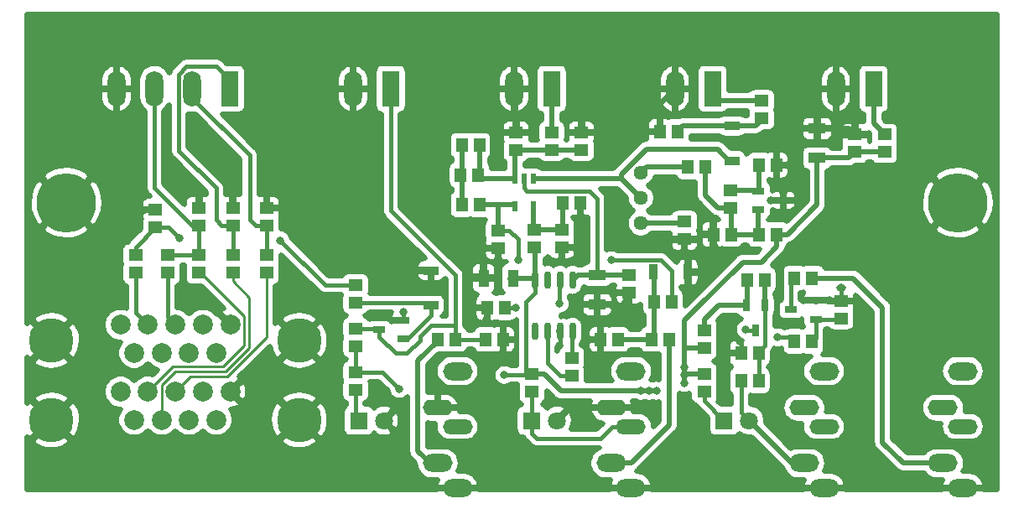
<source format=gbr>
%TF.GenerationSoftware,KiCad,Pcbnew,(5.1.4)-1*%
%TF.CreationDate,2020-11-06T00:28:35+08:00*%
%TF.ProjectId,interface,696e7465-7266-4616-9365-2e6b69636164,rev?*%
%TF.SameCoordinates,Original*%
%TF.FileFunction,Copper,L1,Top*%
%TF.FilePolarity,Positive*%
%FSLAX46Y46*%
G04 Gerber Fmt 4.6, Leading zero omitted, Abs format (unit mm)*
G04 Created by KiCad (PCBNEW (5.1.4)-1) date 2020-11-06 00:28:35*
%MOMM*%
%LPD*%
G04 APERTURE LIST*
%ADD10R,1.160000X1.470000*%
%ADD11R,0.900000X1.500000*%
%ADD12R,1.500000X0.900000*%
%ADD13R,1.800000X1.130000*%
%ADD14R,1.130000X1.800000*%
%ADD15R,1.470000X1.160000*%
%ADD16C,1.800000*%
%ADD17R,1.800000X1.800000*%
%ADD18R,1.250000X0.700000*%
%ADD19R,0.600000X1.100000*%
%ADD20O,0.700000X1.800000*%
%ADD21C,0.800000*%
%ADD22C,6.000000*%
%ADD23C,1.440000*%
%ADD24R,0.700000X1.250000*%
%ADD25O,3.000000X1.800000*%
%ADD26O,3.000000X1.600000*%
%ADD27O,3.000000X1.500000*%
%ADD28O,1.800000X3.600000*%
%ADD29R,1.800000X3.600000*%
%ADD30C,2.000000*%
%ADD31C,4.500000*%
%ADD32C,0.381000*%
%ADD33C,0.508000*%
%ADD34C,0.254000*%
%ADD35C,0.500000*%
%ADD36C,0.350000*%
%ADD37O,2.000000X0.800000*%
G04 APERTURE END LIST*
D10*
X67510000Y-70600000D03*
X69290000Y-70600000D03*
D11*
X87750000Y-67000000D03*
X84250000Y-67000000D03*
D12*
X92200000Y-52250000D03*
X92200000Y-55750000D03*
D13*
X78600000Y-70290000D03*
X78600000Y-67310000D03*
X100800000Y-52510000D03*
X100800000Y-55490000D03*
D14*
X67110000Y-67600000D03*
X70090000Y-67600000D03*
D15*
X89400000Y-77310000D03*
X89400000Y-79090000D03*
X54200000Y-78890000D03*
X54200000Y-77110000D03*
D16*
X93940000Y-82000000D03*
D17*
X91400000Y-82000000D03*
D16*
X74520000Y-82000000D03*
D17*
X71980000Y-82000000D03*
D16*
X57040000Y-82000000D03*
D17*
X54500000Y-82000000D03*
D18*
X97370000Y-59748010D03*
X94870000Y-60698010D03*
X94870000Y-58798010D03*
D19*
X72150000Y-60400000D03*
X70250000Y-60400000D03*
X70250000Y-57600000D03*
X71200000Y-57600000D03*
X72150000Y-57600000D03*
D20*
X72295000Y-67800000D03*
X73565000Y-67800000D03*
X74835000Y-67800000D03*
X76105000Y-67800000D03*
X76105000Y-73000000D03*
X74835000Y-73000000D03*
X73565000Y-73000000D03*
X72295000Y-73000000D03*
D21*
X27056810Y-58812500D03*
X27056810Y-61187500D03*
X25000000Y-62375000D03*
X22943190Y-61187500D03*
X22943190Y-58812500D03*
X25000000Y-57625000D03*
D22*
X25000000Y-60000000D03*
D21*
X117056810Y-58812500D03*
X117056810Y-61187500D03*
X115000000Y-62375000D03*
X112943190Y-61187500D03*
X112943190Y-58812500D03*
X115000000Y-57625000D03*
D22*
X115000000Y-60000000D03*
D23*
X83000000Y-62080000D03*
X83000000Y-59540000D03*
X83000000Y-57000000D03*
D10*
X98510000Y-67600000D03*
X100290000Y-67600000D03*
D15*
X103200000Y-69910000D03*
X103200000Y-71690000D03*
D10*
X100290000Y-74000000D03*
X98510000Y-74000000D03*
D15*
X89400000Y-74690000D03*
X89400000Y-72910000D03*
D10*
X93710000Y-67800000D03*
X95490000Y-67800000D03*
X94910000Y-56200000D03*
X96690000Y-56200000D03*
D15*
X92000000Y-60490000D03*
X92000000Y-58710000D03*
D10*
X94910000Y-63200000D03*
X96690000Y-63200000D03*
D15*
X87400000Y-63690000D03*
X87400000Y-61910000D03*
D10*
X89490000Y-56400000D03*
X87710000Y-56400000D03*
D15*
X72000000Y-77310000D03*
X72000000Y-79090000D03*
X75000000Y-64490000D03*
X75000000Y-62710000D03*
X72200000Y-62710000D03*
X72200000Y-64490000D03*
X68600000Y-64580000D03*
X68600000Y-62800000D03*
X70400000Y-52910000D03*
X70400000Y-54690000D03*
D10*
X86090000Y-70000000D03*
X84310000Y-70000000D03*
D15*
X74000000Y-52910000D03*
X74000000Y-54690000D03*
D10*
X66579999Y-57200000D03*
X64799999Y-57200000D03*
D15*
X54200000Y-72710000D03*
X54200000Y-74490000D03*
X54200000Y-70090000D03*
X54200000Y-68310000D03*
D18*
X98150000Y-70800000D03*
X100650000Y-69850000D03*
X100650000Y-71750000D03*
D24*
X94600000Y-72850000D03*
X93650000Y-70350000D03*
X95550000Y-70350000D03*
D18*
X56550000Y-72800000D03*
X59050000Y-71850000D03*
X59050000Y-73750000D03*
D10*
X93110000Y-78000000D03*
X94890000Y-78000000D03*
D15*
X95200000Y-51490000D03*
X95200000Y-49710000D03*
D10*
X85890000Y-73800000D03*
X84110000Y-73800000D03*
X62510000Y-73800000D03*
X64290000Y-73800000D03*
D15*
X35200000Y-67090000D03*
X35200000Y-65310000D03*
X45200000Y-67090000D03*
X45200000Y-65310000D03*
X41800000Y-67090000D03*
X41800000Y-65310000D03*
X32000000Y-67090000D03*
X32000000Y-65310000D03*
X38400000Y-67090000D03*
X38400000Y-65310000D03*
D25*
X113500000Y-86300000D03*
D26*
X113500000Y-80700000D03*
D25*
X115500000Y-77000000D03*
D27*
X115500000Y-82600000D03*
D25*
X115500000Y-88800000D03*
D28*
X102690000Y-48500000D03*
D29*
X106500000Y-48500000D03*
D25*
X99500000Y-86300000D03*
D26*
X99500000Y-80700000D03*
D25*
X101500000Y-77000000D03*
D27*
X101500000Y-82600000D03*
D25*
X101500000Y-88800000D03*
D28*
X86440000Y-48500000D03*
D29*
X90250000Y-48500000D03*
D25*
X80000000Y-86300000D03*
D26*
X80000000Y-80700000D03*
D25*
X82000000Y-77000000D03*
D27*
X82000000Y-82600000D03*
D25*
X82000000Y-88800000D03*
D28*
X70190000Y-48500000D03*
D29*
X74000000Y-48500000D03*
D25*
X62500000Y-86300000D03*
D26*
X62500000Y-80700000D03*
D25*
X64500000Y-77000000D03*
D27*
X64500000Y-82600000D03*
D25*
X64500000Y-88800000D03*
D28*
X53940000Y-48500000D03*
D29*
X57750000Y-48500000D03*
D30*
X40155000Y-75160000D03*
X37385000Y-75160000D03*
X34615000Y-75160000D03*
X31845000Y-75160000D03*
X41540000Y-72320000D03*
X38770000Y-72320000D03*
X33230000Y-72320000D03*
X30460000Y-72320000D03*
X36000000Y-72320000D03*
X40155000Y-81920000D03*
X37385000Y-81920000D03*
X34615000Y-81920000D03*
X31845000Y-81920000D03*
X41540000Y-79080000D03*
X38770000Y-79080000D03*
X33230000Y-79080000D03*
X30460000Y-79080000D03*
X36000000Y-79080000D03*
D31*
X48500000Y-73920000D03*
X23500000Y-73920000D03*
X23500000Y-81920000D03*
X48500000Y-81920000D03*
D28*
X30070000Y-48500000D03*
X33880000Y-48500000D03*
X37690000Y-48500000D03*
D29*
X41500000Y-48500000D03*
D15*
X107600000Y-54890000D03*
X107600000Y-53110000D03*
D12*
X61800000Y-70350000D03*
X61800000Y-66850000D03*
D10*
X94890000Y-75200000D03*
X93110000Y-75200000D03*
D15*
X104600000Y-53110000D03*
X104600000Y-54890000D03*
D10*
X92090000Y-63200000D03*
X90310000Y-63200000D03*
X86690000Y-52800000D03*
X84910000Y-52800000D03*
X76890000Y-60000000D03*
X75110000Y-60000000D03*
X80690000Y-73800000D03*
X78910000Y-73800000D03*
D15*
X77000000Y-54690000D03*
X77000000Y-52910000D03*
D10*
X64910000Y-54200000D03*
X66690000Y-54200000D03*
X66690000Y-60200000D03*
X64910000Y-60200000D03*
X67310000Y-73800000D03*
X69090000Y-73800000D03*
D15*
X81800000Y-69090000D03*
X81800000Y-67310000D03*
X76000000Y-75710000D03*
X76000000Y-77490000D03*
X34000000Y-60710000D03*
X34000000Y-62490000D03*
X38400000Y-60510000D03*
X38400000Y-62290000D03*
X41800000Y-60510000D03*
X41800000Y-62290000D03*
X45200000Y-60510000D03*
X45200000Y-62290000D03*
D21*
X38400000Y-59200000D03*
X41800000Y-59200000D03*
X45200000Y-59200000D03*
X59000000Y-71000000D03*
X74800000Y-74400000D03*
X77800000Y-73800000D03*
X77000000Y-51600000D03*
X77000000Y-61400000D03*
X81400000Y-70200000D03*
X87400000Y-64800000D03*
X90400000Y-64400000D03*
X97400000Y-59000000D03*
X97800000Y-56200000D03*
X93000000Y-74000000D03*
X102000004Y-69800000D03*
X69000000Y-75200000D03*
X32799984Y-60800000D03*
X76400000Y-64600000D03*
X103200000Y-68600014D03*
X65800000Y-67400006D03*
X68600000Y-65599990D03*
X80200000Y-70400000D03*
X88800000Y-67000000D03*
X60200000Y-66800000D03*
X67400000Y-71800000D03*
X36400000Y-63600000D03*
X46600000Y-63800000D03*
X58600000Y-78800000D03*
X69200000Y-77400000D03*
X84600000Y-79000000D03*
X87400000Y-78200000D03*
X87400000Y-77400000D03*
X87400000Y-76600000D03*
X83800000Y-79000000D03*
X83000000Y-79000000D03*
X70600000Y-65800000D03*
X80000000Y-65800000D03*
X93600000Y-72800000D03*
X96800000Y-73600000D03*
X74800000Y-70200000D03*
X70400000Y-70600000D03*
D32*
X38400000Y-60510000D02*
X38400000Y-59200000D01*
X41800000Y-60510000D02*
X41800000Y-59200000D01*
X45200000Y-60510000D02*
X45200000Y-59549000D01*
X45200000Y-59549000D02*
X45200000Y-59200000D01*
X59050000Y-71850000D02*
X59050000Y-71050000D01*
X59050000Y-71050000D02*
X59000000Y-71000000D01*
X74835000Y-73000000D02*
X74835000Y-74365000D01*
X74835000Y-74365000D02*
X74800000Y-74400000D01*
X78910000Y-73800000D02*
X77800000Y-73800000D01*
D33*
X70400000Y-48710000D02*
X70190000Y-48500000D01*
X70400000Y-52910000D02*
X70400000Y-48710000D01*
X77000000Y-52910000D02*
X77000000Y-51600000D01*
X84910000Y-50030000D02*
X84910000Y-52800000D01*
X86440000Y-48500000D02*
X84910000Y-50030000D01*
D32*
X76890000Y-60000000D02*
X76890000Y-61290000D01*
X76890000Y-61290000D02*
X77000000Y-61400000D01*
X81400000Y-69090000D02*
X81400000Y-70200000D01*
X87400000Y-63690000D02*
X87400000Y-64800000D01*
X90310000Y-63200000D02*
X90310000Y-64310000D01*
X90310000Y-64310000D02*
X90400000Y-64400000D01*
X97370000Y-59748010D02*
X97370000Y-59030000D01*
X97370000Y-59030000D02*
X97400000Y-59000000D01*
X96690000Y-56200000D02*
X97800000Y-56200000D01*
X93110000Y-75200000D02*
X93110000Y-74110000D01*
X93110000Y-74110000D02*
X93000000Y-74000000D01*
X101950004Y-69850000D02*
X102000004Y-69800000D01*
X100650000Y-69850000D02*
X101950004Y-69850000D01*
X103090000Y-69800000D02*
X103200000Y-69910000D01*
X102000004Y-69800000D02*
X103090000Y-69800000D01*
X69090000Y-75110000D02*
X69000000Y-75200000D01*
X69090000Y-73800000D02*
X69090000Y-75110000D01*
X34000000Y-60710000D02*
X32884000Y-60710000D01*
X32799984Y-60794016D02*
X32799984Y-60800000D01*
X32884000Y-60710000D02*
X32799984Y-60794016D01*
D33*
X75000000Y-64490000D02*
X76290000Y-64490000D01*
X76290000Y-64490000D02*
X76400000Y-64600000D01*
D32*
X103200000Y-69910000D02*
X103200000Y-68600014D01*
D33*
X104000000Y-52510000D02*
X104600000Y-53110000D01*
X102690000Y-50808000D02*
X102690000Y-52510000D01*
X102690000Y-48500000D02*
X102690000Y-50808000D01*
X100800000Y-52510000D02*
X102690000Y-52510000D01*
X102690000Y-52510000D02*
X104000000Y-52510000D01*
X67310000Y-67600000D02*
X67110006Y-67400006D01*
X66365685Y-67400006D02*
X65800000Y-67400006D01*
X67110006Y-67400006D02*
X66365685Y-67400006D01*
X68600000Y-64580000D02*
X68600000Y-65599990D01*
X78600000Y-70290000D02*
X80090000Y-70290000D01*
X80090000Y-70290000D02*
X80200000Y-70400000D01*
D32*
X87750000Y-67000000D02*
X88800000Y-67000000D01*
X61800000Y-66850000D02*
X60250000Y-66850000D01*
X60250000Y-66850000D02*
X60200000Y-66800000D01*
D34*
X67510000Y-70600000D02*
X67510000Y-71690000D01*
X67510000Y-71690000D02*
X67400000Y-71800000D01*
D32*
X45200000Y-65310000D02*
X45200000Y-62290000D01*
X45200000Y-62290000D02*
X44084000Y-62290000D01*
X43497000Y-55207000D02*
X43497000Y-61703000D01*
X37690000Y-49400000D02*
X43497000Y-55207000D01*
X37690000Y-48500000D02*
X37690000Y-49400000D01*
X44084000Y-62290000D02*
X43497000Y-61703000D01*
X41800000Y-65310000D02*
X41800000Y-62290000D01*
X36345490Y-47043086D02*
X36345490Y-54745490D01*
X37133086Y-46255490D02*
X36345490Y-47043086D01*
X40155490Y-46255490D02*
X37133086Y-46255490D01*
X41500000Y-48500000D02*
X41500000Y-47600000D01*
X41500000Y-47600000D02*
X40155490Y-46255490D01*
X40100000Y-61706000D02*
X40100000Y-58500000D01*
X40684000Y-62290000D02*
X40100000Y-61706000D01*
X41800000Y-62290000D02*
X40684000Y-62290000D01*
X36345490Y-54745490D02*
X40100000Y-58500000D01*
X35200000Y-65310000D02*
X38400000Y-65310000D01*
X38400000Y-62290000D02*
X38400000Y-65310000D01*
X33880000Y-50681000D02*
X33880000Y-48500000D01*
X33880000Y-58474898D02*
X33880000Y-50681000D01*
X37695102Y-62290000D02*
X33880000Y-58474898D01*
X38400000Y-62290000D02*
X37695102Y-62290000D01*
X32000000Y-64490000D02*
X34000000Y-62490000D01*
X32000000Y-65310000D02*
X32000000Y-64490000D01*
X34000000Y-62490000D02*
X35290000Y-62490000D01*
X35290000Y-62490000D02*
X36400000Y-63600000D01*
X51110000Y-68310000D02*
X54200000Y-68310000D01*
X46600000Y-63800000D02*
X51110000Y-68310000D01*
X54200000Y-74490000D02*
X54200000Y-77110000D01*
X69690000Y-67600000D02*
X72095000Y-67600000D01*
D33*
X72295000Y-64585000D02*
X72200000Y-64490000D01*
X72295000Y-67800000D02*
X72295000Y-64585000D01*
X100800000Y-60178000D02*
X100800000Y-55978000D01*
X97778000Y-63200000D02*
X100800000Y-60178000D01*
X96690000Y-63200000D02*
X97778000Y-63200000D01*
D32*
X54200000Y-77110000D02*
X56910000Y-77110000D01*
X56910000Y-77110000D02*
X58600000Y-78800000D01*
X71910000Y-77400000D02*
X72000000Y-77310000D01*
X69200000Y-77400000D02*
X71910000Y-77400000D01*
D33*
X73243000Y-77310000D02*
X74933000Y-79000000D01*
X72000000Y-77310000D02*
X73243000Y-77310000D01*
X74933000Y-79000000D02*
X84600000Y-79000000D01*
X95133000Y-66000000D02*
X93280598Y-66000000D01*
X96690000Y-63200000D02*
X96690000Y-64443000D01*
X96690000Y-64443000D02*
X95133000Y-66000000D01*
X87400000Y-78200000D02*
X87400000Y-77400000D01*
X87400000Y-71880598D02*
X88340299Y-70940299D01*
X93280598Y-66000000D02*
X88340299Y-70940299D01*
X88340299Y-70940299D02*
X87800000Y-71480598D01*
X83000000Y-79000000D02*
X84600000Y-79000000D01*
X87490000Y-77310000D02*
X87400000Y-77400000D01*
X89400000Y-77310000D02*
X87490000Y-77310000D01*
X87490000Y-74690000D02*
X87400000Y-74600000D01*
X89400000Y-74690000D02*
X87490000Y-74690000D01*
X87400000Y-78200000D02*
X87400000Y-74600000D01*
X87400000Y-74600000D02*
X87400000Y-71880598D01*
X104000000Y-55490000D02*
X104600000Y-54890000D01*
X100800000Y-55490000D02*
X104000000Y-55490000D01*
X104600000Y-54890000D02*
X107600000Y-54890000D01*
X72095000Y-67600000D02*
X72295000Y-67800000D01*
X70090000Y-67600000D02*
X72095000Y-67600000D01*
D32*
X71400000Y-69976000D02*
X71400000Y-77400000D01*
X72295000Y-69081000D02*
X71400000Y-69976000D01*
X72295000Y-67800000D02*
X72295000Y-69081000D01*
X76000000Y-73105000D02*
X76105000Y-73000000D01*
X76000000Y-75710000D02*
X76000000Y-73105000D01*
X74884000Y-77490000D02*
X76000000Y-77490000D01*
X73565000Y-76171000D02*
X74884000Y-77490000D01*
X73565000Y-73000000D02*
X73565000Y-76171000D01*
D33*
X78600000Y-67310000D02*
X76595000Y-67310000D01*
X78600000Y-67310000D02*
X81400000Y-67310000D01*
D32*
X78600000Y-66349000D02*
X78600000Y-67310000D01*
X78600000Y-59594898D02*
X78600000Y-66349000D01*
X77825601Y-58820499D02*
X78600000Y-59594898D01*
X71489499Y-58820499D02*
X77825601Y-58820499D01*
X71200000Y-58531000D02*
X71489499Y-58820499D01*
X71200000Y-57600000D02*
X71200000Y-58531000D01*
D33*
X76595000Y-67310000D02*
X76105000Y-67800000D01*
X81400000Y-67310000D02*
X76595000Y-67310000D01*
D32*
X56460000Y-72710000D02*
X56550000Y-72800000D01*
X54200000Y-72710000D02*
X56460000Y-72710000D01*
X56550000Y-72800000D02*
X56550000Y-73531000D01*
X56550000Y-73531000D02*
X58219000Y-75200000D01*
X58219000Y-75200000D02*
X59375102Y-75200000D01*
X59375102Y-75200000D02*
X60697449Y-73877653D01*
X60697449Y-73877653D02*
X60697449Y-73497449D01*
X60697449Y-73497449D02*
X61794898Y-72400000D01*
X64290000Y-73800000D02*
X67310000Y-73800000D01*
X57750000Y-60799898D02*
X57750000Y-59850000D01*
X64290000Y-67339898D02*
X57750000Y-60799898D01*
X57750000Y-48500000D02*
X57750000Y-59850000D01*
X64200000Y-72400000D02*
X64290000Y-72310000D01*
X63600000Y-72400000D02*
X64200000Y-72400000D01*
X64290000Y-72310000D02*
X64290000Y-67339898D01*
X64290000Y-73800000D02*
X64290000Y-72310000D01*
X61794898Y-72400000D02*
X63600000Y-72400000D01*
D33*
X70050000Y-60200000D02*
X70250000Y-60400000D01*
X68600000Y-62800000D02*
X68600000Y-60200000D01*
X66690000Y-60200000D02*
X68600000Y-60200000D01*
X68600000Y-60200000D02*
X70050000Y-60200000D01*
D32*
X69716000Y-62800000D02*
X70600000Y-63684000D01*
X68600000Y-62800000D02*
X69716000Y-62800000D01*
X70600000Y-63684000D02*
X70600000Y-65800000D01*
X86090000Y-66839898D02*
X86090000Y-68884000D01*
X80000000Y-65800000D02*
X85050102Y-65800000D01*
X86090000Y-68884000D02*
X86090000Y-70000000D01*
X85050102Y-65800000D02*
X86090000Y-66839898D01*
D33*
X64910000Y-60310000D02*
X65000000Y-60400000D01*
X64910000Y-54200000D02*
X64910000Y-60310000D01*
X66979999Y-57600000D02*
X66579999Y-57200000D01*
X70250000Y-57600000D02*
X66979999Y-57600000D01*
X66690000Y-57089999D02*
X66579999Y-57200000D01*
X66690000Y-54200000D02*
X66690000Y-57089999D01*
X70250000Y-54840000D02*
X70400000Y-54690000D01*
X70250000Y-57600000D02*
X70250000Y-54840000D01*
X77090000Y-54690000D02*
X77200000Y-54800000D01*
X70400000Y-54690000D02*
X77090000Y-54690000D01*
X80690000Y-73800000D02*
X84110000Y-73800000D01*
X84310000Y-73600000D02*
X84110000Y-73800000D01*
X84310000Y-70000000D02*
X84310000Y-73600000D01*
X84310000Y-67060000D02*
X84250000Y-67000000D01*
X84310000Y-70000000D02*
X84310000Y-67060000D01*
X72200000Y-62710000D02*
X75000000Y-62710000D01*
X75110000Y-62600000D02*
X75000000Y-62710000D01*
X75110000Y-60000000D02*
X75110000Y-62600000D01*
X72150000Y-62660000D02*
X72200000Y-62710000D01*
X72150000Y-60400000D02*
X72150000Y-62660000D01*
X81060000Y-57600000D02*
X83000000Y-59540000D01*
X72150000Y-57600000D02*
X81060000Y-57600000D01*
X81060000Y-57122558D02*
X81060000Y-57600000D01*
X83582558Y-54600000D02*
X81060000Y-57122558D01*
X90750000Y-54600000D02*
X83582558Y-54600000D01*
X91900000Y-55750000D02*
X90750000Y-54600000D01*
X92200000Y-55750000D02*
X91900000Y-55750000D01*
X90757000Y-60490000D02*
X92000000Y-60490000D01*
X89490000Y-59223000D02*
X90757000Y-60490000D01*
X89490000Y-56400000D02*
X89490000Y-59223000D01*
X94870000Y-63160000D02*
X94910000Y-63200000D01*
X94870000Y-60698010D02*
X94870000Y-63160000D01*
X92090000Y-63200000D02*
X94910000Y-63200000D01*
X92090000Y-60580000D02*
X92000000Y-60490000D01*
X92090000Y-63200000D02*
X92090000Y-60580000D01*
X95490000Y-70290000D02*
X95550000Y-70350000D01*
X95490000Y-67800000D02*
X95490000Y-70290000D01*
D32*
X95550000Y-71356000D02*
X95550000Y-70350000D01*
X95550000Y-74385000D02*
X95550000Y-71356000D01*
X94890000Y-75045000D02*
X95550000Y-74385000D01*
X94890000Y-75200000D02*
X94890000Y-75045000D01*
X94890000Y-78000000D02*
X94890000Y-75200000D01*
X61850000Y-71331000D02*
X61850000Y-70200000D01*
X59431000Y-73750000D02*
X61850000Y-71331000D01*
X59050000Y-73750000D02*
X59431000Y-73750000D01*
X61740000Y-70090000D02*
X61850000Y-70200000D01*
X54200000Y-70090000D02*
X61740000Y-70090000D01*
D33*
X106500000Y-52010000D02*
X107600000Y-53110000D01*
X106500000Y-48500000D02*
X106500000Y-52010000D01*
D32*
X32000000Y-71090000D02*
X33230000Y-72320000D01*
X32000000Y-67090000D02*
X32000000Y-71090000D01*
X35200000Y-71520000D02*
X36000000Y-72320000D01*
X35200000Y-67090000D02*
X35200000Y-71520000D01*
D34*
X34615000Y-78413436D02*
X35979424Y-77049012D01*
X35979424Y-77049012D02*
X41028306Y-77049012D01*
X41800000Y-67924000D02*
X41800000Y-67090000D01*
X43429012Y-69553012D02*
X41800000Y-67924000D01*
X34615000Y-81920000D02*
X34615000Y-78413436D01*
X41028306Y-77049012D02*
X43429012Y-74648306D01*
X43429012Y-74648306D02*
X43429012Y-69553012D01*
X35768999Y-76541001D02*
X34229999Y-78080001D01*
X34229999Y-78080001D02*
X33230000Y-79080000D01*
X40817881Y-76541001D02*
X35768999Y-76541001D01*
X42921001Y-74437881D02*
X40817881Y-76541001D01*
X42921001Y-71456001D02*
X42921001Y-74437881D01*
X38400000Y-67090000D02*
X38555000Y-67090000D01*
X38555000Y-67090000D02*
X42921001Y-71456001D01*
X45200000Y-67924000D02*
X45200000Y-67090000D01*
X45200000Y-73595754D02*
X45200000Y-67924000D01*
X41238732Y-77557022D02*
X45200000Y-73595754D01*
X37522960Y-77557040D02*
X41238732Y-77557022D01*
X36000000Y-79080000D02*
X37522960Y-77557040D01*
D33*
X62510000Y-73955000D02*
X62510000Y-73800000D01*
X60491990Y-75973010D02*
X62510000Y-73955000D01*
X60491990Y-85091990D02*
X60491990Y-75973010D01*
X61700000Y-86300000D02*
X60491990Y-85091990D01*
X62500000Y-86300000D02*
X61700000Y-86300000D01*
X74000000Y-52910000D02*
X74000000Y-48500000D01*
X82008000Y-86300000D02*
X80000000Y-86300000D01*
X85890000Y-82418000D02*
X82008000Y-86300000D01*
X85890000Y-73800000D02*
X85890000Y-82418000D01*
D32*
X72000000Y-81980000D02*
X71980000Y-82000000D01*
X72000000Y-79090000D02*
X72000000Y-81980000D01*
X71980000Y-83281000D02*
X72499000Y-83800000D01*
X71980000Y-82000000D02*
X71980000Y-83281000D01*
X80119000Y-82600000D02*
X82000000Y-82600000D01*
X78919000Y-83800000D02*
X80119000Y-82600000D01*
X72499000Y-83800000D02*
X78919000Y-83800000D01*
X89910000Y-49710000D02*
X89800000Y-49600000D01*
X95200000Y-49710000D02*
X89910000Y-49710000D01*
D33*
X90110000Y-49710000D02*
X90000000Y-49600000D01*
X95200000Y-49710000D02*
X90110000Y-49710000D01*
X104400000Y-67600000D02*
X100200000Y-67600000D01*
X107400000Y-70600000D02*
X104400000Y-67600000D01*
X107400000Y-84200000D02*
X107400000Y-70600000D01*
X109500000Y-86300000D02*
X107400000Y-84200000D01*
X113500000Y-86300000D02*
X109500000Y-86300000D01*
D32*
X94600000Y-72850000D02*
X93650000Y-72850000D01*
X93650000Y-72850000D02*
X93600000Y-72800000D01*
X98110000Y-73600000D02*
X98510000Y-74000000D01*
X96800000Y-73600000D02*
X98110000Y-73600000D01*
D33*
X92792000Y-70350000D02*
X93650000Y-70350000D01*
X90872000Y-70350000D02*
X92792000Y-70350000D01*
X89400000Y-71822000D02*
X90872000Y-70350000D01*
X89400000Y-72910000D02*
X89400000Y-71822000D01*
X93710000Y-70290000D02*
X93650000Y-70350000D01*
X93710000Y-67800000D02*
X93710000Y-70290000D01*
D32*
X98150000Y-67960000D02*
X98510000Y-67600000D01*
X98150000Y-70800000D02*
X98150000Y-67960000D01*
X103140000Y-71750000D02*
X103200000Y-71690000D01*
X100650000Y-71750000D02*
X103140000Y-71750000D01*
X100650000Y-73640000D02*
X100290000Y-74000000D01*
X100650000Y-71750000D02*
X100650000Y-73640000D01*
D33*
X83600000Y-56400000D02*
X83000000Y-57000000D01*
X87710000Y-56400000D02*
X83600000Y-56400000D01*
X87230000Y-62080000D02*
X87400000Y-61910000D01*
X83000000Y-62080000D02*
X87230000Y-62080000D01*
X94781990Y-58710000D02*
X94870000Y-58798010D01*
X92000000Y-58710000D02*
X94781990Y-58710000D01*
X94910000Y-58758010D02*
X94870000Y-58798010D01*
X94910000Y-56200000D02*
X94910000Y-58758010D01*
D32*
X54200000Y-81700000D02*
X54500000Y-82000000D01*
X54200000Y-78890000D02*
X54200000Y-81700000D01*
X93110000Y-81170000D02*
X93940000Y-82000000D01*
X93110000Y-78000000D02*
X93110000Y-81170000D01*
D33*
X94839999Y-82899999D02*
X93940000Y-82000000D01*
X98240000Y-86300000D02*
X94839999Y-82899999D01*
X99500000Y-86300000D02*
X98240000Y-86300000D01*
D32*
X89400000Y-80000000D02*
X91400000Y-82000000D01*
X89400000Y-79090000D02*
X89400000Y-80000000D01*
D33*
X94550000Y-52250000D02*
X95200000Y-51600000D01*
X92200000Y-52250000D02*
X94550000Y-52250000D01*
X87240000Y-52250000D02*
X86690000Y-52800000D01*
X92200000Y-52250000D02*
X87240000Y-52250000D01*
D32*
X74800000Y-67835000D02*
X74835000Y-67800000D01*
X74800000Y-70200000D02*
X74800000Y-67835000D01*
X69290000Y-70600000D02*
X70400000Y-70600000D01*
D35*
G36*
X118992000Y-88992000D02*
G01*
X117620031Y-88992000D01*
X117565091Y-88900000D01*
X115600000Y-88900000D01*
X115600000Y-88920000D01*
X115400000Y-88920000D01*
X115400000Y-88900000D01*
X113434909Y-88900000D01*
X113379969Y-88992000D01*
X103620031Y-88992000D01*
X103565091Y-88900000D01*
X101600000Y-88900000D01*
X101600000Y-88920000D01*
X101400000Y-88920000D01*
X101400000Y-88900000D01*
X99434909Y-88900000D01*
X99379969Y-88992000D01*
X84120031Y-88992000D01*
X84065091Y-88900000D01*
X82100000Y-88900000D01*
X82100000Y-88920000D01*
X81900000Y-88920000D01*
X81900000Y-88900000D01*
X79934909Y-88900000D01*
X79879969Y-88992000D01*
X66620031Y-88992000D01*
X66565091Y-88900000D01*
X64600000Y-88900000D01*
X64600000Y-88920000D01*
X64400000Y-88920000D01*
X64400000Y-88900000D01*
X62434909Y-88900000D01*
X62379969Y-88992000D01*
X21008000Y-88992000D01*
X21008000Y-83992734D01*
X21568687Y-83992734D01*
X21805262Y-84422737D01*
X22326086Y-84705275D01*
X22892023Y-84880775D01*
X23481323Y-84942495D01*
X24071342Y-84888062D01*
X24639403Y-84719568D01*
X25163678Y-84443489D01*
X25194738Y-84422737D01*
X25431313Y-83992734D01*
X46568687Y-83992734D01*
X46805262Y-84422737D01*
X47326086Y-84705275D01*
X47892023Y-84880775D01*
X48481323Y-84942495D01*
X49071342Y-84888062D01*
X49639403Y-84719568D01*
X50163678Y-84443489D01*
X50194738Y-84422737D01*
X50431313Y-83992734D01*
X48500000Y-82061421D01*
X46568687Y-83992734D01*
X25431313Y-83992734D01*
X23500000Y-82061421D01*
X21568687Y-83992734D01*
X21008000Y-83992734D01*
X21008000Y-83620645D01*
X21427266Y-83851313D01*
X23358579Y-81920000D01*
X23641421Y-81920000D01*
X25572734Y-83851313D01*
X26002737Y-83614738D01*
X26285275Y-83093914D01*
X26460775Y-82527977D01*
X26522495Y-81938677D01*
X26468062Y-81348658D01*
X26299568Y-80780597D01*
X26023489Y-80256322D01*
X26002737Y-80225262D01*
X25572734Y-79988687D01*
X23641421Y-81920000D01*
X23358579Y-81920000D01*
X21427266Y-79988687D01*
X21008000Y-80219355D01*
X21008000Y-79847266D01*
X21568687Y-79847266D01*
X23500000Y-81778579D01*
X25431313Y-79847266D01*
X25194738Y-79417263D01*
X24673914Y-79134725D01*
X24107977Y-78959225D01*
X23518677Y-78897505D01*
X22928658Y-78951938D01*
X22360597Y-79120432D01*
X21836322Y-79396511D01*
X21805262Y-79417263D01*
X21568687Y-79847266D01*
X21008000Y-79847266D01*
X21008000Y-75992734D01*
X21568687Y-75992734D01*
X21805262Y-76422737D01*
X22326086Y-76705275D01*
X22892023Y-76880775D01*
X23481323Y-76942495D01*
X24071342Y-76888062D01*
X24639403Y-76719568D01*
X25163678Y-76443489D01*
X25194738Y-76422737D01*
X25431313Y-75992734D01*
X23500000Y-74061421D01*
X21568687Y-75992734D01*
X21008000Y-75992734D01*
X21008000Y-75620645D01*
X21427266Y-75851313D01*
X23358579Y-73920000D01*
X23641421Y-73920000D01*
X25572734Y-75851313D01*
X26002737Y-75614738D01*
X26285275Y-75093914D01*
X26460775Y-74527977D01*
X26522495Y-73938677D01*
X26468062Y-73348658D01*
X26299568Y-72780597D01*
X26023489Y-72256322D01*
X26002737Y-72225262D01*
X25860218Y-72146852D01*
X28702000Y-72146852D01*
X28702000Y-72493148D01*
X28769559Y-72832790D01*
X28902081Y-73152725D01*
X29094472Y-73440660D01*
X29339340Y-73685528D01*
X29627275Y-73877919D01*
X29947210Y-74010441D01*
X30286852Y-74078000D01*
X30453640Y-74078000D01*
X30287081Y-74327275D01*
X30154559Y-74647210D01*
X30087000Y-74986852D01*
X30087000Y-75333148D01*
X30154559Y-75672790D01*
X30287081Y-75992725D01*
X30479472Y-76280660D01*
X30724340Y-76525528D01*
X31012275Y-76717919D01*
X31332210Y-76850441D01*
X31671852Y-76918000D01*
X32018148Y-76918000D01*
X32357790Y-76850441D01*
X32677725Y-76717919D01*
X32965660Y-76525528D01*
X33210528Y-76280660D01*
X33230000Y-76251518D01*
X33249472Y-76280660D01*
X33494340Y-76525528D01*
X33782275Y-76717919D01*
X34102210Y-76850441D01*
X34190432Y-76867989D01*
X33681128Y-77377294D01*
X33403148Y-77322000D01*
X33056852Y-77322000D01*
X32717210Y-77389559D01*
X32397275Y-77522081D01*
X32109340Y-77714472D01*
X31864472Y-77959340D01*
X31845000Y-77988482D01*
X31825528Y-77959340D01*
X31580660Y-77714472D01*
X31292725Y-77522081D01*
X30972790Y-77389559D01*
X30633148Y-77322000D01*
X30286852Y-77322000D01*
X29947210Y-77389559D01*
X29627275Y-77522081D01*
X29339340Y-77714472D01*
X29094472Y-77959340D01*
X28902081Y-78247275D01*
X28769559Y-78567210D01*
X28702000Y-78906852D01*
X28702000Y-79253148D01*
X28769559Y-79592790D01*
X28902081Y-79912725D01*
X29094472Y-80200660D01*
X29339340Y-80445528D01*
X29627275Y-80637919D01*
X29947210Y-80770441D01*
X30286852Y-80838000D01*
X30453640Y-80838000D01*
X30287081Y-81087275D01*
X30154559Y-81407210D01*
X30087000Y-81746852D01*
X30087000Y-82093148D01*
X30154559Y-82432790D01*
X30287081Y-82752725D01*
X30479472Y-83040660D01*
X30724340Y-83285528D01*
X31012275Y-83477919D01*
X31332210Y-83610441D01*
X31671852Y-83678000D01*
X32018148Y-83678000D01*
X32357790Y-83610441D01*
X32677725Y-83477919D01*
X32965660Y-83285528D01*
X33210528Y-83040660D01*
X33230000Y-83011518D01*
X33249472Y-83040660D01*
X33494340Y-83285528D01*
X33782275Y-83477919D01*
X34102210Y-83610441D01*
X34441852Y-83678000D01*
X34788148Y-83678000D01*
X35127790Y-83610441D01*
X35447725Y-83477919D01*
X35735660Y-83285528D01*
X35980528Y-83040660D01*
X36000000Y-83011518D01*
X36019472Y-83040660D01*
X36264340Y-83285528D01*
X36552275Y-83477919D01*
X36872210Y-83610441D01*
X37211852Y-83678000D01*
X37558148Y-83678000D01*
X37897790Y-83610441D01*
X38217725Y-83477919D01*
X38505660Y-83285528D01*
X38750528Y-83040660D01*
X38770000Y-83011518D01*
X38789472Y-83040660D01*
X39034340Y-83285528D01*
X39322275Y-83477919D01*
X39642210Y-83610441D01*
X39981852Y-83678000D01*
X40328148Y-83678000D01*
X40667790Y-83610441D01*
X40987725Y-83477919D01*
X41275660Y-83285528D01*
X41520528Y-83040660D01*
X41712919Y-82752725D01*
X41845441Y-82432790D01*
X41913000Y-82093148D01*
X41913000Y-81901323D01*
X45477505Y-81901323D01*
X45531938Y-82491342D01*
X45700432Y-83059403D01*
X45976511Y-83583678D01*
X45997263Y-83614738D01*
X46427266Y-83851313D01*
X48358579Y-81920000D01*
X48641421Y-81920000D01*
X50572734Y-83851313D01*
X51002737Y-83614738D01*
X51285275Y-83093914D01*
X51460775Y-82527977D01*
X51522495Y-81938677D01*
X51468062Y-81348658D01*
X51299568Y-80780597D01*
X51023489Y-80256322D01*
X51002737Y-80225262D01*
X50572734Y-79988687D01*
X48641421Y-81920000D01*
X48358579Y-81920000D01*
X46427266Y-79988687D01*
X45997263Y-80225262D01*
X45714725Y-80746086D01*
X45539225Y-81312023D01*
X45477505Y-81901323D01*
X41913000Y-81901323D01*
X41913000Y-81746852D01*
X41845441Y-81407210D01*
X41712919Y-81087275D01*
X41550788Y-80844628D01*
X41570681Y-80846239D01*
X41914667Y-80806316D01*
X42244256Y-80700051D01*
X42495759Y-80565620D01*
X42582157Y-80263578D01*
X41540000Y-79221421D01*
X41525858Y-79235564D01*
X41384437Y-79094143D01*
X41398579Y-79080000D01*
X41681421Y-79080000D01*
X42723578Y-80122157D01*
X43025620Y-80035759D01*
X43122200Y-79847266D01*
X46568687Y-79847266D01*
X48500000Y-81778579D01*
X50431313Y-79847266D01*
X50194738Y-79417263D01*
X49673914Y-79134725D01*
X49107977Y-78959225D01*
X48518677Y-78897505D01*
X47928658Y-78951938D01*
X47360597Y-79120432D01*
X46836322Y-79396511D01*
X46805262Y-79417263D01*
X46568687Y-79847266D01*
X43122200Y-79847266D01*
X43183533Y-79727565D01*
X43278287Y-79394485D01*
X43306239Y-79049319D01*
X43266316Y-78705333D01*
X43160051Y-78375744D01*
X43025620Y-78124241D01*
X42723578Y-78037843D01*
X41681421Y-79080000D01*
X41398579Y-79080000D01*
X41384437Y-79065858D01*
X41525858Y-78924437D01*
X41540000Y-78938579D01*
X42582157Y-77896422D01*
X42495759Y-77594380D01*
X42467455Y-77579877D01*
X44054598Y-75992734D01*
X46568687Y-75992734D01*
X46805262Y-76422737D01*
X47326086Y-76705275D01*
X47892023Y-76880775D01*
X48481323Y-76942495D01*
X49071342Y-76888062D01*
X49639403Y-76719568D01*
X50163678Y-76443489D01*
X50194738Y-76422737D01*
X50431313Y-75992734D01*
X48500000Y-74061421D01*
X46568687Y-75992734D01*
X44054598Y-75992734D01*
X45537440Y-74509893D01*
X45700432Y-75059403D01*
X45976511Y-75583678D01*
X45997263Y-75614738D01*
X46427266Y-75851313D01*
X48358579Y-73920000D01*
X48641421Y-73920000D01*
X50572734Y-75851313D01*
X51002737Y-75614738D01*
X51285275Y-75093914D01*
X51460775Y-74527977D01*
X51522495Y-73938677D01*
X51468062Y-73348658D01*
X51299568Y-72780597D01*
X51023489Y-72256322D01*
X51002737Y-72225262D01*
X50572734Y-71988687D01*
X48641421Y-73920000D01*
X48358579Y-73920000D01*
X46427266Y-71988687D01*
X46085000Y-72176992D01*
X46085000Y-71847266D01*
X46568687Y-71847266D01*
X48500000Y-73778579D01*
X50431313Y-71847266D01*
X50194738Y-71417263D01*
X49673914Y-71134725D01*
X49107977Y-70959225D01*
X48518677Y-70897505D01*
X47928658Y-70951938D01*
X47360597Y-71120432D01*
X46836322Y-71396511D01*
X46805262Y-71417263D01*
X46568687Y-71847266D01*
X46085000Y-71847266D01*
X46085000Y-68416605D01*
X46226477Y-68373689D01*
X46358160Y-68303303D01*
X46473580Y-68208580D01*
X46568303Y-68093160D01*
X46638689Y-67961477D01*
X46682032Y-67818594D01*
X46696667Y-67670000D01*
X46696667Y-66510000D01*
X46682032Y-66361406D01*
X46638689Y-66218523D01*
X46628788Y-66200000D01*
X46638689Y-66181477D01*
X46682032Y-66038594D01*
X46696667Y-65890000D01*
X46696667Y-65238047D01*
X50406357Y-68947738D01*
X50436064Y-68983936D01*
X50580492Y-69102465D01*
X50745269Y-69190539D01*
X50924062Y-69244776D01*
X51063406Y-69258500D01*
X51063408Y-69258500D01*
X51109999Y-69263089D01*
X51156590Y-69258500D01*
X52749184Y-69258500D01*
X52717968Y-69361406D01*
X52703333Y-69510000D01*
X52703333Y-70670000D01*
X52717968Y-70818594D01*
X52761311Y-70961477D01*
X52831697Y-71093160D01*
X52926420Y-71208580D01*
X53041840Y-71303303D01*
X53173523Y-71373689D01*
X53260259Y-71400000D01*
X53173523Y-71426311D01*
X53041840Y-71496697D01*
X52926420Y-71591420D01*
X52831697Y-71706840D01*
X52761311Y-71838523D01*
X52717968Y-71981406D01*
X52703333Y-72130000D01*
X52703333Y-73290000D01*
X52717968Y-73438594D01*
X52761311Y-73581477D01*
X52771212Y-73600000D01*
X52761311Y-73618523D01*
X52717968Y-73761406D01*
X52703333Y-73910000D01*
X52703333Y-75070000D01*
X52717968Y-75218594D01*
X52761311Y-75361477D01*
X52831697Y-75493160D01*
X52926420Y-75608580D01*
X53041840Y-75703303D01*
X53173523Y-75773689D01*
X53251500Y-75797343D01*
X53251501Y-75802657D01*
X53173523Y-75826311D01*
X53041840Y-75896697D01*
X52926420Y-75991420D01*
X52831697Y-76106840D01*
X52761311Y-76238523D01*
X52717968Y-76381406D01*
X52703333Y-76530000D01*
X52703333Y-77690000D01*
X52717968Y-77838594D01*
X52761311Y-77981477D01*
X52771212Y-78000000D01*
X52761311Y-78018523D01*
X52717968Y-78161406D01*
X52703333Y-78310000D01*
X52703333Y-79470000D01*
X52717968Y-79618594D01*
X52761311Y-79761477D01*
X52831697Y-79893160D01*
X52926420Y-80008580D01*
X53041840Y-80103303D01*
X53173523Y-80173689D01*
X53251500Y-80197343D01*
X53251501Y-80426790D01*
X53176840Y-80466697D01*
X53061420Y-80561420D01*
X52966697Y-80676840D01*
X52896311Y-80808523D01*
X52852968Y-80951406D01*
X52838333Y-81100000D01*
X52838333Y-82900000D01*
X52852968Y-83048594D01*
X52896311Y-83191477D01*
X52966697Y-83323160D01*
X53061420Y-83438580D01*
X53176840Y-83533303D01*
X53308523Y-83603689D01*
X53451406Y-83647032D01*
X53600000Y-83661667D01*
X55400000Y-83661667D01*
X55548594Y-83647032D01*
X55691477Y-83603689D01*
X55823160Y-83533303D01*
X55938580Y-83438580D01*
X56033303Y-83323160D01*
X56093881Y-83209827D01*
X56143404Y-83404188D01*
X56434576Y-83552124D01*
X56749013Y-83640413D01*
X57074633Y-83665661D01*
X57398922Y-83626899D01*
X57709418Y-83525617D01*
X57936596Y-83404188D01*
X58010951Y-83112372D01*
X57040000Y-82141421D01*
X57025858Y-82155564D01*
X56884437Y-82014143D01*
X56898579Y-82000000D01*
X57181421Y-82000000D01*
X58152372Y-82970951D01*
X58444188Y-82896596D01*
X58592124Y-82605424D01*
X58680413Y-82290987D01*
X58705661Y-81965367D01*
X58666899Y-81641078D01*
X58565617Y-81330582D01*
X58444188Y-81103404D01*
X58152372Y-81029049D01*
X57181421Y-82000000D01*
X56898579Y-82000000D01*
X56884437Y-81985858D01*
X57025858Y-81844437D01*
X57040000Y-81858579D01*
X58010951Y-80887628D01*
X57936596Y-80595812D01*
X57645424Y-80447876D01*
X57330987Y-80359587D01*
X57005367Y-80334339D01*
X56681078Y-80373101D01*
X56370582Y-80474383D01*
X56143404Y-80595812D01*
X56093881Y-80790173D01*
X56033303Y-80676840D01*
X55938580Y-80561420D01*
X55823160Y-80466697D01*
X55691477Y-80396311D01*
X55548594Y-80352968D01*
X55400000Y-80338333D01*
X55148500Y-80338333D01*
X55148500Y-80197343D01*
X55226477Y-80173689D01*
X55358160Y-80103303D01*
X55473580Y-80008580D01*
X55568303Y-79893160D01*
X55638689Y-79761477D01*
X55682032Y-79618594D01*
X55696667Y-79470000D01*
X55696667Y-78310000D01*
X55682032Y-78161406D01*
X55650816Y-78058500D01*
X56517120Y-78058500D01*
X57459214Y-79000595D01*
X57486501Y-79137776D01*
X57573794Y-79348519D01*
X57700523Y-79538182D01*
X57861818Y-79699477D01*
X58051481Y-79826206D01*
X58262224Y-79913499D01*
X58485947Y-79958000D01*
X58714053Y-79958000D01*
X58937776Y-79913499D01*
X59148519Y-79826206D01*
X59338182Y-79699477D01*
X59479991Y-79557668D01*
X59479990Y-85042289D01*
X59475095Y-85091990D01*
X59479990Y-85141691D01*
X59479990Y-85141700D01*
X59494633Y-85290376D01*
X59552501Y-85481138D01*
X59646472Y-85656947D01*
X59772936Y-85811044D01*
X59811548Y-85842732D01*
X60237102Y-86268286D01*
X60233978Y-86300000D01*
X60265990Y-86625025D01*
X60360796Y-86937559D01*
X60514753Y-87225592D01*
X60721945Y-87478055D01*
X60974408Y-87685247D01*
X61262441Y-87839204D01*
X61574975Y-87934010D01*
X61818551Y-87958000D01*
X62468773Y-87958000D01*
X62465867Y-87962011D01*
X62329940Y-88257898D01*
X62281037Y-88442335D01*
X62434909Y-88700000D01*
X64400000Y-88700000D01*
X64400000Y-88680000D01*
X64600000Y-88680000D01*
X64600000Y-88700000D01*
X66565091Y-88700000D01*
X66718963Y-88442335D01*
X66670060Y-88257898D01*
X66534133Y-87962011D01*
X66343093Y-87698327D01*
X66104282Y-87476980D01*
X65826877Y-87306476D01*
X65521538Y-87193367D01*
X65200000Y-87142000D01*
X64529928Y-87142000D01*
X64639204Y-86937559D01*
X64734010Y-86625025D01*
X64766022Y-86300000D01*
X64734010Y-85974975D01*
X64639204Y-85662441D01*
X64485247Y-85374408D01*
X64278055Y-85121945D01*
X64025592Y-84914753D01*
X63737559Y-84760796D01*
X63425025Y-84665990D01*
X63181449Y-84642000D01*
X61818551Y-84642000D01*
X61574975Y-84665990D01*
X61515282Y-84684098D01*
X61503990Y-84672806D01*
X61503990Y-82225911D01*
X61700000Y-82258000D01*
X62277889Y-82258000D01*
X62263820Y-82304380D01*
X62234704Y-82600000D01*
X62263820Y-82895620D01*
X62350049Y-83179879D01*
X62490077Y-83441853D01*
X62678524Y-83671476D01*
X62908147Y-83859923D01*
X63170121Y-83999951D01*
X63454380Y-84086180D01*
X63675922Y-84108000D01*
X65324078Y-84108000D01*
X65545620Y-84086180D01*
X65829879Y-83999951D01*
X66091853Y-83859923D01*
X66321476Y-83671476D01*
X66509923Y-83441853D01*
X66649951Y-83179879D01*
X66736180Y-82895620D01*
X66765296Y-82600000D01*
X66736180Y-82304380D01*
X66649951Y-82020121D01*
X66509923Y-81758147D01*
X66321476Y-81528524D01*
X66091853Y-81340077D01*
X65829879Y-81200049D01*
X65545620Y-81113820D01*
X65324078Y-81092000D01*
X64706922Y-81092000D01*
X64720002Y-81041991D01*
X64564841Y-80800000D01*
X62600000Y-80800000D01*
X62600000Y-80820000D01*
X62400000Y-80820000D01*
X62400000Y-80800000D01*
X62380000Y-80800000D01*
X62380000Y-80600000D01*
X62400000Y-80600000D01*
X62400000Y-79142000D01*
X62600000Y-79142000D01*
X62600000Y-80600000D01*
X64564841Y-80600000D01*
X64720002Y-80358009D01*
X64677673Y-80196167D01*
X64550987Y-79917568D01*
X64372383Y-79669038D01*
X64148725Y-79460127D01*
X63888608Y-79298864D01*
X63602029Y-79191446D01*
X63300000Y-79142000D01*
X62600000Y-79142000D01*
X62400000Y-79142000D01*
X61700000Y-79142000D01*
X61503990Y-79174089D01*
X61503990Y-77000000D01*
X62233978Y-77000000D01*
X62265990Y-77325025D01*
X62360796Y-77637559D01*
X62514753Y-77925592D01*
X62721945Y-78178055D01*
X62974408Y-78385247D01*
X63262441Y-78539204D01*
X63574975Y-78634010D01*
X63818551Y-78658000D01*
X65181449Y-78658000D01*
X65425025Y-78634010D01*
X65737559Y-78539204D01*
X66025592Y-78385247D01*
X66278055Y-78178055D01*
X66485247Y-77925592D01*
X66639204Y-77637559D01*
X66734010Y-77325025D01*
X66766022Y-77000000D01*
X66734010Y-76674975D01*
X66639204Y-76362441D01*
X66485247Y-76074408D01*
X66278055Y-75821945D01*
X66025592Y-75614753D01*
X65737559Y-75460796D01*
X65425025Y-75365990D01*
X65181449Y-75342000D01*
X63818551Y-75342000D01*
X63574975Y-75365990D01*
X63262441Y-75460796D01*
X62974408Y-75614753D01*
X62721945Y-75821945D01*
X62514753Y-76074408D01*
X62360796Y-76362441D01*
X62265990Y-76674975D01*
X62233978Y-77000000D01*
X61503990Y-77000000D01*
X61503990Y-76392194D01*
X62599517Y-75296667D01*
X63090000Y-75296667D01*
X63238594Y-75282032D01*
X63381477Y-75238689D01*
X63400000Y-75228788D01*
X63418523Y-75238689D01*
X63561406Y-75282032D01*
X63710000Y-75296667D01*
X64870000Y-75296667D01*
X65018594Y-75282032D01*
X65161477Y-75238689D01*
X65293160Y-75168303D01*
X65408580Y-75073580D01*
X65503303Y-74958160D01*
X65573689Y-74826477D01*
X65597343Y-74748500D01*
X66002657Y-74748500D01*
X66026311Y-74826477D01*
X66096697Y-74958160D01*
X66191420Y-75073580D01*
X66306840Y-75168303D01*
X66438523Y-75238689D01*
X66581406Y-75282032D01*
X66730000Y-75296667D01*
X67890000Y-75296667D01*
X68038594Y-75282032D01*
X68181477Y-75238689D01*
X68199999Y-75228789D01*
X68218522Y-75238689D01*
X68361406Y-75282033D01*
X68510000Y-75296668D01*
X68800500Y-75293000D01*
X68990000Y-75103500D01*
X68990000Y-73900000D01*
X69190000Y-73900000D01*
X69190000Y-75103500D01*
X69379500Y-75293000D01*
X69670000Y-75296668D01*
X69818594Y-75282033D01*
X69961478Y-75238689D01*
X70093160Y-75168304D01*
X70208581Y-75073581D01*
X70303304Y-74958160D01*
X70373689Y-74826478D01*
X70417033Y-74683594D01*
X70431668Y-74535000D01*
X70428000Y-74089500D01*
X70238500Y-73900000D01*
X69190000Y-73900000D01*
X68990000Y-73900000D01*
X68970000Y-73900000D01*
X68970000Y-73700000D01*
X68990000Y-73700000D01*
X68990000Y-72496500D01*
X69190000Y-72496500D01*
X69190000Y-73700000D01*
X70238500Y-73700000D01*
X70428000Y-73510500D01*
X70431668Y-73065000D01*
X70417033Y-72916406D01*
X70373689Y-72773522D01*
X70303304Y-72641840D01*
X70208581Y-72526419D01*
X70093160Y-72431696D01*
X69961478Y-72361311D01*
X69818594Y-72317967D01*
X69670000Y-72303332D01*
X69379500Y-72307000D01*
X69190000Y-72496500D01*
X68990000Y-72496500D01*
X68800500Y-72307000D01*
X68510000Y-72303332D01*
X68361406Y-72317967D01*
X68218522Y-72361311D01*
X68199999Y-72371211D01*
X68181477Y-72361311D01*
X68038594Y-72317968D01*
X67890000Y-72303333D01*
X66730000Y-72303333D01*
X66581406Y-72317968D01*
X66438523Y-72361311D01*
X66306840Y-72431697D01*
X66191420Y-72526420D01*
X66096697Y-72641840D01*
X66026311Y-72773523D01*
X66002657Y-72851500D01*
X65597343Y-72851500D01*
X65573689Y-72773523D01*
X65503303Y-72641840D01*
X65408580Y-72526420D01*
X65293160Y-72431697D01*
X65238500Y-72402481D01*
X65238500Y-72356592D01*
X65243089Y-72310001D01*
X65238500Y-72263406D01*
X65238500Y-71335000D01*
X66168332Y-71335000D01*
X66182967Y-71483594D01*
X66226311Y-71626478D01*
X66296696Y-71758160D01*
X66391419Y-71873581D01*
X66506840Y-71968304D01*
X66638522Y-72038689D01*
X66781406Y-72082033D01*
X66930000Y-72096668D01*
X67220500Y-72093000D01*
X67410000Y-71903500D01*
X67410000Y-70700000D01*
X66361500Y-70700000D01*
X66172000Y-70889500D01*
X66168332Y-71335000D01*
X65238500Y-71335000D01*
X65238500Y-67386492D01*
X65243089Y-67339898D01*
X65224776Y-67153959D01*
X65170539Y-66975166D01*
X65118874Y-66878508D01*
X65082465Y-66810390D01*
X64991871Y-66700000D01*
X65783332Y-66700000D01*
X65787000Y-67310500D01*
X65976500Y-67500000D01*
X67010000Y-67500000D01*
X67010000Y-66131500D01*
X67210000Y-66131500D01*
X67210000Y-67500000D01*
X68243500Y-67500000D01*
X68433000Y-67310500D01*
X68436668Y-66700000D01*
X68422033Y-66551406D01*
X68378689Y-66408522D01*
X68308304Y-66276840D01*
X68213581Y-66161419D01*
X68098160Y-66066696D01*
X67966478Y-65996311D01*
X67823594Y-65952967D01*
X67675000Y-65938332D01*
X67399500Y-65942000D01*
X67210000Y-66131500D01*
X67010000Y-66131500D01*
X66820500Y-65942000D01*
X66545000Y-65938332D01*
X66396406Y-65952967D01*
X66253522Y-65996311D01*
X66121840Y-66066696D01*
X66006419Y-66161419D01*
X65911696Y-66276840D01*
X65841311Y-66408522D01*
X65797967Y-66551406D01*
X65783332Y-66700000D01*
X64991871Y-66700000D01*
X64963936Y-66665962D01*
X64927738Y-66636255D01*
X63451483Y-65160000D01*
X67103332Y-65160000D01*
X67117967Y-65308594D01*
X67161311Y-65451478D01*
X67231696Y-65583160D01*
X67326419Y-65698581D01*
X67441840Y-65793304D01*
X67573522Y-65863689D01*
X67716406Y-65907033D01*
X67865000Y-65921668D01*
X68310500Y-65918000D01*
X68500000Y-65728500D01*
X68500000Y-64680000D01*
X67296500Y-64680000D01*
X67107000Y-64869500D01*
X67103332Y-65160000D01*
X63451483Y-65160000D01*
X58698500Y-60407018D01*
X58698500Y-56465000D01*
X63458332Y-56465000D01*
X63458332Y-57935000D01*
X63472967Y-58083594D01*
X63516310Y-58226477D01*
X63586696Y-58358160D01*
X63681419Y-58473580D01*
X63796839Y-58568303D01*
X63898001Y-58622375D01*
X63898001Y-58838951D01*
X63791420Y-58926420D01*
X63696697Y-59041840D01*
X63626311Y-59173523D01*
X63582968Y-59316406D01*
X63568333Y-59465000D01*
X63568333Y-60935000D01*
X63582968Y-61083594D01*
X63626311Y-61226477D01*
X63696697Y-61358160D01*
X63791420Y-61473580D01*
X63906840Y-61568303D01*
X64038523Y-61638689D01*
X64181406Y-61682032D01*
X64330000Y-61696667D01*
X65490000Y-61696667D01*
X65638594Y-61682032D01*
X65781477Y-61638689D01*
X65800000Y-61628788D01*
X65818523Y-61638689D01*
X65961406Y-61682032D01*
X66110000Y-61696667D01*
X67270000Y-61696667D01*
X67317768Y-61691962D01*
X67231697Y-61796840D01*
X67161311Y-61928523D01*
X67117968Y-62071406D01*
X67103333Y-62220000D01*
X67103333Y-63380000D01*
X67117968Y-63528594D01*
X67161311Y-63671477D01*
X67171211Y-63689999D01*
X67161311Y-63708522D01*
X67117967Y-63851406D01*
X67103332Y-64000000D01*
X67107000Y-64290500D01*
X67296500Y-64480000D01*
X68500000Y-64480000D01*
X68500000Y-64460000D01*
X68700000Y-64460000D01*
X68700000Y-64480000D01*
X68720000Y-64480000D01*
X68720000Y-64680000D01*
X68700000Y-64680000D01*
X68700000Y-65728500D01*
X68889500Y-65918000D01*
X69335000Y-65921668D01*
X69442000Y-65911130D01*
X69442000Y-65914053D01*
X69448332Y-65945884D01*
X69376406Y-65952968D01*
X69233523Y-65996311D01*
X69101840Y-66066697D01*
X68986420Y-66161420D01*
X68891697Y-66276840D01*
X68821311Y-66408523D01*
X68777968Y-66551406D01*
X68763333Y-66700000D01*
X68763333Y-67387331D01*
X68755224Y-67414062D01*
X68736911Y-67600000D01*
X68755224Y-67785938D01*
X68763333Y-67812669D01*
X68763333Y-68500000D01*
X68777968Y-68648594D01*
X68821311Y-68791477D01*
X68891697Y-68923160D01*
X68986420Y-69038580D01*
X69065322Y-69103333D01*
X68710000Y-69103333D01*
X68561406Y-69117968D01*
X68418523Y-69161311D01*
X68400001Y-69171211D01*
X68381478Y-69161311D01*
X68238594Y-69117967D01*
X68129894Y-69107261D01*
X68213581Y-69038581D01*
X68308304Y-68923160D01*
X68378689Y-68791478D01*
X68422033Y-68648594D01*
X68436668Y-68500000D01*
X68433000Y-67889500D01*
X68243500Y-67700000D01*
X67210000Y-67700000D01*
X67210000Y-67720000D01*
X67010000Y-67720000D01*
X67010000Y-67700000D01*
X65976500Y-67700000D01*
X65787000Y-67889500D01*
X65783332Y-68500000D01*
X65797967Y-68648594D01*
X65841311Y-68791478D01*
X65911696Y-68923160D01*
X66006419Y-69038581D01*
X66121840Y-69133304D01*
X66253522Y-69203689D01*
X66396406Y-69247033D01*
X66478321Y-69255101D01*
X66391419Y-69326419D01*
X66296696Y-69441840D01*
X66226311Y-69573522D01*
X66182967Y-69716406D01*
X66168332Y-69865000D01*
X66172000Y-70310500D01*
X66361500Y-70500000D01*
X67410000Y-70500000D01*
X67410000Y-70480000D01*
X67610000Y-70480000D01*
X67610000Y-70500000D01*
X67630000Y-70500000D01*
X67630000Y-70700000D01*
X67610000Y-70700000D01*
X67610000Y-71903500D01*
X67799500Y-72093000D01*
X68090000Y-72096668D01*
X68238594Y-72082033D01*
X68381478Y-72038689D01*
X68400001Y-72028789D01*
X68418523Y-72038689D01*
X68561406Y-72082032D01*
X68710000Y-72096667D01*
X69870000Y-72096667D01*
X70018594Y-72082032D01*
X70161477Y-72038689D01*
X70293160Y-71968303D01*
X70408580Y-71873580D01*
X70451500Y-71821282D01*
X70451501Y-76451500D01*
X69864814Y-76451500D01*
X69748519Y-76373794D01*
X69537776Y-76286501D01*
X69314053Y-76242000D01*
X69085947Y-76242000D01*
X68862224Y-76286501D01*
X68651481Y-76373794D01*
X68461818Y-76500523D01*
X68300523Y-76661818D01*
X68173794Y-76851481D01*
X68086501Y-77062224D01*
X68042000Y-77285947D01*
X68042000Y-77514053D01*
X68086501Y-77737776D01*
X68173794Y-77948519D01*
X68300523Y-78138182D01*
X68461818Y-78299477D01*
X68651481Y-78426206D01*
X68862224Y-78513499D01*
X69085947Y-78558000D01*
X69314053Y-78558000D01*
X69537776Y-78513499D01*
X69748519Y-78426206D01*
X69864814Y-78348500D01*
X70521883Y-78348500D01*
X70517968Y-78361406D01*
X70503333Y-78510000D01*
X70503333Y-79670000D01*
X70517968Y-79818594D01*
X70561311Y-79961477D01*
X70631697Y-80093160D01*
X70726420Y-80208580D01*
X70841840Y-80303303D01*
X70934235Y-80352689D01*
X70931406Y-80352968D01*
X70788523Y-80396311D01*
X70656840Y-80466697D01*
X70541420Y-80561420D01*
X70446697Y-80676840D01*
X70376311Y-80808523D01*
X70332968Y-80951406D01*
X70318333Y-81100000D01*
X70318333Y-82900000D01*
X70332968Y-83048594D01*
X70376311Y-83191477D01*
X70446697Y-83323160D01*
X70541420Y-83438580D01*
X70656840Y-83533303D01*
X70788523Y-83603689D01*
X70931406Y-83647032D01*
X71080000Y-83661667D01*
X71107980Y-83661667D01*
X71187536Y-83810508D01*
X71306065Y-83954936D01*
X71342263Y-83984643D01*
X71795353Y-84437733D01*
X71825064Y-84473936D01*
X71969492Y-84592465D01*
X72134269Y-84680539D01*
X72215812Y-84705275D01*
X72313061Y-84734776D01*
X72499000Y-84753089D01*
X72545594Y-84748500D01*
X78802976Y-84748500D01*
X78762441Y-84760796D01*
X78474408Y-84914753D01*
X78221945Y-85121945D01*
X78014753Y-85374408D01*
X77860796Y-85662441D01*
X77765990Y-85974975D01*
X77733978Y-86300000D01*
X77765990Y-86625025D01*
X77860796Y-86937559D01*
X78014753Y-87225592D01*
X78221945Y-87478055D01*
X78474408Y-87685247D01*
X78762441Y-87839204D01*
X79074975Y-87934010D01*
X79318551Y-87958000D01*
X79968773Y-87958000D01*
X79965867Y-87962011D01*
X79829940Y-88257898D01*
X79781037Y-88442335D01*
X79934909Y-88700000D01*
X81900000Y-88700000D01*
X81900000Y-88680000D01*
X82100000Y-88680000D01*
X82100000Y-88700000D01*
X84065091Y-88700000D01*
X84218963Y-88442335D01*
X84170060Y-88257898D01*
X84034133Y-87962011D01*
X83843093Y-87698327D01*
X83604282Y-87476980D01*
X83326877Y-87306476D01*
X83021538Y-87193367D01*
X82700000Y-87142000D01*
X82577244Y-87142000D01*
X82727054Y-87019054D01*
X82758742Y-86980442D01*
X86570447Y-83168738D01*
X86609054Y-83137054D01*
X86640738Y-83098447D01*
X86640743Y-83098442D01*
X86735518Y-82982958D01*
X86798447Y-82865224D01*
X86829489Y-82807149D01*
X86887357Y-82616387D01*
X86902000Y-82467711D01*
X86902000Y-82467702D01*
X86906895Y-82418001D01*
X86902000Y-82368300D01*
X86902000Y-79247132D01*
X87062224Y-79313499D01*
X87285947Y-79358000D01*
X87514053Y-79358000D01*
X87737776Y-79313499D01*
X87903333Y-79244923D01*
X87903333Y-79670000D01*
X87917968Y-79818594D01*
X87961311Y-79961477D01*
X88031697Y-80093160D01*
X88126420Y-80208580D01*
X88241840Y-80303303D01*
X88373523Y-80373689D01*
X88516406Y-80417032D01*
X88549140Y-80420256D01*
X88607536Y-80529508D01*
X88726065Y-80673936D01*
X88762262Y-80703642D01*
X89738333Y-81679714D01*
X89738333Y-82900000D01*
X89752968Y-83048594D01*
X89796311Y-83191477D01*
X89866697Y-83323160D01*
X89961420Y-83438580D01*
X90076840Y-83533303D01*
X90208523Y-83603689D01*
X90351406Y-83647032D01*
X90500000Y-83661667D01*
X92300000Y-83661667D01*
X92448594Y-83647032D01*
X92591477Y-83603689D01*
X92723160Y-83533303D01*
X92838580Y-83438580D01*
X92933303Y-83323160D01*
X92933994Y-83321867D01*
X93154643Y-83469300D01*
X93456379Y-83594284D01*
X93776701Y-83658000D01*
X94103299Y-83658000D01*
X94156278Y-83647462D01*
X97323532Y-86814716D01*
X97360796Y-86937559D01*
X97514753Y-87225592D01*
X97721945Y-87478055D01*
X97974408Y-87685247D01*
X98262441Y-87839204D01*
X98574975Y-87934010D01*
X98818551Y-87958000D01*
X99468773Y-87958000D01*
X99465867Y-87962011D01*
X99329940Y-88257898D01*
X99281037Y-88442335D01*
X99434909Y-88700000D01*
X101400000Y-88700000D01*
X101400000Y-88680000D01*
X101600000Y-88680000D01*
X101600000Y-88700000D01*
X103565091Y-88700000D01*
X103718963Y-88442335D01*
X103670060Y-88257898D01*
X103534133Y-87962011D01*
X103343093Y-87698327D01*
X103104282Y-87476980D01*
X102826877Y-87306476D01*
X102521538Y-87193367D01*
X102200000Y-87142000D01*
X101529928Y-87142000D01*
X101639204Y-86937559D01*
X101734010Y-86625025D01*
X101766022Y-86300000D01*
X101734010Y-85974975D01*
X101639204Y-85662441D01*
X101485247Y-85374408D01*
X101278055Y-85121945D01*
X101025592Y-84914753D01*
X100737559Y-84760796D01*
X100425025Y-84665990D01*
X100181449Y-84642000D01*
X98818551Y-84642000D01*
X98574975Y-84665990D01*
X98262441Y-84760796D01*
X98177423Y-84806239D01*
X95587462Y-82216278D01*
X95598000Y-82163299D01*
X95598000Y-81836701D01*
X95534284Y-81516379D01*
X95409300Y-81214643D01*
X95227852Y-80943087D01*
X94996913Y-80712148D01*
X94978733Y-80700000D01*
X97234462Y-80700000D01*
X97264543Y-81005421D01*
X97353631Y-81299105D01*
X97498303Y-81569766D01*
X97692997Y-81807003D01*
X97930234Y-82001697D01*
X98200895Y-82146369D01*
X98494579Y-82235457D01*
X98723465Y-82258000D01*
X99277889Y-82258000D01*
X99263820Y-82304380D01*
X99234704Y-82600000D01*
X99263820Y-82895620D01*
X99350049Y-83179879D01*
X99490077Y-83441853D01*
X99678524Y-83671476D01*
X99908147Y-83859923D01*
X100170121Y-83999951D01*
X100454380Y-84086180D01*
X100675922Y-84108000D01*
X102324078Y-84108000D01*
X102545620Y-84086180D01*
X102829879Y-83999951D01*
X103091853Y-83859923D01*
X103321476Y-83671476D01*
X103509923Y-83441853D01*
X103649951Y-83179879D01*
X103736180Y-82895620D01*
X103765296Y-82600000D01*
X103736180Y-82304380D01*
X103649951Y-82020121D01*
X103509923Y-81758147D01*
X103321476Y-81528524D01*
X103091853Y-81340077D01*
X102829879Y-81200049D01*
X102545620Y-81113820D01*
X102324078Y-81092000D01*
X101709194Y-81092000D01*
X101735457Y-81005421D01*
X101765538Y-80700000D01*
X101735457Y-80394579D01*
X101646369Y-80100895D01*
X101501697Y-79830234D01*
X101307003Y-79592997D01*
X101069766Y-79398303D01*
X100799105Y-79253631D01*
X100505421Y-79164543D01*
X100276535Y-79142000D01*
X98723465Y-79142000D01*
X98494579Y-79164543D01*
X98200895Y-79253631D01*
X97930234Y-79398303D01*
X97692997Y-79592997D01*
X97498303Y-79830234D01*
X97353631Y-80100895D01*
X97264543Y-80394579D01*
X97234462Y-80700000D01*
X94978733Y-80700000D01*
X94725357Y-80530700D01*
X94423621Y-80405716D01*
X94103299Y-80342000D01*
X94058500Y-80342000D01*
X94058500Y-79450816D01*
X94161406Y-79482032D01*
X94310000Y-79496667D01*
X95470000Y-79496667D01*
X95618594Y-79482032D01*
X95761477Y-79438689D01*
X95893160Y-79368303D01*
X96008580Y-79273580D01*
X96103303Y-79158160D01*
X96173689Y-79026477D01*
X96217032Y-78883594D01*
X96231667Y-78735000D01*
X96231667Y-77265000D01*
X96217032Y-77116406D01*
X96173689Y-76973523D01*
X96103303Y-76841840D01*
X96008580Y-76726420D01*
X95893160Y-76631697D01*
X95838500Y-76602481D01*
X95838500Y-76597519D01*
X95893160Y-76568303D01*
X96008580Y-76473580D01*
X96103303Y-76358160D01*
X96173689Y-76226477D01*
X96217032Y-76083594D01*
X96231667Y-75935000D01*
X96231667Y-75049516D01*
X96342465Y-74914508D01*
X96430539Y-74749731D01*
X96443840Y-74705884D01*
X96462224Y-74713499D01*
X96685947Y-74758000D01*
X96914053Y-74758000D01*
X97137776Y-74713499D01*
X97168333Y-74700842D01*
X97168333Y-74735000D01*
X97182968Y-74883594D01*
X97226311Y-75026477D01*
X97296697Y-75158160D01*
X97391420Y-75273580D01*
X97506840Y-75368303D01*
X97638523Y-75438689D01*
X97781406Y-75482032D01*
X97930000Y-75496667D01*
X99090000Y-75496667D01*
X99238594Y-75482032D01*
X99381477Y-75438689D01*
X99400000Y-75428788D01*
X99418523Y-75438689D01*
X99561406Y-75482032D01*
X99710000Y-75496667D01*
X100195331Y-75496667D01*
X99974408Y-75614753D01*
X99721945Y-75821945D01*
X99514753Y-76074408D01*
X99360796Y-76362441D01*
X99265990Y-76674975D01*
X99233978Y-77000000D01*
X99265990Y-77325025D01*
X99360796Y-77637559D01*
X99514753Y-77925592D01*
X99721945Y-78178055D01*
X99974408Y-78385247D01*
X100262441Y-78539204D01*
X100574975Y-78634010D01*
X100818551Y-78658000D01*
X102181449Y-78658000D01*
X102425025Y-78634010D01*
X102737559Y-78539204D01*
X103025592Y-78385247D01*
X103278055Y-78178055D01*
X103485247Y-77925592D01*
X103639204Y-77637559D01*
X103734010Y-77325025D01*
X103766022Y-77000000D01*
X103734010Y-76674975D01*
X103639204Y-76362441D01*
X103485247Y-76074408D01*
X103278055Y-75821945D01*
X103025592Y-75614753D01*
X102737559Y-75460796D01*
X102425025Y-75365990D01*
X102181449Y-75342000D01*
X101325210Y-75342000D01*
X101408580Y-75273580D01*
X101503303Y-75158160D01*
X101573689Y-75026477D01*
X101617032Y-74883594D01*
X101631667Y-74735000D01*
X101631667Y-73265000D01*
X101617032Y-73116406D01*
X101598500Y-73055314D01*
X101598500Y-72786572D01*
X101698160Y-72733303D01*
X101740567Y-72698500D01*
X101836079Y-72698500D01*
X101926420Y-72808580D01*
X102041840Y-72903303D01*
X102173523Y-72973689D01*
X102316406Y-73017032D01*
X102465000Y-73031667D01*
X103935000Y-73031667D01*
X104083594Y-73017032D01*
X104226477Y-72973689D01*
X104358160Y-72903303D01*
X104473580Y-72808580D01*
X104568303Y-72693160D01*
X104638689Y-72561477D01*
X104682032Y-72418594D01*
X104696667Y-72270000D01*
X104696667Y-71110000D01*
X104682032Y-70961406D01*
X104638689Y-70818523D01*
X104628789Y-70800001D01*
X104638689Y-70781478D01*
X104682033Y-70638594D01*
X104696668Y-70490000D01*
X104693000Y-70199500D01*
X104503500Y-70010000D01*
X103300000Y-70010000D01*
X103300000Y-70030000D01*
X103100000Y-70030000D01*
X103100000Y-70010000D01*
X101903500Y-70010000D01*
X101843500Y-69950000D01*
X100750000Y-69950000D01*
X100750000Y-69970000D01*
X100550000Y-69970000D01*
X100550000Y-69950000D01*
X99456500Y-69950000D01*
X99395392Y-70011108D01*
X99313580Y-69911420D01*
X99198160Y-69816697D01*
X99098500Y-69763428D01*
X99098500Y-69095830D01*
X99238594Y-69082032D01*
X99381477Y-69038689D01*
X99400000Y-69028788D01*
X99418523Y-69038689D01*
X99422112Y-69039778D01*
X99391696Y-69076840D01*
X99321311Y-69208522D01*
X99277967Y-69351406D01*
X99263332Y-69500000D01*
X99267000Y-69560500D01*
X99456500Y-69750000D01*
X100550000Y-69750000D01*
X100550000Y-69730000D01*
X100750000Y-69730000D01*
X100750000Y-69750000D01*
X101836500Y-69750000D01*
X101896500Y-69810000D01*
X103100000Y-69810000D01*
X103100000Y-69790000D01*
X103300000Y-69790000D01*
X103300000Y-69810000D01*
X104503500Y-69810000D01*
X104693000Y-69620500D01*
X104696668Y-69330000D01*
X104696433Y-69327617D01*
X106388001Y-71019185D01*
X106388000Y-84150299D01*
X106383105Y-84200000D01*
X106388000Y-84249701D01*
X106388000Y-84249710D01*
X106402643Y-84398386D01*
X106460511Y-84589148D01*
X106554482Y-84764957D01*
X106680946Y-84919054D01*
X106719558Y-84950742D01*
X108749258Y-86980442D01*
X108780946Y-87019054D01*
X108819558Y-87050742D01*
X108935042Y-87145518D01*
X109029013Y-87195746D01*
X109110851Y-87239489D01*
X109301613Y-87297357D01*
X109450289Y-87312000D01*
X109450298Y-87312000D01*
X109499999Y-87316895D01*
X109549700Y-87312000D01*
X111585667Y-87312000D01*
X111721945Y-87478055D01*
X111974408Y-87685247D01*
X112262441Y-87839204D01*
X112574975Y-87934010D01*
X112818551Y-87958000D01*
X113468773Y-87958000D01*
X113465867Y-87962011D01*
X113329940Y-88257898D01*
X113281037Y-88442335D01*
X113434909Y-88700000D01*
X115400000Y-88700000D01*
X115400000Y-88680000D01*
X115600000Y-88680000D01*
X115600000Y-88700000D01*
X117565091Y-88700000D01*
X117718963Y-88442335D01*
X117670060Y-88257898D01*
X117534133Y-87962011D01*
X117343093Y-87698327D01*
X117104282Y-87476980D01*
X116826877Y-87306476D01*
X116521538Y-87193367D01*
X116200000Y-87142000D01*
X115529928Y-87142000D01*
X115639204Y-86937559D01*
X115734010Y-86625025D01*
X115766022Y-86300000D01*
X115734010Y-85974975D01*
X115639204Y-85662441D01*
X115485247Y-85374408D01*
X115278055Y-85121945D01*
X115025592Y-84914753D01*
X114737559Y-84760796D01*
X114425025Y-84665990D01*
X114181449Y-84642000D01*
X112818551Y-84642000D01*
X112574975Y-84665990D01*
X112262441Y-84760796D01*
X111974408Y-84914753D01*
X111721945Y-85121945D01*
X111585667Y-85288000D01*
X109919184Y-85288000D01*
X108412000Y-83780816D01*
X108412000Y-80700000D01*
X111234462Y-80700000D01*
X111264543Y-81005421D01*
X111353631Y-81299105D01*
X111498303Y-81569766D01*
X111692997Y-81807003D01*
X111930234Y-82001697D01*
X112200895Y-82146369D01*
X112494579Y-82235457D01*
X112723465Y-82258000D01*
X113277889Y-82258000D01*
X113263820Y-82304380D01*
X113234704Y-82600000D01*
X113263820Y-82895620D01*
X113350049Y-83179879D01*
X113490077Y-83441853D01*
X113678524Y-83671476D01*
X113908147Y-83859923D01*
X114170121Y-83999951D01*
X114454380Y-84086180D01*
X114675922Y-84108000D01*
X116324078Y-84108000D01*
X116545620Y-84086180D01*
X116829879Y-83999951D01*
X117091853Y-83859923D01*
X117321476Y-83671476D01*
X117509923Y-83441853D01*
X117649951Y-83179879D01*
X117736180Y-82895620D01*
X117765296Y-82600000D01*
X117736180Y-82304380D01*
X117649951Y-82020121D01*
X117509923Y-81758147D01*
X117321476Y-81528524D01*
X117091853Y-81340077D01*
X116829879Y-81200049D01*
X116545620Y-81113820D01*
X116324078Y-81092000D01*
X115709194Y-81092000D01*
X115735457Y-81005421D01*
X115765538Y-80700000D01*
X115735457Y-80394579D01*
X115646369Y-80100895D01*
X115501697Y-79830234D01*
X115307003Y-79592997D01*
X115069766Y-79398303D01*
X114799105Y-79253631D01*
X114505421Y-79164543D01*
X114276535Y-79142000D01*
X112723465Y-79142000D01*
X112494579Y-79164543D01*
X112200895Y-79253631D01*
X111930234Y-79398303D01*
X111692997Y-79592997D01*
X111498303Y-79830234D01*
X111353631Y-80100895D01*
X111264543Y-80394579D01*
X111234462Y-80700000D01*
X108412000Y-80700000D01*
X108412000Y-77000000D01*
X113233978Y-77000000D01*
X113265990Y-77325025D01*
X113360796Y-77637559D01*
X113514753Y-77925592D01*
X113721945Y-78178055D01*
X113974408Y-78385247D01*
X114262441Y-78539204D01*
X114574975Y-78634010D01*
X114818551Y-78658000D01*
X116181449Y-78658000D01*
X116425025Y-78634010D01*
X116737559Y-78539204D01*
X117025592Y-78385247D01*
X117278055Y-78178055D01*
X117485247Y-77925592D01*
X117639204Y-77637559D01*
X117734010Y-77325025D01*
X117766022Y-77000000D01*
X117734010Y-76674975D01*
X117639204Y-76362441D01*
X117485247Y-76074408D01*
X117278055Y-75821945D01*
X117025592Y-75614753D01*
X116737559Y-75460796D01*
X116425025Y-75365990D01*
X116181449Y-75342000D01*
X114818551Y-75342000D01*
X114574975Y-75365990D01*
X114262441Y-75460796D01*
X113974408Y-75614753D01*
X113721945Y-75821945D01*
X113514753Y-76074408D01*
X113360796Y-76362441D01*
X113265990Y-76674975D01*
X113233978Y-77000000D01*
X108412000Y-77000000D01*
X108412000Y-70649708D01*
X108416896Y-70600000D01*
X108412000Y-70550289D01*
X108397357Y-70401613D01*
X108339489Y-70210851D01*
X108245518Y-70035043D01*
X108158824Y-69929406D01*
X108150743Y-69919559D01*
X108150742Y-69919558D01*
X108119054Y-69880946D01*
X108080442Y-69849258D01*
X105150742Y-66919558D01*
X105119054Y-66880946D01*
X105023642Y-66802643D01*
X104964957Y-66754482D01*
X104947217Y-66745000D01*
X104789149Y-66660511D01*
X104598387Y-66602643D01*
X104449711Y-66588000D01*
X104449701Y-66588000D01*
X104400000Y-66583105D01*
X104350299Y-66588000D01*
X101578081Y-66588000D01*
X101573689Y-66573523D01*
X101503303Y-66441840D01*
X101408580Y-66326420D01*
X101293160Y-66231697D01*
X101161477Y-66161311D01*
X101018594Y-66117968D01*
X100870000Y-66103333D01*
X99710000Y-66103333D01*
X99561406Y-66117968D01*
X99418523Y-66161311D01*
X99400000Y-66171212D01*
X99381477Y-66161311D01*
X99238594Y-66117968D01*
X99090000Y-66103333D01*
X97930000Y-66103333D01*
X97781406Y-66117968D01*
X97638523Y-66161311D01*
X97506840Y-66231697D01*
X97391420Y-66326420D01*
X97296697Y-66441840D01*
X97226311Y-66573523D01*
X97182968Y-66716406D01*
X97168333Y-66865000D01*
X97168333Y-68335000D01*
X97182968Y-68483594D01*
X97201501Y-68544689D01*
X97201500Y-69763427D01*
X97101840Y-69816697D01*
X96986420Y-69911420D01*
X96891697Y-70026840D01*
X96821311Y-70158523D01*
X96777968Y-70301406D01*
X96763333Y-70450000D01*
X96763333Y-71150000D01*
X96777968Y-71298594D01*
X96821311Y-71441477D01*
X96891697Y-71573160D01*
X96986420Y-71688580D01*
X97101840Y-71783303D01*
X97233523Y-71853689D01*
X97376406Y-71897032D01*
X97525000Y-71911667D01*
X98775000Y-71911667D01*
X98923594Y-71897032D01*
X99066477Y-71853689D01*
X99198160Y-71783303D01*
X99263333Y-71729817D01*
X99263333Y-72100000D01*
X99277968Y-72248594D01*
X99321311Y-72391477D01*
X99391697Y-72523160D01*
X99422113Y-72560222D01*
X99418523Y-72561311D01*
X99400000Y-72571212D01*
X99381477Y-72561311D01*
X99238594Y-72517968D01*
X99090000Y-72503333D01*
X97930000Y-72503333D01*
X97781406Y-72517968D01*
X97638523Y-72561311D01*
X97506840Y-72631697D01*
X97482710Y-72651500D01*
X97464814Y-72651500D01*
X97348519Y-72573794D01*
X97137776Y-72486501D01*
X96914053Y-72442000D01*
X96685947Y-72442000D01*
X96498500Y-72479285D01*
X96498500Y-71440567D01*
X96533303Y-71398160D01*
X96603689Y-71266477D01*
X96647032Y-71123594D01*
X96661667Y-70975000D01*
X96661667Y-69725000D01*
X96647032Y-69576406D01*
X96603689Y-69433523D01*
X96533303Y-69301840D01*
X96502000Y-69263697D01*
X96502000Y-69161048D01*
X96608580Y-69073580D01*
X96703303Y-68958160D01*
X96773689Y-68826477D01*
X96817032Y-68683594D01*
X96831667Y-68535000D01*
X96831667Y-67065000D01*
X96817032Y-66916406D01*
X96773689Y-66773523D01*
X96703303Y-66641840D01*
X96608580Y-66526420D01*
X96493160Y-66431697D01*
X96361477Y-66361311D01*
X96239787Y-66324397D01*
X97370442Y-65193742D01*
X97409054Y-65162054D01*
X97440743Y-65123441D01*
X97535519Y-65007957D01*
X97629489Y-64832149D01*
X97660476Y-64730000D01*
X97687357Y-64641387D01*
X97694678Y-64567057D01*
X97808580Y-64473580D01*
X97903303Y-64358160D01*
X97973689Y-64226477D01*
X97983144Y-64195307D01*
X98167149Y-64139489D01*
X98342957Y-64045518D01*
X98415556Y-63985938D01*
X98458441Y-63950743D01*
X98458442Y-63950742D01*
X98497054Y-63919054D01*
X98528742Y-63880442D01*
X101480442Y-60928742D01*
X101519054Y-60897054D01*
X101580270Y-60822462D01*
X101645518Y-60742958D01*
X101720861Y-60602000D01*
X101739489Y-60567149D01*
X101797357Y-60376387D01*
X101812000Y-60227711D01*
X101812000Y-60227702D01*
X101816895Y-60178001D01*
X101812000Y-60128300D01*
X101812000Y-59951723D01*
X111224126Y-59951723D01*
X111287260Y-60689287D01*
X111493072Y-61400362D01*
X111833654Y-62057622D01*
X111887296Y-62137905D01*
X112394107Y-62464471D01*
X112818186Y-62040393D01*
X112788998Y-62149322D01*
X112869538Y-62271884D01*
X112535529Y-62605893D01*
X112862095Y-63112704D01*
X113510433Y-63469978D01*
X114216014Y-63693903D01*
X114951723Y-63775874D01*
X115689287Y-63712740D01*
X116400362Y-63506928D01*
X117057622Y-63166346D01*
X117137905Y-63112704D01*
X117464471Y-62605893D01*
X117130462Y-62271884D01*
X117211002Y-62149322D01*
X117181814Y-62040393D01*
X117605893Y-62464471D01*
X118112704Y-62137905D01*
X118469978Y-61489567D01*
X118693903Y-60783986D01*
X118775874Y-60048277D01*
X118712740Y-59310713D01*
X118506928Y-58599638D01*
X118166346Y-57942378D01*
X118112704Y-57862095D01*
X117605893Y-57535529D01*
X117181814Y-57959607D01*
X117211002Y-57850678D01*
X117130462Y-57728116D01*
X117464471Y-57394107D01*
X117137905Y-56887296D01*
X116489567Y-56530022D01*
X115783986Y-56306097D01*
X115048277Y-56224126D01*
X114310713Y-56287260D01*
X113599638Y-56493072D01*
X112942378Y-56833654D01*
X112862095Y-56887296D01*
X112535529Y-57394107D01*
X112869538Y-57728116D01*
X112788998Y-57850678D01*
X112818186Y-57959607D01*
X112394107Y-57535529D01*
X111887296Y-57862095D01*
X111530022Y-58510433D01*
X111306097Y-59216014D01*
X111224126Y-59951723D01*
X101812000Y-59951723D01*
X101812000Y-56805636D01*
X101848594Y-56802032D01*
X101991477Y-56758689D01*
X102123160Y-56688303D01*
X102238580Y-56593580D01*
X102313738Y-56502000D01*
X103950299Y-56502000D01*
X104000000Y-56506895D01*
X104049701Y-56502000D01*
X104049711Y-56502000D01*
X104198387Y-56487357D01*
X104389149Y-56429489D01*
X104564957Y-56335518D01*
X104691500Y-56231667D01*
X105335000Y-56231667D01*
X105483594Y-56217032D01*
X105626477Y-56173689D01*
X105758160Y-56103303D01*
X105873580Y-56008580D01*
X105961048Y-55902000D01*
X106238952Y-55902000D01*
X106326420Y-56008580D01*
X106441840Y-56103303D01*
X106573523Y-56173689D01*
X106716406Y-56217032D01*
X106865000Y-56231667D01*
X108335000Y-56231667D01*
X108483594Y-56217032D01*
X108626477Y-56173689D01*
X108758160Y-56103303D01*
X108873580Y-56008580D01*
X108968303Y-55893160D01*
X109038689Y-55761477D01*
X109082032Y-55618594D01*
X109096667Y-55470000D01*
X109096667Y-54310000D01*
X109082032Y-54161406D01*
X109038689Y-54018523D01*
X109028788Y-54000000D01*
X109038689Y-53981477D01*
X109082032Y-53838594D01*
X109096667Y-53690000D01*
X109096667Y-52530000D01*
X109082032Y-52381406D01*
X109038689Y-52238523D01*
X108968303Y-52106840D01*
X108873580Y-51991420D01*
X108758160Y-51896697D01*
X108626477Y-51826311D01*
X108483594Y-51782968D01*
X108335000Y-51768333D01*
X107689517Y-51768333D01*
X107512000Y-51590816D01*
X107512000Y-51050636D01*
X107548594Y-51047032D01*
X107691477Y-51003689D01*
X107823160Y-50933303D01*
X107938580Y-50838580D01*
X108033303Y-50723160D01*
X108103689Y-50591477D01*
X108147032Y-50448594D01*
X108161667Y-50300000D01*
X108161667Y-46700000D01*
X108147032Y-46551406D01*
X108103689Y-46408523D01*
X108033303Y-46276840D01*
X107938580Y-46161420D01*
X107823160Y-46066697D01*
X107691477Y-45996311D01*
X107548594Y-45952968D01*
X107400000Y-45938333D01*
X105600000Y-45938333D01*
X105451406Y-45952968D01*
X105308523Y-45996311D01*
X105176840Y-46066697D01*
X105061420Y-46161420D01*
X104966697Y-46276840D01*
X104896311Y-46408523D01*
X104852968Y-46551406D01*
X104838333Y-46700000D01*
X104838333Y-50300000D01*
X104852968Y-50448594D01*
X104896311Y-50591477D01*
X104966697Y-50723160D01*
X105061420Y-50838580D01*
X105176840Y-50933303D01*
X105308523Y-51003689D01*
X105451406Y-51047032D01*
X105488001Y-51050636D01*
X105488001Y-51784304D01*
X105483594Y-51782967D01*
X105335000Y-51768332D01*
X104889500Y-51772000D01*
X104700000Y-51961500D01*
X104700000Y-53010000D01*
X105903500Y-53010000D01*
X105986158Y-52927342D01*
X106103333Y-53044517D01*
X106103333Y-53690000D01*
X106117968Y-53838594D01*
X106129922Y-53878000D01*
X106070079Y-53878000D01*
X106082033Y-53838594D01*
X106096668Y-53690000D01*
X106093000Y-53399500D01*
X105903500Y-53210000D01*
X104700000Y-53210000D01*
X104700000Y-53230000D01*
X104500000Y-53230000D01*
X104500000Y-53210000D01*
X103296500Y-53210000D01*
X103107000Y-53399500D01*
X103103332Y-53690000D01*
X103117967Y-53838594D01*
X103161311Y-53981478D01*
X103171211Y-54000001D01*
X103161311Y-54018523D01*
X103117968Y-54161406D01*
X103103333Y-54310000D01*
X103103333Y-54478000D01*
X102313738Y-54478000D01*
X102238580Y-54386420D01*
X102123160Y-54291697D01*
X101991477Y-54221311D01*
X101848594Y-54177968D01*
X101700000Y-54163333D01*
X99900000Y-54163333D01*
X99751406Y-54177968D01*
X99608523Y-54221311D01*
X99476840Y-54291697D01*
X99361420Y-54386420D01*
X99266697Y-54501840D01*
X99196311Y-54633523D01*
X99152968Y-54776406D01*
X99138333Y-54925000D01*
X99138333Y-56055000D01*
X99152968Y-56203594D01*
X99196311Y-56346477D01*
X99266697Y-56478160D01*
X99361420Y-56593580D01*
X99476840Y-56688303D01*
X99608523Y-56758689D01*
X99751406Y-56802032D01*
X99788001Y-56805636D01*
X99788000Y-59758816D01*
X97705221Y-61841595D01*
X97693160Y-61831697D01*
X97561477Y-61761311D01*
X97418594Y-61717968D01*
X97270000Y-61703333D01*
X96110000Y-61703333D01*
X95961406Y-61717968D01*
X95882000Y-61742055D01*
X95882000Y-61700641D01*
X95918160Y-61681313D01*
X96033580Y-61586590D01*
X96128303Y-61471170D01*
X96198689Y-61339487D01*
X96242032Y-61196604D01*
X96256667Y-61048010D01*
X96256667Y-60677828D01*
X96321840Y-60731314D01*
X96453522Y-60801699D01*
X96596406Y-60845043D01*
X96745000Y-60859678D01*
X97080500Y-60856010D01*
X97270000Y-60666510D01*
X97270000Y-59848010D01*
X97470000Y-59848010D01*
X97470000Y-60666510D01*
X97659500Y-60856010D01*
X97995000Y-60859678D01*
X98143594Y-60845043D01*
X98286478Y-60801699D01*
X98418160Y-60731314D01*
X98533581Y-60636591D01*
X98628304Y-60521170D01*
X98698689Y-60389488D01*
X98742033Y-60246604D01*
X98756668Y-60098010D01*
X98753000Y-60037510D01*
X98563500Y-59848010D01*
X97470000Y-59848010D01*
X97270000Y-59848010D01*
X96176500Y-59848010D01*
X96115392Y-59909118D01*
X96033580Y-59809430D01*
X95958740Y-59748010D01*
X96033580Y-59686590D01*
X96115392Y-59586902D01*
X96176500Y-59648010D01*
X97270000Y-59648010D01*
X97270000Y-58829510D01*
X97470000Y-58829510D01*
X97470000Y-59648010D01*
X98563500Y-59648010D01*
X98753000Y-59458510D01*
X98756668Y-59398010D01*
X98742033Y-59249416D01*
X98698689Y-59106532D01*
X98628304Y-58974850D01*
X98533581Y-58859429D01*
X98418160Y-58764706D01*
X98286478Y-58694321D01*
X98143594Y-58650977D01*
X97995000Y-58636342D01*
X97659500Y-58640010D01*
X97470000Y-58829510D01*
X97270000Y-58829510D01*
X97080500Y-58640010D01*
X96745000Y-58636342D01*
X96596406Y-58650977D01*
X96453522Y-58694321D01*
X96321840Y-58764706D01*
X96256667Y-58818192D01*
X96256667Y-58448010D01*
X96242032Y-58299416D01*
X96198689Y-58156533D01*
X96128303Y-58024850D01*
X96033580Y-57909430D01*
X95922000Y-57817858D01*
X95922000Y-57670079D01*
X95961406Y-57682033D01*
X96110000Y-57696668D01*
X96400500Y-57693000D01*
X96590000Y-57503500D01*
X96590000Y-56300000D01*
X96790000Y-56300000D01*
X96790000Y-57503500D01*
X96979500Y-57693000D01*
X97270000Y-57696668D01*
X97418594Y-57682033D01*
X97561478Y-57638689D01*
X97693160Y-57568304D01*
X97808581Y-57473581D01*
X97903304Y-57358160D01*
X97973689Y-57226478D01*
X98017033Y-57083594D01*
X98031668Y-56935000D01*
X98028000Y-56489500D01*
X97838500Y-56300000D01*
X96790000Y-56300000D01*
X96590000Y-56300000D01*
X96570000Y-56300000D01*
X96570000Y-56100000D01*
X96590000Y-56100000D01*
X96590000Y-54896500D01*
X96790000Y-54896500D01*
X96790000Y-56100000D01*
X97838500Y-56100000D01*
X98028000Y-55910500D01*
X98031668Y-55465000D01*
X98017033Y-55316406D01*
X97973689Y-55173522D01*
X97903304Y-55041840D01*
X97808581Y-54926419D01*
X97693160Y-54831696D01*
X97561478Y-54761311D01*
X97418594Y-54717967D01*
X97270000Y-54703332D01*
X96979500Y-54707000D01*
X96790000Y-54896500D01*
X96590000Y-54896500D01*
X96400500Y-54707000D01*
X96110000Y-54703332D01*
X95961406Y-54717967D01*
X95818522Y-54761311D01*
X95799999Y-54771211D01*
X95781477Y-54761311D01*
X95638594Y-54717968D01*
X95490000Y-54703333D01*
X94330000Y-54703333D01*
X94181406Y-54717968D01*
X94038523Y-54761311D01*
X93906840Y-54831697D01*
X93791420Y-54926420D01*
X93696697Y-55041840D01*
X93675708Y-55081109D01*
X93653689Y-55008523D01*
X93583303Y-54876840D01*
X93488580Y-54761420D01*
X93373160Y-54666697D01*
X93241477Y-54596311D01*
X93098594Y-54552968D01*
X92950000Y-54538333D01*
X92119517Y-54538333D01*
X91500742Y-53919558D01*
X91469054Y-53880946D01*
X91424623Y-53844482D01*
X91314957Y-53754482D01*
X91286905Y-53739488D01*
X91139149Y-53660511D01*
X90948387Y-53602643D01*
X90799711Y-53588000D01*
X90799701Y-53588000D01*
X90750000Y-53583105D01*
X90700299Y-53588000D01*
X88026447Y-53588000D01*
X88031667Y-53535000D01*
X88031667Y-53262000D01*
X90939957Y-53262000D01*
X91026840Y-53333303D01*
X91158523Y-53403689D01*
X91301406Y-53447032D01*
X91450000Y-53461667D01*
X92950000Y-53461667D01*
X93098594Y-53447032D01*
X93241477Y-53403689D01*
X93373160Y-53333303D01*
X93460043Y-53262000D01*
X94500299Y-53262000D01*
X94550000Y-53266895D01*
X94599701Y-53262000D01*
X94599711Y-53262000D01*
X94748387Y-53247357D01*
X94939149Y-53189489D01*
X95114957Y-53095518D01*
X95139958Y-53075000D01*
X99138332Y-53075000D01*
X99152967Y-53223594D01*
X99196311Y-53366478D01*
X99266696Y-53498160D01*
X99361419Y-53613581D01*
X99476840Y-53708304D01*
X99608522Y-53778689D01*
X99751406Y-53822033D01*
X99900000Y-53836668D01*
X100510500Y-53833000D01*
X100700000Y-53643500D01*
X100700000Y-52610000D01*
X100900000Y-52610000D01*
X100900000Y-53643500D01*
X101089500Y-53833000D01*
X101700000Y-53836668D01*
X101848594Y-53822033D01*
X101991478Y-53778689D01*
X102123160Y-53708304D01*
X102238581Y-53613581D01*
X102333304Y-53498160D01*
X102403689Y-53366478D01*
X102447033Y-53223594D01*
X102461668Y-53075000D01*
X102458000Y-52799500D01*
X102268500Y-52610000D01*
X100900000Y-52610000D01*
X100700000Y-52610000D01*
X99331500Y-52610000D01*
X99142000Y-52799500D01*
X99138332Y-53075000D01*
X95139958Y-53075000D01*
X95269054Y-52969054D01*
X95300743Y-52930441D01*
X95399517Y-52831667D01*
X95935000Y-52831667D01*
X96083594Y-52817032D01*
X96226477Y-52773689D01*
X96358160Y-52703303D01*
X96473580Y-52608580D01*
X96538069Y-52530000D01*
X103103332Y-52530000D01*
X103107000Y-52820500D01*
X103296500Y-53010000D01*
X104500000Y-53010000D01*
X104500000Y-51961500D01*
X104310500Y-51772000D01*
X103865000Y-51768332D01*
X103716406Y-51782967D01*
X103573522Y-51826311D01*
X103441840Y-51896696D01*
X103326419Y-51991419D01*
X103231696Y-52106840D01*
X103161311Y-52238522D01*
X103117967Y-52381406D01*
X103103332Y-52530000D01*
X96538069Y-52530000D01*
X96568303Y-52493160D01*
X96638689Y-52361477D01*
X96682032Y-52218594D01*
X96696667Y-52070000D01*
X96696667Y-51945000D01*
X99138332Y-51945000D01*
X99142000Y-52220500D01*
X99331500Y-52410000D01*
X100700000Y-52410000D01*
X100700000Y-51376500D01*
X100900000Y-51376500D01*
X100900000Y-52410000D01*
X102268500Y-52410000D01*
X102458000Y-52220500D01*
X102461668Y-51945000D01*
X102447033Y-51796406D01*
X102403689Y-51653522D01*
X102333304Y-51521840D01*
X102238581Y-51406419D01*
X102123160Y-51311696D01*
X101991478Y-51241311D01*
X101848594Y-51197967D01*
X101700000Y-51183332D01*
X101089500Y-51187000D01*
X100900000Y-51376500D01*
X100700000Y-51376500D01*
X100510500Y-51187000D01*
X99900000Y-51183332D01*
X99751406Y-51197967D01*
X99608522Y-51241311D01*
X99476840Y-51311696D01*
X99361419Y-51406419D01*
X99266696Y-51521840D01*
X99196311Y-51653522D01*
X99152967Y-51796406D01*
X99138332Y-51945000D01*
X96696667Y-51945000D01*
X96696667Y-50910000D01*
X96682032Y-50761406D01*
X96638689Y-50618523D01*
X96628788Y-50600000D01*
X96638689Y-50581477D01*
X96682032Y-50438594D01*
X96696667Y-50290000D01*
X96696667Y-49130000D01*
X96682032Y-48981406D01*
X96638689Y-48838523D01*
X96568303Y-48706840D01*
X96480622Y-48600000D01*
X101032000Y-48600000D01*
X101032000Y-49500000D01*
X101083367Y-49821538D01*
X101196476Y-50126877D01*
X101366980Y-50404282D01*
X101588327Y-50643093D01*
X101852011Y-50834133D01*
X102147898Y-50970060D01*
X102332335Y-51018963D01*
X102590000Y-50865091D01*
X102590000Y-48600000D01*
X102790000Y-48600000D01*
X102790000Y-50865091D01*
X103047665Y-51018963D01*
X103232102Y-50970060D01*
X103527989Y-50834133D01*
X103791673Y-50643093D01*
X104013020Y-50404282D01*
X104183524Y-50126877D01*
X104296633Y-49821538D01*
X104348000Y-49500000D01*
X104348000Y-48600000D01*
X102790000Y-48600000D01*
X102590000Y-48600000D01*
X101032000Y-48600000D01*
X96480622Y-48600000D01*
X96473580Y-48591420D01*
X96358160Y-48496697D01*
X96226477Y-48426311D01*
X96083594Y-48382968D01*
X95935000Y-48368333D01*
X94465000Y-48368333D01*
X94316406Y-48382968D01*
X94173523Y-48426311D01*
X94041840Y-48496697D01*
X93926420Y-48591420D01*
X93838952Y-48698000D01*
X91911667Y-48698000D01*
X91911667Y-47500000D01*
X101032000Y-47500000D01*
X101032000Y-48400000D01*
X102590000Y-48400000D01*
X102590000Y-46134909D01*
X102790000Y-46134909D01*
X102790000Y-48400000D01*
X104348000Y-48400000D01*
X104348000Y-47500000D01*
X104296633Y-47178462D01*
X104183524Y-46873123D01*
X104013020Y-46595718D01*
X103791673Y-46356907D01*
X103527989Y-46165867D01*
X103232102Y-46029940D01*
X103047665Y-45981037D01*
X102790000Y-46134909D01*
X102590000Y-46134909D01*
X102332335Y-45981037D01*
X102147898Y-46029940D01*
X101852011Y-46165867D01*
X101588327Y-46356907D01*
X101366980Y-46595718D01*
X101196476Y-46873123D01*
X101083367Y-47178462D01*
X101032000Y-47500000D01*
X91911667Y-47500000D01*
X91911667Y-46700000D01*
X91897032Y-46551406D01*
X91853689Y-46408523D01*
X91783303Y-46276840D01*
X91688580Y-46161420D01*
X91573160Y-46066697D01*
X91441477Y-45996311D01*
X91298594Y-45952968D01*
X91150000Y-45938333D01*
X89350000Y-45938333D01*
X89201406Y-45952968D01*
X89058523Y-45996311D01*
X88926840Y-46066697D01*
X88811420Y-46161420D01*
X88716697Y-46276840D01*
X88646311Y-46408523D01*
X88602968Y-46551406D01*
X88588333Y-46700000D01*
X88588333Y-50300000D01*
X88602968Y-50448594D01*
X88646311Y-50591477D01*
X88716697Y-50723160D01*
X88811420Y-50838580D01*
X88926840Y-50933303D01*
X89058523Y-51003689D01*
X89201406Y-51047032D01*
X89350000Y-51061667D01*
X91150000Y-51061667D01*
X91298594Y-51047032D01*
X91441477Y-51003689D01*
X91573160Y-50933303D01*
X91688580Y-50838580D01*
X91783303Y-50723160D01*
X91783923Y-50722000D01*
X93729922Y-50722000D01*
X93717968Y-50761406D01*
X93703333Y-50910000D01*
X93703333Y-51238000D01*
X93460043Y-51238000D01*
X93373160Y-51166697D01*
X93241477Y-51096311D01*
X93098594Y-51052968D01*
X92950000Y-51038333D01*
X91450000Y-51038333D01*
X91301406Y-51052968D01*
X91158523Y-51096311D01*
X91026840Y-51166697D01*
X90939957Y-51238000D01*
X87289700Y-51238000D01*
X87239999Y-51233105D01*
X87190298Y-51238000D01*
X87190289Y-51238000D01*
X87041613Y-51252643D01*
X86874513Y-51303333D01*
X86110000Y-51303333D01*
X85961406Y-51317968D01*
X85818523Y-51361311D01*
X85800001Y-51371211D01*
X85781478Y-51361311D01*
X85638594Y-51317967D01*
X85490000Y-51303332D01*
X85199500Y-51307000D01*
X85010000Y-51496500D01*
X85010000Y-52700000D01*
X85030000Y-52700000D01*
X85030000Y-52900000D01*
X85010000Y-52900000D01*
X85010000Y-52920000D01*
X84810000Y-52920000D01*
X84810000Y-52900000D01*
X83761500Y-52900000D01*
X83572000Y-53089500D01*
X83568332Y-53535000D01*
X83573161Y-53584030D01*
X83532850Y-53588000D01*
X83532847Y-53588000D01*
X83384171Y-53602643D01*
X83193409Y-53660511D01*
X83017601Y-53754482D01*
X82907936Y-53844482D01*
X82863504Y-53880946D01*
X82831816Y-53919558D01*
X80379558Y-56371816D01*
X80340946Y-56403504D01*
X80309258Y-56442116D01*
X80309257Y-56442117D01*
X80256095Y-56506895D01*
X80214482Y-56557601D01*
X80198234Y-56588000D01*
X73051428Y-56588000D01*
X72988580Y-56511420D01*
X72873160Y-56416697D01*
X72741477Y-56346311D01*
X72598594Y-56302968D01*
X72450000Y-56288333D01*
X71850000Y-56288333D01*
X71701406Y-56302968D01*
X71675000Y-56310978D01*
X71648594Y-56302968D01*
X71500000Y-56288333D01*
X71262000Y-56288333D01*
X71262000Y-56019159D01*
X71283594Y-56017032D01*
X71426477Y-55973689D01*
X71558160Y-55903303D01*
X71673580Y-55808580D01*
X71761048Y-55702000D01*
X72638952Y-55702000D01*
X72726420Y-55808580D01*
X72841840Y-55903303D01*
X72973523Y-55973689D01*
X73116406Y-56017032D01*
X73265000Y-56031667D01*
X74735000Y-56031667D01*
X74883594Y-56017032D01*
X75026477Y-55973689D01*
X75158160Y-55903303D01*
X75273580Y-55808580D01*
X75361048Y-55702000D01*
X75638952Y-55702000D01*
X75726420Y-55808580D01*
X75841840Y-55903303D01*
X75973523Y-55973689D01*
X76116406Y-56017032D01*
X76265000Y-56031667D01*
X77735000Y-56031667D01*
X77883594Y-56017032D01*
X78026477Y-55973689D01*
X78158160Y-55903303D01*
X78273580Y-55808580D01*
X78368303Y-55693160D01*
X78438689Y-55561477D01*
X78482032Y-55418594D01*
X78496667Y-55270000D01*
X78496667Y-54110000D01*
X78482032Y-53961406D01*
X78438689Y-53818523D01*
X78428789Y-53800001D01*
X78438689Y-53781478D01*
X78482033Y-53638594D01*
X78496668Y-53490000D01*
X78493000Y-53199500D01*
X78303500Y-53010000D01*
X77100000Y-53010000D01*
X77100000Y-53030000D01*
X76900000Y-53030000D01*
X76900000Y-53010000D01*
X75696500Y-53010000D01*
X75507000Y-53199500D01*
X75503332Y-53490000D01*
X75517967Y-53638594D01*
X75529921Y-53678000D01*
X75470078Y-53678000D01*
X75482032Y-53638594D01*
X75496667Y-53490000D01*
X75496667Y-52330000D01*
X75503332Y-52330000D01*
X75507000Y-52620500D01*
X75696500Y-52810000D01*
X76900000Y-52810000D01*
X76900000Y-51761500D01*
X77100000Y-51761500D01*
X77100000Y-52810000D01*
X78303500Y-52810000D01*
X78493000Y-52620500D01*
X78496668Y-52330000D01*
X78482033Y-52181406D01*
X78446722Y-52065000D01*
X83568332Y-52065000D01*
X83572000Y-52510500D01*
X83761500Y-52700000D01*
X84810000Y-52700000D01*
X84810000Y-51496500D01*
X84620500Y-51307000D01*
X84330000Y-51303332D01*
X84181406Y-51317967D01*
X84038522Y-51361311D01*
X83906840Y-51431696D01*
X83791419Y-51526419D01*
X83696696Y-51641840D01*
X83626311Y-51773522D01*
X83582967Y-51916406D01*
X83568332Y-52065000D01*
X78446722Y-52065000D01*
X78438689Y-52038522D01*
X78368304Y-51906840D01*
X78273581Y-51791419D01*
X78158160Y-51696696D01*
X78026478Y-51626311D01*
X77883594Y-51582967D01*
X77735000Y-51568332D01*
X77289500Y-51572000D01*
X77100000Y-51761500D01*
X76900000Y-51761500D01*
X76710500Y-51572000D01*
X76265000Y-51568332D01*
X76116406Y-51582967D01*
X75973522Y-51626311D01*
X75841840Y-51696696D01*
X75726419Y-51791419D01*
X75631696Y-51906840D01*
X75561311Y-52038522D01*
X75517967Y-52181406D01*
X75503332Y-52330000D01*
X75496667Y-52330000D01*
X75482032Y-52181406D01*
X75438689Y-52038523D01*
X75368303Y-51906840D01*
X75273580Y-51791420D01*
X75158160Y-51696697D01*
X75026477Y-51626311D01*
X75012000Y-51621919D01*
X75012000Y-51050636D01*
X75048594Y-51047032D01*
X75191477Y-51003689D01*
X75323160Y-50933303D01*
X75438580Y-50838580D01*
X75533303Y-50723160D01*
X75603689Y-50591477D01*
X75647032Y-50448594D01*
X75661667Y-50300000D01*
X75661667Y-48600000D01*
X84782000Y-48600000D01*
X84782000Y-49500000D01*
X84833367Y-49821538D01*
X84946476Y-50126877D01*
X85116980Y-50404282D01*
X85338327Y-50643093D01*
X85602011Y-50834133D01*
X85897898Y-50970060D01*
X86082335Y-51018963D01*
X86340000Y-50865091D01*
X86340000Y-48600000D01*
X86540000Y-48600000D01*
X86540000Y-50865091D01*
X86797665Y-51018963D01*
X86982102Y-50970060D01*
X87277989Y-50834133D01*
X87541673Y-50643093D01*
X87763020Y-50404282D01*
X87933524Y-50126877D01*
X88046633Y-49821538D01*
X88098000Y-49500000D01*
X88098000Y-48600000D01*
X86540000Y-48600000D01*
X86340000Y-48600000D01*
X84782000Y-48600000D01*
X75661667Y-48600000D01*
X75661667Y-47500000D01*
X84782000Y-47500000D01*
X84782000Y-48400000D01*
X86340000Y-48400000D01*
X86340000Y-46134909D01*
X86540000Y-46134909D01*
X86540000Y-48400000D01*
X88098000Y-48400000D01*
X88098000Y-47500000D01*
X88046633Y-47178462D01*
X87933524Y-46873123D01*
X87763020Y-46595718D01*
X87541673Y-46356907D01*
X87277989Y-46165867D01*
X86982102Y-46029940D01*
X86797665Y-45981037D01*
X86540000Y-46134909D01*
X86340000Y-46134909D01*
X86082335Y-45981037D01*
X85897898Y-46029940D01*
X85602011Y-46165867D01*
X85338327Y-46356907D01*
X85116980Y-46595718D01*
X84946476Y-46873123D01*
X84833367Y-47178462D01*
X84782000Y-47500000D01*
X75661667Y-47500000D01*
X75661667Y-46700000D01*
X75647032Y-46551406D01*
X75603689Y-46408523D01*
X75533303Y-46276840D01*
X75438580Y-46161420D01*
X75323160Y-46066697D01*
X75191477Y-45996311D01*
X75048594Y-45952968D01*
X74900000Y-45938333D01*
X73100000Y-45938333D01*
X72951406Y-45952968D01*
X72808523Y-45996311D01*
X72676840Y-46066697D01*
X72561420Y-46161420D01*
X72466697Y-46276840D01*
X72396311Y-46408523D01*
X72352968Y-46551406D01*
X72338333Y-46700000D01*
X72338333Y-50300000D01*
X72352968Y-50448594D01*
X72396311Y-50591477D01*
X72466697Y-50723160D01*
X72561420Y-50838580D01*
X72676840Y-50933303D01*
X72808523Y-51003689D01*
X72951406Y-51047032D01*
X72988000Y-51050636D01*
X72988000Y-51621919D01*
X72973523Y-51626311D01*
X72841840Y-51696697D01*
X72726420Y-51791420D01*
X72631697Y-51906840D01*
X72561311Y-52038523D01*
X72517968Y-52181406D01*
X72503333Y-52330000D01*
X72503333Y-53490000D01*
X72517968Y-53638594D01*
X72529922Y-53678000D01*
X71870079Y-53678000D01*
X71882033Y-53638594D01*
X71896668Y-53490000D01*
X71893000Y-53199500D01*
X71703500Y-53010000D01*
X70500000Y-53010000D01*
X70500000Y-53030000D01*
X70300000Y-53030000D01*
X70300000Y-53010000D01*
X69096500Y-53010000D01*
X68907000Y-53199500D01*
X68903332Y-53490000D01*
X68917967Y-53638594D01*
X68961311Y-53781478D01*
X68971211Y-53800001D01*
X68961311Y-53818523D01*
X68917968Y-53961406D01*
X68903333Y-54110000D01*
X68903333Y-55270000D01*
X68917968Y-55418594D01*
X68961311Y-55561477D01*
X69031697Y-55693160D01*
X69126420Y-55808580D01*
X69238001Y-55900152D01*
X69238000Y-56588000D01*
X67921666Y-56588000D01*
X67921666Y-56465000D01*
X67907031Y-56316406D01*
X67863688Y-56173523D01*
X67793302Y-56041840D01*
X67702000Y-55930588D01*
X67702000Y-55561048D01*
X67808580Y-55473580D01*
X67903303Y-55358160D01*
X67973689Y-55226477D01*
X68017032Y-55083594D01*
X68031667Y-54935000D01*
X68031667Y-53465000D01*
X68017032Y-53316406D01*
X67973689Y-53173523D01*
X67903303Y-53041840D01*
X67808580Y-52926420D01*
X67693160Y-52831697D01*
X67561477Y-52761311D01*
X67418594Y-52717968D01*
X67270000Y-52703333D01*
X66110000Y-52703333D01*
X65961406Y-52717968D01*
X65818523Y-52761311D01*
X65800000Y-52771212D01*
X65781477Y-52761311D01*
X65638594Y-52717968D01*
X65490000Y-52703333D01*
X64330000Y-52703333D01*
X64181406Y-52717968D01*
X64038523Y-52761311D01*
X63906840Y-52831697D01*
X63791420Y-52926420D01*
X63696697Y-53041840D01*
X63626311Y-53173523D01*
X63582968Y-53316406D01*
X63568333Y-53465000D01*
X63568333Y-54935000D01*
X63582968Y-55083594D01*
X63626311Y-55226477D01*
X63696697Y-55358160D01*
X63791420Y-55473580D01*
X63898000Y-55561048D01*
X63898000Y-55777625D01*
X63796839Y-55831697D01*
X63681419Y-55926420D01*
X63586696Y-56041840D01*
X63516310Y-56173523D01*
X63472967Y-56316406D01*
X63458332Y-56465000D01*
X58698500Y-56465000D01*
X58698500Y-52330000D01*
X68903332Y-52330000D01*
X68907000Y-52620500D01*
X69096500Y-52810000D01*
X70300000Y-52810000D01*
X70300000Y-51761500D01*
X70500000Y-51761500D01*
X70500000Y-52810000D01*
X71703500Y-52810000D01*
X71893000Y-52620500D01*
X71896668Y-52330000D01*
X71882033Y-52181406D01*
X71838689Y-52038522D01*
X71768304Y-51906840D01*
X71673581Y-51791419D01*
X71558160Y-51696696D01*
X71426478Y-51626311D01*
X71283594Y-51582967D01*
X71135000Y-51568332D01*
X70689500Y-51572000D01*
X70500000Y-51761500D01*
X70300000Y-51761500D01*
X70110500Y-51572000D01*
X69665000Y-51568332D01*
X69516406Y-51582967D01*
X69373522Y-51626311D01*
X69241840Y-51696696D01*
X69126419Y-51791419D01*
X69031696Y-51906840D01*
X68961311Y-52038522D01*
X68917967Y-52181406D01*
X68903332Y-52330000D01*
X58698500Y-52330000D01*
X58698500Y-51056890D01*
X58798594Y-51047032D01*
X58941477Y-51003689D01*
X59073160Y-50933303D01*
X59188580Y-50838580D01*
X59283303Y-50723160D01*
X59353689Y-50591477D01*
X59397032Y-50448594D01*
X59411667Y-50300000D01*
X59411667Y-48600000D01*
X68532000Y-48600000D01*
X68532000Y-49500000D01*
X68583367Y-49821538D01*
X68696476Y-50126877D01*
X68866980Y-50404282D01*
X69088327Y-50643093D01*
X69352011Y-50834133D01*
X69647898Y-50970060D01*
X69832335Y-51018963D01*
X70090000Y-50865091D01*
X70090000Y-48600000D01*
X70290000Y-48600000D01*
X70290000Y-50865091D01*
X70547665Y-51018963D01*
X70732102Y-50970060D01*
X71027989Y-50834133D01*
X71291673Y-50643093D01*
X71513020Y-50404282D01*
X71683524Y-50126877D01*
X71796633Y-49821538D01*
X71848000Y-49500000D01*
X71848000Y-48600000D01*
X70290000Y-48600000D01*
X70090000Y-48600000D01*
X68532000Y-48600000D01*
X59411667Y-48600000D01*
X59411667Y-47500000D01*
X68532000Y-47500000D01*
X68532000Y-48400000D01*
X70090000Y-48400000D01*
X70090000Y-46134909D01*
X70290000Y-46134909D01*
X70290000Y-48400000D01*
X71848000Y-48400000D01*
X71848000Y-47500000D01*
X71796633Y-47178462D01*
X71683524Y-46873123D01*
X71513020Y-46595718D01*
X71291673Y-46356907D01*
X71027989Y-46165867D01*
X70732102Y-46029940D01*
X70547665Y-45981037D01*
X70290000Y-46134909D01*
X70090000Y-46134909D01*
X69832335Y-45981037D01*
X69647898Y-46029940D01*
X69352011Y-46165867D01*
X69088327Y-46356907D01*
X68866980Y-46595718D01*
X68696476Y-46873123D01*
X68583367Y-47178462D01*
X68532000Y-47500000D01*
X59411667Y-47500000D01*
X59411667Y-46700000D01*
X59397032Y-46551406D01*
X59353689Y-46408523D01*
X59283303Y-46276840D01*
X59188580Y-46161420D01*
X59073160Y-46066697D01*
X58941477Y-45996311D01*
X58798594Y-45952968D01*
X58650000Y-45938333D01*
X56850000Y-45938333D01*
X56701406Y-45952968D01*
X56558523Y-45996311D01*
X56426840Y-46066697D01*
X56311420Y-46161420D01*
X56216697Y-46276840D01*
X56146311Y-46408523D01*
X56102968Y-46551406D01*
X56088333Y-46700000D01*
X56088333Y-50300000D01*
X56102968Y-50448594D01*
X56146311Y-50591477D01*
X56216697Y-50723160D01*
X56311420Y-50838580D01*
X56426840Y-50933303D01*
X56558523Y-51003689D01*
X56701406Y-51047032D01*
X56801500Y-51056890D01*
X56801501Y-59803406D01*
X56801500Y-60753303D01*
X56796911Y-60799898D01*
X56815224Y-60985836D01*
X56828338Y-61029065D01*
X56869461Y-61164628D01*
X56957535Y-61329406D01*
X57076064Y-61473834D01*
X57112267Y-61503545D01*
X61248636Y-65639914D01*
X61050000Y-65638332D01*
X60901406Y-65652967D01*
X60758522Y-65696311D01*
X60626840Y-65766696D01*
X60511419Y-65861419D01*
X60416696Y-65976840D01*
X60346311Y-66108522D01*
X60302967Y-66251406D01*
X60288332Y-66400000D01*
X60292000Y-66560500D01*
X60481500Y-66750000D01*
X61700000Y-66750000D01*
X61700000Y-66730000D01*
X61900000Y-66730000D01*
X61900000Y-66750000D01*
X61920000Y-66750000D01*
X61920000Y-66950000D01*
X61900000Y-66950000D01*
X61900000Y-67868500D01*
X62089500Y-68058000D01*
X62550000Y-68061668D01*
X62698594Y-68047033D01*
X62841478Y-68003689D01*
X62973160Y-67933304D01*
X63088581Y-67838581D01*
X63183304Y-67723160D01*
X63235057Y-67626336D01*
X63341501Y-67732780D01*
X63341500Y-71451500D01*
X62939116Y-71451500D01*
X62973160Y-71433303D01*
X63088580Y-71338580D01*
X63183303Y-71223160D01*
X63253689Y-71091477D01*
X63297032Y-70948594D01*
X63311667Y-70800000D01*
X63311667Y-69900000D01*
X63297032Y-69751406D01*
X63253689Y-69608523D01*
X63183303Y-69476840D01*
X63088580Y-69361420D01*
X62973160Y-69266697D01*
X62841477Y-69196311D01*
X62698594Y-69152968D01*
X62550000Y-69138333D01*
X61754438Y-69138333D01*
X61740000Y-69136911D01*
X61725562Y-69138333D01*
X61050000Y-69138333D01*
X61017844Y-69141500D01*
X55650816Y-69141500D01*
X55682032Y-69038594D01*
X55696667Y-68890000D01*
X55696667Y-67730000D01*
X55682032Y-67581406D01*
X55638689Y-67438523D01*
X55568303Y-67306840D01*
X55562690Y-67300000D01*
X60288332Y-67300000D01*
X60302967Y-67448594D01*
X60346311Y-67591478D01*
X60416696Y-67723160D01*
X60511419Y-67838581D01*
X60626840Y-67933304D01*
X60758522Y-68003689D01*
X60901406Y-68047033D01*
X61050000Y-68061668D01*
X61510500Y-68058000D01*
X61700000Y-67868500D01*
X61700000Y-66950000D01*
X60481500Y-66950000D01*
X60292000Y-67139500D01*
X60288332Y-67300000D01*
X55562690Y-67300000D01*
X55473580Y-67191420D01*
X55358160Y-67096697D01*
X55226477Y-67026311D01*
X55083594Y-66982968D01*
X54935000Y-66968333D01*
X53465000Y-66968333D01*
X53316406Y-66982968D01*
X53173523Y-67026311D01*
X53041840Y-67096697D01*
X52926420Y-67191420D01*
X52831697Y-67306840D01*
X52802481Y-67361500D01*
X51502881Y-67361500D01*
X47740786Y-63599406D01*
X47713499Y-63462224D01*
X47626206Y-63251481D01*
X47499477Y-63061818D01*
X47338182Y-62900523D01*
X47148519Y-62773794D01*
X46937776Y-62686501D01*
X46714053Y-62642000D01*
X46696667Y-62642000D01*
X46696667Y-61710000D01*
X46682032Y-61561406D01*
X46638689Y-61418523D01*
X46628789Y-61400001D01*
X46638689Y-61381478D01*
X46682033Y-61238594D01*
X46696668Y-61090000D01*
X46693000Y-60799500D01*
X46503500Y-60610000D01*
X45300000Y-60610000D01*
X45300000Y-60630000D01*
X45100000Y-60630000D01*
X45100000Y-60610000D01*
X45080000Y-60610000D01*
X45080000Y-60410000D01*
X45100000Y-60410000D01*
X45100000Y-59361500D01*
X45300000Y-59361500D01*
X45300000Y-60410000D01*
X46503500Y-60410000D01*
X46693000Y-60220500D01*
X46696668Y-59930000D01*
X46682033Y-59781406D01*
X46638689Y-59638522D01*
X46568304Y-59506840D01*
X46473581Y-59391419D01*
X46358160Y-59296696D01*
X46226478Y-59226311D01*
X46083594Y-59182967D01*
X45935000Y-59168332D01*
X45489500Y-59172000D01*
X45300000Y-59361500D01*
X45100000Y-59361500D01*
X44910500Y-59172000D01*
X44465000Y-59168332D01*
X44445500Y-59170253D01*
X44445500Y-55253590D01*
X44450089Y-55206999D01*
X44445500Y-55160406D01*
X44431776Y-55021062D01*
X44377539Y-54842269D01*
X44289465Y-54677492D01*
X44170936Y-54533064D01*
X44134738Y-54503357D01*
X40693047Y-51061667D01*
X42400000Y-51061667D01*
X42548594Y-51047032D01*
X42691477Y-51003689D01*
X42823160Y-50933303D01*
X42938580Y-50838580D01*
X43033303Y-50723160D01*
X43103689Y-50591477D01*
X43147032Y-50448594D01*
X43161667Y-50300000D01*
X43161667Y-48600000D01*
X52282000Y-48600000D01*
X52282000Y-49500000D01*
X52333367Y-49821538D01*
X52446476Y-50126877D01*
X52616980Y-50404282D01*
X52838327Y-50643093D01*
X53102011Y-50834133D01*
X53397898Y-50970060D01*
X53582335Y-51018963D01*
X53840000Y-50865091D01*
X53840000Y-48600000D01*
X54040000Y-48600000D01*
X54040000Y-50865091D01*
X54297665Y-51018963D01*
X54482102Y-50970060D01*
X54777989Y-50834133D01*
X55041673Y-50643093D01*
X55263020Y-50404282D01*
X55433524Y-50126877D01*
X55546633Y-49821538D01*
X55598000Y-49500000D01*
X55598000Y-48600000D01*
X54040000Y-48600000D01*
X53840000Y-48600000D01*
X52282000Y-48600000D01*
X43161667Y-48600000D01*
X43161667Y-47500000D01*
X52282000Y-47500000D01*
X52282000Y-48400000D01*
X53840000Y-48400000D01*
X53840000Y-46134909D01*
X54040000Y-46134909D01*
X54040000Y-48400000D01*
X55598000Y-48400000D01*
X55598000Y-47500000D01*
X55546633Y-47178462D01*
X55433524Y-46873123D01*
X55263020Y-46595718D01*
X55041673Y-46356907D01*
X54777989Y-46165867D01*
X54482102Y-46029940D01*
X54297665Y-45981037D01*
X54040000Y-46134909D01*
X53840000Y-46134909D01*
X53582335Y-45981037D01*
X53397898Y-46029940D01*
X53102011Y-46165867D01*
X52838327Y-46356907D01*
X52616980Y-46595718D01*
X52446476Y-46873123D01*
X52333367Y-47178462D01*
X52282000Y-47500000D01*
X43161667Y-47500000D01*
X43161667Y-46700000D01*
X43147032Y-46551406D01*
X43103689Y-46408523D01*
X43033303Y-46276840D01*
X42938580Y-46161420D01*
X42823160Y-46066697D01*
X42691477Y-45996311D01*
X42548594Y-45952968D01*
X42400000Y-45938333D01*
X41179714Y-45938333D01*
X40859137Y-45617757D01*
X40829426Y-45581554D01*
X40684998Y-45463025D01*
X40520221Y-45374951D01*
X40341428Y-45320714D01*
X40202084Y-45306990D01*
X40155490Y-45302401D01*
X40108896Y-45306990D01*
X37179680Y-45306990D01*
X37133086Y-45302401D01*
X36947147Y-45320714D01*
X36892910Y-45337167D01*
X36768355Y-45374951D01*
X36603578Y-45463025D01*
X36459150Y-45581554D01*
X36429443Y-45617752D01*
X35707757Y-46339439D01*
X35671554Y-46369150D01*
X35553025Y-46513578D01*
X35464951Y-46678356D01*
X35452482Y-46719461D01*
X35410714Y-46857148D01*
X35403278Y-46932646D01*
X35265247Y-46674408D01*
X35058055Y-46421945D01*
X34805592Y-46214753D01*
X34517559Y-46060796D01*
X34205025Y-45965990D01*
X33880000Y-45933978D01*
X33554976Y-45965990D01*
X33242442Y-46060796D01*
X32954409Y-46214753D01*
X32701946Y-46421945D01*
X32494754Y-46674408D01*
X32340797Y-46962441D01*
X32245991Y-47274975D01*
X32222000Y-47518551D01*
X32222000Y-49481448D01*
X32245990Y-49725024D01*
X32340796Y-50037558D01*
X32494753Y-50325591D01*
X32701945Y-50578055D01*
X32931501Y-50766448D01*
X32931500Y-58428304D01*
X32926911Y-58474898D01*
X32936111Y-58568303D01*
X32945224Y-58660835D01*
X32999461Y-58839628D01*
X33087535Y-59004406D01*
X33206064Y-59148834D01*
X33242267Y-59178545D01*
X33433441Y-59369719D01*
X33265000Y-59368332D01*
X33116406Y-59382967D01*
X32973522Y-59426311D01*
X32841840Y-59496696D01*
X32726419Y-59591419D01*
X32631696Y-59706840D01*
X32561311Y-59838522D01*
X32517967Y-59981406D01*
X32503332Y-60130000D01*
X32507000Y-60420500D01*
X32696500Y-60610000D01*
X33900000Y-60610000D01*
X33900000Y-60590000D01*
X34100000Y-60590000D01*
X34100000Y-60610000D01*
X34120000Y-60610000D01*
X34120000Y-60810000D01*
X34100000Y-60810000D01*
X34100000Y-60830000D01*
X33900000Y-60830000D01*
X33900000Y-60810000D01*
X32696500Y-60810000D01*
X32507000Y-60999500D01*
X32503332Y-61290000D01*
X32517967Y-61438594D01*
X32561311Y-61581478D01*
X32571211Y-61600001D01*
X32561311Y-61618523D01*
X32517968Y-61761406D01*
X32503333Y-61910000D01*
X32503333Y-62645286D01*
X31362262Y-63786358D01*
X31326065Y-63816064D01*
X31228457Y-63935000D01*
X31207536Y-63960492D01*
X31199919Y-63974743D01*
X31116406Y-63982968D01*
X30973523Y-64026311D01*
X30841840Y-64096697D01*
X30726420Y-64191420D01*
X30631697Y-64306840D01*
X30561311Y-64438523D01*
X30517968Y-64581406D01*
X30503333Y-64730000D01*
X30503333Y-65890000D01*
X30517968Y-66038594D01*
X30561311Y-66181477D01*
X30571212Y-66200000D01*
X30561311Y-66218523D01*
X30517968Y-66361406D01*
X30503333Y-66510000D01*
X30503333Y-67670000D01*
X30517968Y-67818594D01*
X30561311Y-67961477D01*
X30631697Y-68093160D01*
X30726420Y-68208580D01*
X30841840Y-68303303D01*
X30973523Y-68373689D01*
X31051500Y-68397343D01*
X31051501Y-70662162D01*
X30972790Y-70629559D01*
X30633148Y-70562000D01*
X30286852Y-70562000D01*
X29947210Y-70629559D01*
X29627275Y-70762081D01*
X29339340Y-70954472D01*
X29094472Y-71199340D01*
X28902081Y-71487275D01*
X28769559Y-71807210D01*
X28702000Y-72146852D01*
X25860218Y-72146852D01*
X25572734Y-71988687D01*
X23641421Y-73920000D01*
X23358579Y-73920000D01*
X21427266Y-71988687D01*
X21008000Y-72219355D01*
X21008000Y-71847266D01*
X21568687Y-71847266D01*
X23500000Y-73778579D01*
X25431313Y-71847266D01*
X25194738Y-71417263D01*
X24673914Y-71134725D01*
X24107977Y-70959225D01*
X23518677Y-70897505D01*
X22928658Y-70951938D01*
X22360597Y-71120432D01*
X21836322Y-71396511D01*
X21805262Y-71417263D01*
X21568687Y-71847266D01*
X21008000Y-71847266D01*
X21008000Y-59951723D01*
X21224126Y-59951723D01*
X21287260Y-60689287D01*
X21493072Y-61400362D01*
X21833654Y-62057622D01*
X21887296Y-62137905D01*
X22394107Y-62464471D01*
X22818186Y-62040393D01*
X22788998Y-62149322D01*
X22869538Y-62271884D01*
X22535529Y-62605893D01*
X22862095Y-63112704D01*
X23510433Y-63469978D01*
X24216014Y-63693903D01*
X24951723Y-63775874D01*
X25689287Y-63712740D01*
X26400362Y-63506928D01*
X27057622Y-63166346D01*
X27137905Y-63112704D01*
X27464471Y-62605893D01*
X27130462Y-62271884D01*
X27211002Y-62149322D01*
X27181814Y-62040393D01*
X27605893Y-62464471D01*
X28112704Y-62137905D01*
X28469978Y-61489567D01*
X28693903Y-60783986D01*
X28775874Y-60048277D01*
X28712740Y-59310713D01*
X28506928Y-58599638D01*
X28166346Y-57942378D01*
X28112704Y-57862095D01*
X27605893Y-57535529D01*
X27181814Y-57959607D01*
X27211002Y-57850678D01*
X27130462Y-57728116D01*
X27464471Y-57394107D01*
X27137905Y-56887296D01*
X26489567Y-56530022D01*
X25783986Y-56306097D01*
X25048277Y-56224126D01*
X24310713Y-56287260D01*
X23599638Y-56493072D01*
X22942378Y-56833654D01*
X22862095Y-56887296D01*
X22535529Y-57394107D01*
X22869538Y-57728116D01*
X22788998Y-57850678D01*
X22818186Y-57959607D01*
X22394107Y-57535529D01*
X21887296Y-57862095D01*
X21530022Y-58510433D01*
X21306097Y-59216014D01*
X21224126Y-59951723D01*
X21008000Y-59951723D01*
X21008000Y-48600000D01*
X28412000Y-48600000D01*
X28412000Y-49500000D01*
X28463367Y-49821538D01*
X28576476Y-50126877D01*
X28746980Y-50404282D01*
X28968327Y-50643093D01*
X29232011Y-50834133D01*
X29527898Y-50970060D01*
X29712335Y-51018963D01*
X29970000Y-50865091D01*
X29970000Y-48600000D01*
X30170000Y-48600000D01*
X30170000Y-50865091D01*
X30427665Y-51018963D01*
X30612102Y-50970060D01*
X30907989Y-50834133D01*
X31171673Y-50643093D01*
X31393020Y-50404282D01*
X31563524Y-50126877D01*
X31676633Y-49821538D01*
X31728000Y-49500000D01*
X31728000Y-48600000D01*
X30170000Y-48600000D01*
X29970000Y-48600000D01*
X28412000Y-48600000D01*
X21008000Y-48600000D01*
X21008000Y-47500000D01*
X28412000Y-47500000D01*
X28412000Y-48400000D01*
X29970000Y-48400000D01*
X29970000Y-46134909D01*
X30170000Y-46134909D01*
X30170000Y-48400000D01*
X31728000Y-48400000D01*
X31728000Y-47500000D01*
X31676633Y-47178462D01*
X31563524Y-46873123D01*
X31393020Y-46595718D01*
X31171673Y-46356907D01*
X30907989Y-46165867D01*
X30612102Y-46029940D01*
X30427665Y-45981037D01*
X30170000Y-46134909D01*
X29970000Y-46134909D01*
X29712335Y-45981037D01*
X29527898Y-46029940D01*
X29232011Y-46165867D01*
X28968327Y-46356907D01*
X28746980Y-46595718D01*
X28576476Y-46873123D01*
X28463367Y-47178462D01*
X28412000Y-47500000D01*
X21008000Y-47500000D01*
X21008000Y-41008000D01*
X118992001Y-41008000D01*
X118992000Y-88992000D01*
X118992000Y-88992000D01*
G37*
X118992000Y-88992000D02*
X117620031Y-88992000D01*
X117565091Y-88900000D01*
X115600000Y-88900000D01*
X115600000Y-88920000D01*
X115400000Y-88920000D01*
X115400000Y-88900000D01*
X113434909Y-88900000D01*
X113379969Y-88992000D01*
X103620031Y-88992000D01*
X103565091Y-88900000D01*
X101600000Y-88900000D01*
X101600000Y-88920000D01*
X101400000Y-88920000D01*
X101400000Y-88900000D01*
X99434909Y-88900000D01*
X99379969Y-88992000D01*
X84120031Y-88992000D01*
X84065091Y-88900000D01*
X82100000Y-88900000D01*
X82100000Y-88920000D01*
X81900000Y-88920000D01*
X81900000Y-88900000D01*
X79934909Y-88900000D01*
X79879969Y-88992000D01*
X66620031Y-88992000D01*
X66565091Y-88900000D01*
X64600000Y-88900000D01*
X64600000Y-88920000D01*
X64400000Y-88920000D01*
X64400000Y-88900000D01*
X62434909Y-88900000D01*
X62379969Y-88992000D01*
X21008000Y-88992000D01*
X21008000Y-83992734D01*
X21568687Y-83992734D01*
X21805262Y-84422737D01*
X22326086Y-84705275D01*
X22892023Y-84880775D01*
X23481323Y-84942495D01*
X24071342Y-84888062D01*
X24639403Y-84719568D01*
X25163678Y-84443489D01*
X25194738Y-84422737D01*
X25431313Y-83992734D01*
X46568687Y-83992734D01*
X46805262Y-84422737D01*
X47326086Y-84705275D01*
X47892023Y-84880775D01*
X48481323Y-84942495D01*
X49071342Y-84888062D01*
X49639403Y-84719568D01*
X50163678Y-84443489D01*
X50194738Y-84422737D01*
X50431313Y-83992734D01*
X48500000Y-82061421D01*
X46568687Y-83992734D01*
X25431313Y-83992734D01*
X23500000Y-82061421D01*
X21568687Y-83992734D01*
X21008000Y-83992734D01*
X21008000Y-83620645D01*
X21427266Y-83851313D01*
X23358579Y-81920000D01*
X23641421Y-81920000D01*
X25572734Y-83851313D01*
X26002737Y-83614738D01*
X26285275Y-83093914D01*
X26460775Y-82527977D01*
X26522495Y-81938677D01*
X26468062Y-81348658D01*
X26299568Y-80780597D01*
X26023489Y-80256322D01*
X26002737Y-80225262D01*
X25572734Y-79988687D01*
X23641421Y-81920000D01*
X23358579Y-81920000D01*
X21427266Y-79988687D01*
X21008000Y-80219355D01*
X21008000Y-79847266D01*
X21568687Y-79847266D01*
X23500000Y-81778579D01*
X25431313Y-79847266D01*
X25194738Y-79417263D01*
X24673914Y-79134725D01*
X24107977Y-78959225D01*
X23518677Y-78897505D01*
X22928658Y-78951938D01*
X22360597Y-79120432D01*
X21836322Y-79396511D01*
X21805262Y-79417263D01*
X21568687Y-79847266D01*
X21008000Y-79847266D01*
X21008000Y-75992734D01*
X21568687Y-75992734D01*
X21805262Y-76422737D01*
X22326086Y-76705275D01*
X22892023Y-76880775D01*
X23481323Y-76942495D01*
X24071342Y-76888062D01*
X24639403Y-76719568D01*
X25163678Y-76443489D01*
X25194738Y-76422737D01*
X25431313Y-75992734D01*
X23500000Y-74061421D01*
X21568687Y-75992734D01*
X21008000Y-75992734D01*
X21008000Y-75620645D01*
X21427266Y-75851313D01*
X23358579Y-73920000D01*
X23641421Y-73920000D01*
X25572734Y-75851313D01*
X26002737Y-75614738D01*
X26285275Y-75093914D01*
X26460775Y-74527977D01*
X26522495Y-73938677D01*
X26468062Y-73348658D01*
X26299568Y-72780597D01*
X26023489Y-72256322D01*
X26002737Y-72225262D01*
X25860218Y-72146852D01*
X28702000Y-72146852D01*
X28702000Y-72493148D01*
X28769559Y-72832790D01*
X28902081Y-73152725D01*
X29094472Y-73440660D01*
X29339340Y-73685528D01*
X29627275Y-73877919D01*
X29947210Y-74010441D01*
X30286852Y-74078000D01*
X30453640Y-74078000D01*
X30287081Y-74327275D01*
X30154559Y-74647210D01*
X30087000Y-74986852D01*
X30087000Y-75333148D01*
X30154559Y-75672790D01*
X30287081Y-75992725D01*
X30479472Y-76280660D01*
X30724340Y-76525528D01*
X31012275Y-76717919D01*
X31332210Y-76850441D01*
X31671852Y-76918000D01*
X32018148Y-76918000D01*
X32357790Y-76850441D01*
X32677725Y-76717919D01*
X32965660Y-76525528D01*
X33210528Y-76280660D01*
X33230000Y-76251518D01*
X33249472Y-76280660D01*
X33494340Y-76525528D01*
X33782275Y-76717919D01*
X34102210Y-76850441D01*
X34190432Y-76867989D01*
X33681128Y-77377294D01*
X33403148Y-77322000D01*
X33056852Y-77322000D01*
X32717210Y-77389559D01*
X32397275Y-77522081D01*
X32109340Y-77714472D01*
X31864472Y-77959340D01*
X31845000Y-77988482D01*
X31825528Y-77959340D01*
X31580660Y-77714472D01*
X31292725Y-77522081D01*
X30972790Y-77389559D01*
X30633148Y-77322000D01*
X30286852Y-77322000D01*
X29947210Y-77389559D01*
X29627275Y-77522081D01*
X29339340Y-77714472D01*
X29094472Y-77959340D01*
X28902081Y-78247275D01*
X28769559Y-78567210D01*
X28702000Y-78906852D01*
X28702000Y-79253148D01*
X28769559Y-79592790D01*
X28902081Y-79912725D01*
X29094472Y-80200660D01*
X29339340Y-80445528D01*
X29627275Y-80637919D01*
X29947210Y-80770441D01*
X30286852Y-80838000D01*
X30453640Y-80838000D01*
X30287081Y-81087275D01*
X30154559Y-81407210D01*
X30087000Y-81746852D01*
X30087000Y-82093148D01*
X30154559Y-82432790D01*
X30287081Y-82752725D01*
X30479472Y-83040660D01*
X30724340Y-83285528D01*
X31012275Y-83477919D01*
X31332210Y-83610441D01*
X31671852Y-83678000D01*
X32018148Y-83678000D01*
X32357790Y-83610441D01*
X32677725Y-83477919D01*
X32965660Y-83285528D01*
X33210528Y-83040660D01*
X33230000Y-83011518D01*
X33249472Y-83040660D01*
X33494340Y-83285528D01*
X33782275Y-83477919D01*
X34102210Y-83610441D01*
X34441852Y-83678000D01*
X34788148Y-83678000D01*
X35127790Y-83610441D01*
X35447725Y-83477919D01*
X35735660Y-83285528D01*
X35980528Y-83040660D01*
X36000000Y-83011518D01*
X36019472Y-83040660D01*
X36264340Y-83285528D01*
X36552275Y-83477919D01*
X36872210Y-83610441D01*
X37211852Y-83678000D01*
X37558148Y-83678000D01*
X37897790Y-83610441D01*
X38217725Y-83477919D01*
X38505660Y-83285528D01*
X38750528Y-83040660D01*
X38770000Y-83011518D01*
X38789472Y-83040660D01*
X39034340Y-83285528D01*
X39322275Y-83477919D01*
X39642210Y-83610441D01*
X39981852Y-83678000D01*
X40328148Y-83678000D01*
X40667790Y-83610441D01*
X40987725Y-83477919D01*
X41275660Y-83285528D01*
X41520528Y-83040660D01*
X41712919Y-82752725D01*
X41845441Y-82432790D01*
X41913000Y-82093148D01*
X41913000Y-81901323D01*
X45477505Y-81901323D01*
X45531938Y-82491342D01*
X45700432Y-83059403D01*
X45976511Y-83583678D01*
X45997263Y-83614738D01*
X46427266Y-83851313D01*
X48358579Y-81920000D01*
X48641421Y-81920000D01*
X50572734Y-83851313D01*
X51002737Y-83614738D01*
X51285275Y-83093914D01*
X51460775Y-82527977D01*
X51522495Y-81938677D01*
X51468062Y-81348658D01*
X51299568Y-80780597D01*
X51023489Y-80256322D01*
X51002737Y-80225262D01*
X50572734Y-79988687D01*
X48641421Y-81920000D01*
X48358579Y-81920000D01*
X46427266Y-79988687D01*
X45997263Y-80225262D01*
X45714725Y-80746086D01*
X45539225Y-81312023D01*
X45477505Y-81901323D01*
X41913000Y-81901323D01*
X41913000Y-81746852D01*
X41845441Y-81407210D01*
X41712919Y-81087275D01*
X41550788Y-80844628D01*
X41570681Y-80846239D01*
X41914667Y-80806316D01*
X42244256Y-80700051D01*
X42495759Y-80565620D01*
X42582157Y-80263578D01*
X41540000Y-79221421D01*
X41525858Y-79235564D01*
X41384437Y-79094143D01*
X41398579Y-79080000D01*
X41681421Y-79080000D01*
X42723578Y-80122157D01*
X43025620Y-80035759D01*
X43122200Y-79847266D01*
X46568687Y-79847266D01*
X48500000Y-81778579D01*
X50431313Y-79847266D01*
X50194738Y-79417263D01*
X49673914Y-79134725D01*
X49107977Y-78959225D01*
X48518677Y-78897505D01*
X47928658Y-78951938D01*
X47360597Y-79120432D01*
X46836322Y-79396511D01*
X46805262Y-79417263D01*
X46568687Y-79847266D01*
X43122200Y-79847266D01*
X43183533Y-79727565D01*
X43278287Y-79394485D01*
X43306239Y-79049319D01*
X43266316Y-78705333D01*
X43160051Y-78375744D01*
X43025620Y-78124241D01*
X42723578Y-78037843D01*
X41681421Y-79080000D01*
X41398579Y-79080000D01*
X41384437Y-79065858D01*
X41525858Y-78924437D01*
X41540000Y-78938579D01*
X42582157Y-77896422D01*
X42495759Y-77594380D01*
X42467455Y-77579877D01*
X44054598Y-75992734D01*
X46568687Y-75992734D01*
X46805262Y-76422737D01*
X47326086Y-76705275D01*
X47892023Y-76880775D01*
X48481323Y-76942495D01*
X49071342Y-76888062D01*
X49639403Y-76719568D01*
X50163678Y-76443489D01*
X50194738Y-76422737D01*
X50431313Y-75992734D01*
X48500000Y-74061421D01*
X46568687Y-75992734D01*
X44054598Y-75992734D01*
X45537440Y-74509893D01*
X45700432Y-75059403D01*
X45976511Y-75583678D01*
X45997263Y-75614738D01*
X46427266Y-75851313D01*
X48358579Y-73920000D01*
X48641421Y-73920000D01*
X50572734Y-75851313D01*
X51002737Y-75614738D01*
X51285275Y-75093914D01*
X51460775Y-74527977D01*
X51522495Y-73938677D01*
X51468062Y-73348658D01*
X51299568Y-72780597D01*
X51023489Y-72256322D01*
X51002737Y-72225262D01*
X50572734Y-71988687D01*
X48641421Y-73920000D01*
X48358579Y-73920000D01*
X46427266Y-71988687D01*
X46085000Y-72176992D01*
X46085000Y-71847266D01*
X46568687Y-71847266D01*
X48500000Y-73778579D01*
X50431313Y-71847266D01*
X50194738Y-71417263D01*
X49673914Y-71134725D01*
X49107977Y-70959225D01*
X48518677Y-70897505D01*
X47928658Y-70951938D01*
X47360597Y-71120432D01*
X46836322Y-71396511D01*
X46805262Y-71417263D01*
X46568687Y-71847266D01*
X46085000Y-71847266D01*
X46085000Y-68416605D01*
X46226477Y-68373689D01*
X46358160Y-68303303D01*
X46473580Y-68208580D01*
X46568303Y-68093160D01*
X46638689Y-67961477D01*
X46682032Y-67818594D01*
X46696667Y-67670000D01*
X46696667Y-66510000D01*
X46682032Y-66361406D01*
X46638689Y-66218523D01*
X46628788Y-66200000D01*
X46638689Y-66181477D01*
X46682032Y-66038594D01*
X46696667Y-65890000D01*
X46696667Y-65238047D01*
X50406357Y-68947738D01*
X50436064Y-68983936D01*
X50580492Y-69102465D01*
X50745269Y-69190539D01*
X50924062Y-69244776D01*
X51063406Y-69258500D01*
X51063408Y-69258500D01*
X51109999Y-69263089D01*
X51156590Y-69258500D01*
X52749184Y-69258500D01*
X52717968Y-69361406D01*
X52703333Y-69510000D01*
X52703333Y-70670000D01*
X52717968Y-70818594D01*
X52761311Y-70961477D01*
X52831697Y-71093160D01*
X52926420Y-71208580D01*
X53041840Y-71303303D01*
X53173523Y-71373689D01*
X53260259Y-71400000D01*
X53173523Y-71426311D01*
X53041840Y-71496697D01*
X52926420Y-71591420D01*
X52831697Y-71706840D01*
X52761311Y-71838523D01*
X52717968Y-71981406D01*
X52703333Y-72130000D01*
X52703333Y-73290000D01*
X52717968Y-73438594D01*
X52761311Y-73581477D01*
X52771212Y-73600000D01*
X52761311Y-73618523D01*
X52717968Y-73761406D01*
X52703333Y-73910000D01*
X52703333Y-75070000D01*
X52717968Y-75218594D01*
X52761311Y-75361477D01*
X52831697Y-75493160D01*
X52926420Y-75608580D01*
X53041840Y-75703303D01*
X53173523Y-75773689D01*
X53251500Y-75797343D01*
X53251501Y-75802657D01*
X53173523Y-75826311D01*
X53041840Y-75896697D01*
X52926420Y-75991420D01*
X52831697Y-76106840D01*
X52761311Y-76238523D01*
X52717968Y-76381406D01*
X52703333Y-76530000D01*
X52703333Y-77690000D01*
X52717968Y-77838594D01*
X52761311Y-77981477D01*
X52771212Y-78000000D01*
X52761311Y-78018523D01*
X52717968Y-78161406D01*
X52703333Y-78310000D01*
X52703333Y-79470000D01*
X52717968Y-79618594D01*
X52761311Y-79761477D01*
X52831697Y-79893160D01*
X52926420Y-80008580D01*
X53041840Y-80103303D01*
X53173523Y-80173689D01*
X53251500Y-80197343D01*
X53251501Y-80426790D01*
X53176840Y-80466697D01*
X53061420Y-80561420D01*
X52966697Y-80676840D01*
X52896311Y-80808523D01*
X52852968Y-80951406D01*
X52838333Y-81100000D01*
X52838333Y-82900000D01*
X52852968Y-83048594D01*
X52896311Y-83191477D01*
X52966697Y-83323160D01*
X53061420Y-83438580D01*
X53176840Y-83533303D01*
X53308523Y-83603689D01*
X53451406Y-83647032D01*
X53600000Y-83661667D01*
X55400000Y-83661667D01*
X55548594Y-83647032D01*
X55691477Y-83603689D01*
X55823160Y-83533303D01*
X55938580Y-83438580D01*
X56033303Y-83323160D01*
X56093881Y-83209827D01*
X56143404Y-83404188D01*
X56434576Y-83552124D01*
X56749013Y-83640413D01*
X57074633Y-83665661D01*
X57398922Y-83626899D01*
X57709418Y-83525617D01*
X57936596Y-83404188D01*
X58010951Y-83112372D01*
X57040000Y-82141421D01*
X57025858Y-82155564D01*
X56884437Y-82014143D01*
X56898579Y-82000000D01*
X57181421Y-82000000D01*
X58152372Y-82970951D01*
X58444188Y-82896596D01*
X58592124Y-82605424D01*
X58680413Y-82290987D01*
X58705661Y-81965367D01*
X58666899Y-81641078D01*
X58565617Y-81330582D01*
X58444188Y-81103404D01*
X58152372Y-81029049D01*
X57181421Y-82000000D01*
X56898579Y-82000000D01*
X56884437Y-81985858D01*
X57025858Y-81844437D01*
X57040000Y-81858579D01*
X58010951Y-80887628D01*
X57936596Y-80595812D01*
X57645424Y-80447876D01*
X57330987Y-80359587D01*
X57005367Y-80334339D01*
X56681078Y-80373101D01*
X56370582Y-80474383D01*
X56143404Y-80595812D01*
X56093881Y-80790173D01*
X56033303Y-80676840D01*
X55938580Y-80561420D01*
X55823160Y-80466697D01*
X55691477Y-80396311D01*
X55548594Y-80352968D01*
X55400000Y-80338333D01*
X55148500Y-80338333D01*
X55148500Y-80197343D01*
X55226477Y-80173689D01*
X55358160Y-80103303D01*
X55473580Y-80008580D01*
X55568303Y-79893160D01*
X55638689Y-79761477D01*
X55682032Y-79618594D01*
X55696667Y-79470000D01*
X55696667Y-78310000D01*
X55682032Y-78161406D01*
X55650816Y-78058500D01*
X56517120Y-78058500D01*
X57459214Y-79000595D01*
X57486501Y-79137776D01*
X57573794Y-79348519D01*
X57700523Y-79538182D01*
X57861818Y-79699477D01*
X58051481Y-79826206D01*
X58262224Y-79913499D01*
X58485947Y-79958000D01*
X58714053Y-79958000D01*
X58937776Y-79913499D01*
X59148519Y-79826206D01*
X59338182Y-79699477D01*
X59479991Y-79557668D01*
X59479990Y-85042289D01*
X59475095Y-85091990D01*
X59479990Y-85141691D01*
X59479990Y-85141700D01*
X59494633Y-85290376D01*
X59552501Y-85481138D01*
X59646472Y-85656947D01*
X59772936Y-85811044D01*
X59811548Y-85842732D01*
X60237102Y-86268286D01*
X60233978Y-86300000D01*
X60265990Y-86625025D01*
X60360796Y-86937559D01*
X60514753Y-87225592D01*
X60721945Y-87478055D01*
X60974408Y-87685247D01*
X61262441Y-87839204D01*
X61574975Y-87934010D01*
X61818551Y-87958000D01*
X62468773Y-87958000D01*
X62465867Y-87962011D01*
X62329940Y-88257898D01*
X62281037Y-88442335D01*
X62434909Y-88700000D01*
X64400000Y-88700000D01*
X64400000Y-88680000D01*
X64600000Y-88680000D01*
X64600000Y-88700000D01*
X66565091Y-88700000D01*
X66718963Y-88442335D01*
X66670060Y-88257898D01*
X66534133Y-87962011D01*
X66343093Y-87698327D01*
X66104282Y-87476980D01*
X65826877Y-87306476D01*
X65521538Y-87193367D01*
X65200000Y-87142000D01*
X64529928Y-87142000D01*
X64639204Y-86937559D01*
X64734010Y-86625025D01*
X64766022Y-86300000D01*
X64734010Y-85974975D01*
X64639204Y-85662441D01*
X64485247Y-85374408D01*
X64278055Y-85121945D01*
X64025592Y-84914753D01*
X63737559Y-84760796D01*
X63425025Y-84665990D01*
X63181449Y-84642000D01*
X61818551Y-84642000D01*
X61574975Y-84665990D01*
X61515282Y-84684098D01*
X61503990Y-84672806D01*
X61503990Y-82225911D01*
X61700000Y-82258000D01*
X62277889Y-82258000D01*
X62263820Y-82304380D01*
X62234704Y-82600000D01*
X62263820Y-82895620D01*
X62350049Y-83179879D01*
X62490077Y-83441853D01*
X62678524Y-83671476D01*
X62908147Y-83859923D01*
X63170121Y-83999951D01*
X63454380Y-84086180D01*
X63675922Y-84108000D01*
X65324078Y-84108000D01*
X65545620Y-84086180D01*
X65829879Y-83999951D01*
X66091853Y-83859923D01*
X66321476Y-83671476D01*
X66509923Y-83441853D01*
X66649951Y-83179879D01*
X66736180Y-82895620D01*
X66765296Y-82600000D01*
X66736180Y-82304380D01*
X66649951Y-82020121D01*
X66509923Y-81758147D01*
X66321476Y-81528524D01*
X66091853Y-81340077D01*
X65829879Y-81200049D01*
X65545620Y-81113820D01*
X65324078Y-81092000D01*
X64706922Y-81092000D01*
X64720002Y-81041991D01*
X64564841Y-80800000D01*
X62600000Y-80800000D01*
X62600000Y-80820000D01*
X62400000Y-80820000D01*
X62400000Y-80800000D01*
X62380000Y-80800000D01*
X62380000Y-80600000D01*
X62400000Y-80600000D01*
X62400000Y-79142000D01*
X62600000Y-79142000D01*
X62600000Y-80600000D01*
X64564841Y-80600000D01*
X64720002Y-80358009D01*
X64677673Y-80196167D01*
X64550987Y-79917568D01*
X64372383Y-79669038D01*
X64148725Y-79460127D01*
X63888608Y-79298864D01*
X63602029Y-79191446D01*
X63300000Y-79142000D01*
X62600000Y-79142000D01*
X62400000Y-79142000D01*
X61700000Y-79142000D01*
X61503990Y-79174089D01*
X61503990Y-77000000D01*
X62233978Y-77000000D01*
X62265990Y-77325025D01*
X62360796Y-77637559D01*
X62514753Y-77925592D01*
X62721945Y-78178055D01*
X62974408Y-78385247D01*
X63262441Y-78539204D01*
X63574975Y-78634010D01*
X63818551Y-78658000D01*
X65181449Y-78658000D01*
X65425025Y-78634010D01*
X65737559Y-78539204D01*
X66025592Y-78385247D01*
X66278055Y-78178055D01*
X66485247Y-77925592D01*
X66639204Y-77637559D01*
X66734010Y-77325025D01*
X66766022Y-77000000D01*
X66734010Y-76674975D01*
X66639204Y-76362441D01*
X66485247Y-76074408D01*
X66278055Y-75821945D01*
X66025592Y-75614753D01*
X65737559Y-75460796D01*
X65425025Y-75365990D01*
X65181449Y-75342000D01*
X63818551Y-75342000D01*
X63574975Y-75365990D01*
X63262441Y-75460796D01*
X62974408Y-75614753D01*
X62721945Y-75821945D01*
X62514753Y-76074408D01*
X62360796Y-76362441D01*
X62265990Y-76674975D01*
X62233978Y-77000000D01*
X61503990Y-77000000D01*
X61503990Y-76392194D01*
X62599517Y-75296667D01*
X63090000Y-75296667D01*
X63238594Y-75282032D01*
X63381477Y-75238689D01*
X63400000Y-75228788D01*
X63418523Y-75238689D01*
X63561406Y-75282032D01*
X63710000Y-75296667D01*
X64870000Y-75296667D01*
X65018594Y-75282032D01*
X65161477Y-75238689D01*
X65293160Y-75168303D01*
X65408580Y-75073580D01*
X65503303Y-74958160D01*
X65573689Y-74826477D01*
X65597343Y-74748500D01*
X66002657Y-74748500D01*
X66026311Y-74826477D01*
X66096697Y-74958160D01*
X66191420Y-75073580D01*
X66306840Y-75168303D01*
X66438523Y-75238689D01*
X66581406Y-75282032D01*
X66730000Y-75296667D01*
X67890000Y-75296667D01*
X68038594Y-75282032D01*
X68181477Y-75238689D01*
X68199999Y-75228789D01*
X68218522Y-75238689D01*
X68361406Y-75282033D01*
X68510000Y-75296668D01*
X68800500Y-75293000D01*
X68990000Y-75103500D01*
X68990000Y-73900000D01*
X69190000Y-73900000D01*
X69190000Y-75103500D01*
X69379500Y-75293000D01*
X69670000Y-75296668D01*
X69818594Y-75282033D01*
X69961478Y-75238689D01*
X70093160Y-75168304D01*
X70208581Y-75073581D01*
X70303304Y-74958160D01*
X70373689Y-74826478D01*
X70417033Y-74683594D01*
X70431668Y-74535000D01*
X70428000Y-74089500D01*
X70238500Y-73900000D01*
X69190000Y-73900000D01*
X68990000Y-73900000D01*
X68970000Y-73900000D01*
X68970000Y-73700000D01*
X68990000Y-73700000D01*
X68990000Y-72496500D01*
X69190000Y-72496500D01*
X69190000Y-73700000D01*
X70238500Y-73700000D01*
X70428000Y-73510500D01*
X70431668Y-73065000D01*
X70417033Y-72916406D01*
X70373689Y-72773522D01*
X70303304Y-72641840D01*
X70208581Y-72526419D01*
X70093160Y-72431696D01*
X69961478Y-72361311D01*
X69818594Y-72317967D01*
X69670000Y-72303332D01*
X69379500Y-72307000D01*
X69190000Y-72496500D01*
X68990000Y-72496500D01*
X68800500Y-72307000D01*
X68510000Y-72303332D01*
X68361406Y-72317967D01*
X68218522Y-72361311D01*
X68199999Y-72371211D01*
X68181477Y-72361311D01*
X68038594Y-72317968D01*
X67890000Y-72303333D01*
X66730000Y-72303333D01*
X66581406Y-72317968D01*
X66438523Y-72361311D01*
X66306840Y-72431697D01*
X66191420Y-72526420D01*
X66096697Y-72641840D01*
X66026311Y-72773523D01*
X66002657Y-72851500D01*
X65597343Y-72851500D01*
X65573689Y-72773523D01*
X65503303Y-72641840D01*
X65408580Y-72526420D01*
X65293160Y-72431697D01*
X65238500Y-72402481D01*
X65238500Y-72356592D01*
X65243089Y-72310001D01*
X65238500Y-72263406D01*
X65238500Y-71335000D01*
X66168332Y-71335000D01*
X66182967Y-71483594D01*
X66226311Y-71626478D01*
X66296696Y-71758160D01*
X66391419Y-71873581D01*
X66506840Y-71968304D01*
X66638522Y-72038689D01*
X66781406Y-72082033D01*
X66930000Y-72096668D01*
X67220500Y-72093000D01*
X67410000Y-71903500D01*
X67410000Y-70700000D01*
X66361500Y-70700000D01*
X66172000Y-70889500D01*
X66168332Y-71335000D01*
X65238500Y-71335000D01*
X65238500Y-67386492D01*
X65243089Y-67339898D01*
X65224776Y-67153959D01*
X65170539Y-66975166D01*
X65118874Y-66878508D01*
X65082465Y-66810390D01*
X64991871Y-66700000D01*
X65783332Y-66700000D01*
X65787000Y-67310500D01*
X65976500Y-67500000D01*
X67010000Y-67500000D01*
X67010000Y-66131500D01*
X67210000Y-66131500D01*
X67210000Y-67500000D01*
X68243500Y-67500000D01*
X68433000Y-67310500D01*
X68436668Y-66700000D01*
X68422033Y-66551406D01*
X68378689Y-66408522D01*
X68308304Y-66276840D01*
X68213581Y-66161419D01*
X68098160Y-66066696D01*
X67966478Y-65996311D01*
X67823594Y-65952967D01*
X67675000Y-65938332D01*
X67399500Y-65942000D01*
X67210000Y-66131500D01*
X67010000Y-66131500D01*
X66820500Y-65942000D01*
X66545000Y-65938332D01*
X66396406Y-65952967D01*
X66253522Y-65996311D01*
X66121840Y-66066696D01*
X66006419Y-66161419D01*
X65911696Y-66276840D01*
X65841311Y-66408522D01*
X65797967Y-66551406D01*
X65783332Y-66700000D01*
X64991871Y-66700000D01*
X64963936Y-66665962D01*
X64927738Y-66636255D01*
X63451483Y-65160000D01*
X67103332Y-65160000D01*
X67117967Y-65308594D01*
X67161311Y-65451478D01*
X67231696Y-65583160D01*
X67326419Y-65698581D01*
X67441840Y-65793304D01*
X67573522Y-65863689D01*
X67716406Y-65907033D01*
X67865000Y-65921668D01*
X68310500Y-65918000D01*
X68500000Y-65728500D01*
X68500000Y-64680000D01*
X67296500Y-64680000D01*
X67107000Y-64869500D01*
X67103332Y-65160000D01*
X63451483Y-65160000D01*
X58698500Y-60407018D01*
X58698500Y-56465000D01*
X63458332Y-56465000D01*
X63458332Y-57935000D01*
X63472967Y-58083594D01*
X63516310Y-58226477D01*
X63586696Y-58358160D01*
X63681419Y-58473580D01*
X63796839Y-58568303D01*
X63898001Y-58622375D01*
X63898001Y-58838951D01*
X63791420Y-58926420D01*
X63696697Y-59041840D01*
X63626311Y-59173523D01*
X63582968Y-59316406D01*
X63568333Y-59465000D01*
X63568333Y-60935000D01*
X63582968Y-61083594D01*
X63626311Y-61226477D01*
X63696697Y-61358160D01*
X63791420Y-61473580D01*
X63906840Y-61568303D01*
X64038523Y-61638689D01*
X64181406Y-61682032D01*
X64330000Y-61696667D01*
X65490000Y-61696667D01*
X65638594Y-61682032D01*
X65781477Y-61638689D01*
X65800000Y-61628788D01*
X65818523Y-61638689D01*
X65961406Y-61682032D01*
X66110000Y-61696667D01*
X67270000Y-61696667D01*
X67317768Y-61691962D01*
X67231697Y-61796840D01*
X67161311Y-61928523D01*
X67117968Y-62071406D01*
X67103333Y-62220000D01*
X67103333Y-63380000D01*
X67117968Y-63528594D01*
X67161311Y-63671477D01*
X67171211Y-63689999D01*
X67161311Y-63708522D01*
X67117967Y-63851406D01*
X67103332Y-64000000D01*
X67107000Y-64290500D01*
X67296500Y-64480000D01*
X68500000Y-64480000D01*
X68500000Y-64460000D01*
X68700000Y-64460000D01*
X68700000Y-64480000D01*
X68720000Y-64480000D01*
X68720000Y-64680000D01*
X68700000Y-64680000D01*
X68700000Y-65728500D01*
X68889500Y-65918000D01*
X69335000Y-65921668D01*
X69442000Y-65911130D01*
X69442000Y-65914053D01*
X69448332Y-65945884D01*
X69376406Y-65952968D01*
X69233523Y-65996311D01*
X69101840Y-66066697D01*
X68986420Y-66161420D01*
X68891697Y-66276840D01*
X68821311Y-66408523D01*
X68777968Y-66551406D01*
X68763333Y-66700000D01*
X68763333Y-67387331D01*
X68755224Y-67414062D01*
X68736911Y-67600000D01*
X68755224Y-67785938D01*
X68763333Y-67812669D01*
X68763333Y-68500000D01*
X68777968Y-68648594D01*
X68821311Y-68791477D01*
X68891697Y-68923160D01*
X68986420Y-69038580D01*
X69065322Y-69103333D01*
X68710000Y-69103333D01*
X68561406Y-69117968D01*
X68418523Y-69161311D01*
X68400001Y-69171211D01*
X68381478Y-69161311D01*
X68238594Y-69117967D01*
X68129894Y-69107261D01*
X68213581Y-69038581D01*
X68308304Y-68923160D01*
X68378689Y-68791478D01*
X68422033Y-68648594D01*
X68436668Y-68500000D01*
X68433000Y-67889500D01*
X68243500Y-67700000D01*
X67210000Y-67700000D01*
X67210000Y-67720000D01*
X67010000Y-67720000D01*
X67010000Y-67700000D01*
X65976500Y-67700000D01*
X65787000Y-67889500D01*
X65783332Y-68500000D01*
X65797967Y-68648594D01*
X65841311Y-68791478D01*
X65911696Y-68923160D01*
X66006419Y-69038581D01*
X66121840Y-69133304D01*
X66253522Y-69203689D01*
X66396406Y-69247033D01*
X66478321Y-69255101D01*
X66391419Y-69326419D01*
X66296696Y-69441840D01*
X66226311Y-69573522D01*
X66182967Y-69716406D01*
X66168332Y-69865000D01*
X66172000Y-70310500D01*
X66361500Y-70500000D01*
X67410000Y-70500000D01*
X67410000Y-70480000D01*
X67610000Y-70480000D01*
X67610000Y-70500000D01*
X67630000Y-70500000D01*
X67630000Y-70700000D01*
X67610000Y-70700000D01*
X67610000Y-71903500D01*
X67799500Y-72093000D01*
X68090000Y-72096668D01*
X68238594Y-72082033D01*
X68381478Y-72038689D01*
X68400001Y-72028789D01*
X68418523Y-72038689D01*
X68561406Y-72082032D01*
X68710000Y-72096667D01*
X69870000Y-72096667D01*
X70018594Y-72082032D01*
X70161477Y-72038689D01*
X70293160Y-71968303D01*
X70408580Y-71873580D01*
X70451500Y-71821282D01*
X70451501Y-76451500D01*
X69864814Y-76451500D01*
X69748519Y-76373794D01*
X69537776Y-76286501D01*
X69314053Y-76242000D01*
X69085947Y-76242000D01*
X68862224Y-76286501D01*
X68651481Y-76373794D01*
X68461818Y-76500523D01*
X68300523Y-76661818D01*
X68173794Y-76851481D01*
X68086501Y-77062224D01*
X68042000Y-77285947D01*
X68042000Y-77514053D01*
X68086501Y-77737776D01*
X68173794Y-77948519D01*
X68300523Y-78138182D01*
X68461818Y-78299477D01*
X68651481Y-78426206D01*
X68862224Y-78513499D01*
X69085947Y-78558000D01*
X69314053Y-78558000D01*
X69537776Y-78513499D01*
X69748519Y-78426206D01*
X69864814Y-78348500D01*
X70521883Y-78348500D01*
X70517968Y-78361406D01*
X70503333Y-78510000D01*
X70503333Y-79670000D01*
X70517968Y-79818594D01*
X70561311Y-79961477D01*
X70631697Y-80093160D01*
X70726420Y-80208580D01*
X70841840Y-80303303D01*
X70934235Y-80352689D01*
X70931406Y-80352968D01*
X70788523Y-80396311D01*
X70656840Y-80466697D01*
X70541420Y-80561420D01*
X70446697Y-80676840D01*
X70376311Y-80808523D01*
X70332968Y-80951406D01*
X70318333Y-81100000D01*
X70318333Y-82900000D01*
X70332968Y-83048594D01*
X70376311Y-83191477D01*
X70446697Y-83323160D01*
X70541420Y-83438580D01*
X70656840Y-83533303D01*
X70788523Y-83603689D01*
X70931406Y-83647032D01*
X71080000Y-83661667D01*
X71107980Y-83661667D01*
X71187536Y-83810508D01*
X71306065Y-83954936D01*
X71342263Y-83984643D01*
X71795353Y-84437733D01*
X71825064Y-84473936D01*
X71969492Y-84592465D01*
X72134269Y-84680539D01*
X72215812Y-84705275D01*
X72313061Y-84734776D01*
X72499000Y-84753089D01*
X72545594Y-84748500D01*
X78802976Y-84748500D01*
X78762441Y-84760796D01*
X78474408Y-84914753D01*
X78221945Y-85121945D01*
X78014753Y-85374408D01*
X77860796Y-85662441D01*
X77765990Y-85974975D01*
X77733978Y-86300000D01*
X77765990Y-86625025D01*
X77860796Y-86937559D01*
X78014753Y-87225592D01*
X78221945Y-87478055D01*
X78474408Y-87685247D01*
X78762441Y-87839204D01*
X79074975Y-87934010D01*
X79318551Y-87958000D01*
X79968773Y-87958000D01*
X79965867Y-87962011D01*
X79829940Y-88257898D01*
X79781037Y-88442335D01*
X79934909Y-88700000D01*
X81900000Y-88700000D01*
X81900000Y-88680000D01*
X82100000Y-88680000D01*
X82100000Y-88700000D01*
X84065091Y-88700000D01*
X84218963Y-88442335D01*
X84170060Y-88257898D01*
X84034133Y-87962011D01*
X83843093Y-87698327D01*
X83604282Y-87476980D01*
X83326877Y-87306476D01*
X83021538Y-87193367D01*
X82700000Y-87142000D01*
X82577244Y-87142000D01*
X82727054Y-87019054D01*
X82758742Y-86980442D01*
X86570447Y-83168738D01*
X86609054Y-83137054D01*
X86640738Y-83098447D01*
X86640743Y-83098442D01*
X86735518Y-82982958D01*
X86798447Y-82865224D01*
X86829489Y-82807149D01*
X86887357Y-82616387D01*
X86902000Y-82467711D01*
X86902000Y-82467702D01*
X86906895Y-82418001D01*
X86902000Y-82368300D01*
X86902000Y-79247132D01*
X87062224Y-79313499D01*
X87285947Y-79358000D01*
X87514053Y-79358000D01*
X87737776Y-79313499D01*
X87903333Y-79244923D01*
X87903333Y-79670000D01*
X87917968Y-79818594D01*
X87961311Y-79961477D01*
X88031697Y-80093160D01*
X88126420Y-80208580D01*
X88241840Y-80303303D01*
X88373523Y-80373689D01*
X88516406Y-80417032D01*
X88549140Y-80420256D01*
X88607536Y-80529508D01*
X88726065Y-80673936D01*
X88762262Y-80703642D01*
X89738333Y-81679714D01*
X89738333Y-82900000D01*
X89752968Y-83048594D01*
X89796311Y-83191477D01*
X89866697Y-83323160D01*
X89961420Y-83438580D01*
X90076840Y-83533303D01*
X90208523Y-83603689D01*
X90351406Y-83647032D01*
X90500000Y-83661667D01*
X92300000Y-83661667D01*
X92448594Y-83647032D01*
X92591477Y-83603689D01*
X92723160Y-83533303D01*
X92838580Y-83438580D01*
X92933303Y-83323160D01*
X92933994Y-83321867D01*
X93154643Y-83469300D01*
X93456379Y-83594284D01*
X93776701Y-83658000D01*
X94103299Y-83658000D01*
X94156278Y-83647462D01*
X97323532Y-86814716D01*
X97360796Y-86937559D01*
X97514753Y-87225592D01*
X97721945Y-87478055D01*
X97974408Y-87685247D01*
X98262441Y-87839204D01*
X98574975Y-87934010D01*
X98818551Y-87958000D01*
X99468773Y-87958000D01*
X99465867Y-87962011D01*
X99329940Y-88257898D01*
X99281037Y-88442335D01*
X99434909Y-88700000D01*
X101400000Y-88700000D01*
X101400000Y-88680000D01*
X101600000Y-88680000D01*
X101600000Y-88700000D01*
X103565091Y-88700000D01*
X103718963Y-88442335D01*
X103670060Y-88257898D01*
X103534133Y-87962011D01*
X103343093Y-87698327D01*
X103104282Y-87476980D01*
X102826877Y-87306476D01*
X102521538Y-87193367D01*
X102200000Y-87142000D01*
X101529928Y-87142000D01*
X101639204Y-86937559D01*
X101734010Y-86625025D01*
X101766022Y-86300000D01*
X101734010Y-85974975D01*
X101639204Y-85662441D01*
X101485247Y-85374408D01*
X101278055Y-85121945D01*
X101025592Y-84914753D01*
X100737559Y-84760796D01*
X100425025Y-84665990D01*
X100181449Y-84642000D01*
X98818551Y-84642000D01*
X98574975Y-84665990D01*
X98262441Y-84760796D01*
X98177423Y-84806239D01*
X95587462Y-82216278D01*
X95598000Y-82163299D01*
X95598000Y-81836701D01*
X95534284Y-81516379D01*
X95409300Y-81214643D01*
X95227852Y-80943087D01*
X94996913Y-80712148D01*
X94978733Y-80700000D01*
X97234462Y-80700000D01*
X97264543Y-81005421D01*
X97353631Y-81299105D01*
X97498303Y-81569766D01*
X97692997Y-81807003D01*
X97930234Y-82001697D01*
X98200895Y-82146369D01*
X98494579Y-82235457D01*
X98723465Y-82258000D01*
X99277889Y-82258000D01*
X99263820Y-82304380D01*
X99234704Y-82600000D01*
X99263820Y-82895620D01*
X99350049Y-83179879D01*
X99490077Y-83441853D01*
X99678524Y-83671476D01*
X99908147Y-83859923D01*
X100170121Y-83999951D01*
X100454380Y-84086180D01*
X100675922Y-84108000D01*
X102324078Y-84108000D01*
X102545620Y-84086180D01*
X102829879Y-83999951D01*
X103091853Y-83859923D01*
X103321476Y-83671476D01*
X103509923Y-83441853D01*
X103649951Y-83179879D01*
X103736180Y-82895620D01*
X103765296Y-82600000D01*
X103736180Y-82304380D01*
X103649951Y-82020121D01*
X103509923Y-81758147D01*
X103321476Y-81528524D01*
X103091853Y-81340077D01*
X102829879Y-81200049D01*
X102545620Y-81113820D01*
X102324078Y-81092000D01*
X101709194Y-81092000D01*
X101735457Y-81005421D01*
X101765538Y-80700000D01*
X101735457Y-80394579D01*
X101646369Y-80100895D01*
X101501697Y-79830234D01*
X101307003Y-79592997D01*
X101069766Y-79398303D01*
X100799105Y-79253631D01*
X100505421Y-79164543D01*
X100276535Y-79142000D01*
X98723465Y-79142000D01*
X98494579Y-79164543D01*
X98200895Y-79253631D01*
X97930234Y-79398303D01*
X97692997Y-79592997D01*
X97498303Y-79830234D01*
X97353631Y-80100895D01*
X97264543Y-80394579D01*
X97234462Y-80700000D01*
X94978733Y-80700000D01*
X94725357Y-80530700D01*
X94423621Y-80405716D01*
X94103299Y-80342000D01*
X94058500Y-80342000D01*
X94058500Y-79450816D01*
X94161406Y-79482032D01*
X94310000Y-79496667D01*
X95470000Y-79496667D01*
X95618594Y-79482032D01*
X95761477Y-79438689D01*
X95893160Y-79368303D01*
X96008580Y-79273580D01*
X96103303Y-79158160D01*
X96173689Y-79026477D01*
X96217032Y-78883594D01*
X96231667Y-78735000D01*
X96231667Y-77265000D01*
X96217032Y-77116406D01*
X96173689Y-76973523D01*
X96103303Y-76841840D01*
X96008580Y-76726420D01*
X95893160Y-76631697D01*
X95838500Y-76602481D01*
X95838500Y-76597519D01*
X95893160Y-76568303D01*
X96008580Y-76473580D01*
X96103303Y-76358160D01*
X96173689Y-76226477D01*
X96217032Y-76083594D01*
X96231667Y-75935000D01*
X96231667Y-75049516D01*
X96342465Y-74914508D01*
X96430539Y-74749731D01*
X96443840Y-74705884D01*
X96462224Y-74713499D01*
X96685947Y-74758000D01*
X96914053Y-74758000D01*
X97137776Y-74713499D01*
X97168333Y-74700842D01*
X97168333Y-74735000D01*
X97182968Y-74883594D01*
X97226311Y-75026477D01*
X97296697Y-75158160D01*
X97391420Y-75273580D01*
X97506840Y-75368303D01*
X97638523Y-75438689D01*
X97781406Y-75482032D01*
X97930000Y-75496667D01*
X99090000Y-75496667D01*
X99238594Y-75482032D01*
X99381477Y-75438689D01*
X99400000Y-75428788D01*
X99418523Y-75438689D01*
X99561406Y-75482032D01*
X99710000Y-75496667D01*
X100195331Y-75496667D01*
X99974408Y-75614753D01*
X99721945Y-75821945D01*
X99514753Y-76074408D01*
X99360796Y-76362441D01*
X99265990Y-76674975D01*
X99233978Y-77000000D01*
X99265990Y-77325025D01*
X99360796Y-77637559D01*
X99514753Y-77925592D01*
X99721945Y-78178055D01*
X99974408Y-78385247D01*
X100262441Y-78539204D01*
X100574975Y-78634010D01*
X100818551Y-78658000D01*
X102181449Y-78658000D01*
X102425025Y-78634010D01*
X102737559Y-78539204D01*
X103025592Y-78385247D01*
X103278055Y-78178055D01*
X103485247Y-77925592D01*
X103639204Y-77637559D01*
X103734010Y-77325025D01*
X103766022Y-77000000D01*
X103734010Y-76674975D01*
X103639204Y-76362441D01*
X103485247Y-76074408D01*
X103278055Y-75821945D01*
X103025592Y-75614753D01*
X102737559Y-75460796D01*
X102425025Y-75365990D01*
X102181449Y-75342000D01*
X101325210Y-75342000D01*
X101408580Y-75273580D01*
X101503303Y-75158160D01*
X101573689Y-75026477D01*
X101617032Y-74883594D01*
X101631667Y-74735000D01*
X101631667Y-73265000D01*
X101617032Y-73116406D01*
X101598500Y-73055314D01*
X101598500Y-72786572D01*
X101698160Y-72733303D01*
X101740567Y-72698500D01*
X101836079Y-72698500D01*
X101926420Y-72808580D01*
X102041840Y-72903303D01*
X102173523Y-72973689D01*
X102316406Y-73017032D01*
X102465000Y-73031667D01*
X103935000Y-73031667D01*
X104083594Y-73017032D01*
X104226477Y-72973689D01*
X104358160Y-72903303D01*
X104473580Y-72808580D01*
X104568303Y-72693160D01*
X104638689Y-72561477D01*
X104682032Y-72418594D01*
X104696667Y-72270000D01*
X104696667Y-71110000D01*
X104682032Y-70961406D01*
X104638689Y-70818523D01*
X104628789Y-70800001D01*
X104638689Y-70781478D01*
X104682033Y-70638594D01*
X104696668Y-70490000D01*
X104693000Y-70199500D01*
X104503500Y-70010000D01*
X103300000Y-70010000D01*
X103300000Y-70030000D01*
X103100000Y-70030000D01*
X103100000Y-70010000D01*
X101903500Y-70010000D01*
X101843500Y-69950000D01*
X100750000Y-69950000D01*
X100750000Y-69970000D01*
X100550000Y-69970000D01*
X100550000Y-69950000D01*
X99456500Y-69950000D01*
X99395392Y-70011108D01*
X99313580Y-69911420D01*
X99198160Y-69816697D01*
X99098500Y-69763428D01*
X99098500Y-69095830D01*
X99238594Y-69082032D01*
X99381477Y-69038689D01*
X99400000Y-69028788D01*
X99418523Y-69038689D01*
X99422112Y-69039778D01*
X99391696Y-69076840D01*
X99321311Y-69208522D01*
X99277967Y-69351406D01*
X99263332Y-69500000D01*
X99267000Y-69560500D01*
X99456500Y-69750000D01*
X100550000Y-69750000D01*
X100550000Y-69730000D01*
X100750000Y-69730000D01*
X100750000Y-69750000D01*
X101836500Y-69750000D01*
X101896500Y-69810000D01*
X103100000Y-69810000D01*
X103100000Y-69790000D01*
X103300000Y-69790000D01*
X103300000Y-69810000D01*
X104503500Y-69810000D01*
X104693000Y-69620500D01*
X104696668Y-69330000D01*
X104696433Y-69327617D01*
X106388001Y-71019185D01*
X106388000Y-84150299D01*
X106383105Y-84200000D01*
X106388000Y-84249701D01*
X106388000Y-84249710D01*
X106402643Y-84398386D01*
X106460511Y-84589148D01*
X106554482Y-84764957D01*
X106680946Y-84919054D01*
X106719558Y-84950742D01*
X108749258Y-86980442D01*
X108780946Y-87019054D01*
X108819558Y-87050742D01*
X108935042Y-87145518D01*
X109029013Y-87195746D01*
X109110851Y-87239489D01*
X109301613Y-87297357D01*
X109450289Y-87312000D01*
X109450298Y-87312000D01*
X109499999Y-87316895D01*
X109549700Y-87312000D01*
X111585667Y-87312000D01*
X111721945Y-87478055D01*
X111974408Y-87685247D01*
X112262441Y-87839204D01*
X112574975Y-87934010D01*
X112818551Y-87958000D01*
X113468773Y-87958000D01*
X113465867Y-87962011D01*
X113329940Y-88257898D01*
X113281037Y-88442335D01*
X113434909Y-88700000D01*
X115400000Y-88700000D01*
X115400000Y-88680000D01*
X115600000Y-88680000D01*
X115600000Y-88700000D01*
X117565091Y-88700000D01*
X117718963Y-88442335D01*
X117670060Y-88257898D01*
X117534133Y-87962011D01*
X117343093Y-87698327D01*
X117104282Y-87476980D01*
X116826877Y-87306476D01*
X116521538Y-87193367D01*
X116200000Y-87142000D01*
X115529928Y-87142000D01*
X115639204Y-86937559D01*
X115734010Y-86625025D01*
X115766022Y-86300000D01*
X115734010Y-85974975D01*
X115639204Y-85662441D01*
X115485247Y-85374408D01*
X115278055Y-85121945D01*
X115025592Y-84914753D01*
X114737559Y-84760796D01*
X114425025Y-84665990D01*
X114181449Y-84642000D01*
X112818551Y-84642000D01*
X112574975Y-84665990D01*
X112262441Y-84760796D01*
X111974408Y-84914753D01*
X111721945Y-85121945D01*
X111585667Y-85288000D01*
X109919184Y-85288000D01*
X108412000Y-83780816D01*
X108412000Y-80700000D01*
X111234462Y-80700000D01*
X111264543Y-81005421D01*
X111353631Y-81299105D01*
X111498303Y-81569766D01*
X111692997Y-81807003D01*
X111930234Y-82001697D01*
X112200895Y-82146369D01*
X112494579Y-82235457D01*
X112723465Y-82258000D01*
X113277889Y-82258000D01*
X113263820Y-82304380D01*
X113234704Y-82600000D01*
X113263820Y-82895620D01*
X113350049Y-83179879D01*
X113490077Y-83441853D01*
X113678524Y-83671476D01*
X113908147Y-83859923D01*
X114170121Y-83999951D01*
X114454380Y-84086180D01*
X114675922Y-84108000D01*
X116324078Y-84108000D01*
X116545620Y-84086180D01*
X116829879Y-83999951D01*
X117091853Y-83859923D01*
X117321476Y-83671476D01*
X117509923Y-83441853D01*
X117649951Y-83179879D01*
X117736180Y-82895620D01*
X117765296Y-82600000D01*
X117736180Y-82304380D01*
X117649951Y-82020121D01*
X117509923Y-81758147D01*
X117321476Y-81528524D01*
X117091853Y-81340077D01*
X116829879Y-81200049D01*
X116545620Y-81113820D01*
X116324078Y-81092000D01*
X115709194Y-81092000D01*
X115735457Y-81005421D01*
X115765538Y-80700000D01*
X115735457Y-80394579D01*
X115646369Y-80100895D01*
X115501697Y-79830234D01*
X115307003Y-79592997D01*
X115069766Y-79398303D01*
X114799105Y-79253631D01*
X114505421Y-79164543D01*
X114276535Y-79142000D01*
X112723465Y-79142000D01*
X112494579Y-79164543D01*
X112200895Y-79253631D01*
X111930234Y-79398303D01*
X111692997Y-79592997D01*
X111498303Y-79830234D01*
X111353631Y-80100895D01*
X111264543Y-80394579D01*
X111234462Y-80700000D01*
X108412000Y-80700000D01*
X108412000Y-77000000D01*
X113233978Y-77000000D01*
X113265990Y-77325025D01*
X113360796Y-77637559D01*
X113514753Y-77925592D01*
X113721945Y-78178055D01*
X113974408Y-78385247D01*
X114262441Y-78539204D01*
X114574975Y-78634010D01*
X114818551Y-78658000D01*
X116181449Y-78658000D01*
X116425025Y-78634010D01*
X116737559Y-78539204D01*
X117025592Y-78385247D01*
X117278055Y-78178055D01*
X117485247Y-77925592D01*
X117639204Y-77637559D01*
X117734010Y-77325025D01*
X117766022Y-77000000D01*
X117734010Y-76674975D01*
X117639204Y-76362441D01*
X117485247Y-76074408D01*
X117278055Y-75821945D01*
X117025592Y-75614753D01*
X116737559Y-75460796D01*
X116425025Y-75365990D01*
X116181449Y-75342000D01*
X114818551Y-75342000D01*
X114574975Y-75365990D01*
X114262441Y-75460796D01*
X113974408Y-75614753D01*
X113721945Y-75821945D01*
X113514753Y-76074408D01*
X113360796Y-76362441D01*
X113265990Y-76674975D01*
X113233978Y-77000000D01*
X108412000Y-77000000D01*
X108412000Y-70649708D01*
X108416896Y-70600000D01*
X108412000Y-70550289D01*
X108397357Y-70401613D01*
X108339489Y-70210851D01*
X108245518Y-70035043D01*
X108158824Y-69929406D01*
X108150743Y-69919559D01*
X108150742Y-69919558D01*
X108119054Y-69880946D01*
X108080442Y-69849258D01*
X105150742Y-66919558D01*
X105119054Y-66880946D01*
X105023642Y-66802643D01*
X104964957Y-66754482D01*
X104947217Y-66745000D01*
X104789149Y-66660511D01*
X104598387Y-66602643D01*
X104449711Y-66588000D01*
X104449701Y-66588000D01*
X104400000Y-66583105D01*
X104350299Y-66588000D01*
X101578081Y-66588000D01*
X101573689Y-66573523D01*
X101503303Y-66441840D01*
X101408580Y-66326420D01*
X101293160Y-66231697D01*
X101161477Y-66161311D01*
X101018594Y-66117968D01*
X100870000Y-66103333D01*
X99710000Y-66103333D01*
X99561406Y-66117968D01*
X99418523Y-66161311D01*
X99400000Y-66171212D01*
X99381477Y-66161311D01*
X99238594Y-66117968D01*
X99090000Y-66103333D01*
X97930000Y-66103333D01*
X97781406Y-66117968D01*
X97638523Y-66161311D01*
X97506840Y-66231697D01*
X97391420Y-66326420D01*
X97296697Y-66441840D01*
X97226311Y-66573523D01*
X97182968Y-66716406D01*
X97168333Y-66865000D01*
X97168333Y-68335000D01*
X97182968Y-68483594D01*
X97201501Y-68544689D01*
X97201500Y-69763427D01*
X97101840Y-69816697D01*
X96986420Y-69911420D01*
X96891697Y-70026840D01*
X96821311Y-70158523D01*
X96777968Y-70301406D01*
X96763333Y-70450000D01*
X96763333Y-71150000D01*
X96777968Y-71298594D01*
X96821311Y-71441477D01*
X96891697Y-71573160D01*
X96986420Y-71688580D01*
X97101840Y-71783303D01*
X97233523Y-71853689D01*
X97376406Y-71897032D01*
X97525000Y-71911667D01*
X98775000Y-71911667D01*
X98923594Y-71897032D01*
X99066477Y-71853689D01*
X99198160Y-71783303D01*
X99263333Y-71729817D01*
X99263333Y-72100000D01*
X99277968Y-72248594D01*
X99321311Y-72391477D01*
X99391697Y-72523160D01*
X99422113Y-72560222D01*
X99418523Y-72561311D01*
X99400000Y-72571212D01*
X99381477Y-72561311D01*
X99238594Y-72517968D01*
X99090000Y-72503333D01*
X97930000Y-72503333D01*
X97781406Y-72517968D01*
X97638523Y-72561311D01*
X97506840Y-72631697D01*
X97482710Y-72651500D01*
X97464814Y-72651500D01*
X97348519Y-72573794D01*
X97137776Y-72486501D01*
X96914053Y-72442000D01*
X96685947Y-72442000D01*
X96498500Y-72479285D01*
X96498500Y-71440567D01*
X96533303Y-71398160D01*
X96603689Y-71266477D01*
X96647032Y-71123594D01*
X96661667Y-70975000D01*
X96661667Y-69725000D01*
X96647032Y-69576406D01*
X96603689Y-69433523D01*
X96533303Y-69301840D01*
X96502000Y-69263697D01*
X96502000Y-69161048D01*
X96608580Y-69073580D01*
X96703303Y-68958160D01*
X96773689Y-68826477D01*
X96817032Y-68683594D01*
X96831667Y-68535000D01*
X96831667Y-67065000D01*
X96817032Y-66916406D01*
X96773689Y-66773523D01*
X96703303Y-66641840D01*
X96608580Y-66526420D01*
X96493160Y-66431697D01*
X96361477Y-66361311D01*
X96239787Y-66324397D01*
X97370442Y-65193742D01*
X97409054Y-65162054D01*
X97440743Y-65123441D01*
X97535519Y-65007957D01*
X97629489Y-64832149D01*
X97660476Y-64730000D01*
X97687357Y-64641387D01*
X97694678Y-64567057D01*
X97808580Y-64473580D01*
X97903303Y-64358160D01*
X97973689Y-64226477D01*
X97983144Y-64195307D01*
X98167149Y-64139489D01*
X98342957Y-64045518D01*
X98415556Y-63985938D01*
X98458441Y-63950743D01*
X98458442Y-63950742D01*
X98497054Y-63919054D01*
X98528742Y-63880442D01*
X101480442Y-60928742D01*
X101519054Y-60897054D01*
X101580270Y-60822462D01*
X101645518Y-60742958D01*
X101720861Y-60602000D01*
X101739489Y-60567149D01*
X101797357Y-60376387D01*
X101812000Y-60227711D01*
X101812000Y-60227702D01*
X101816895Y-60178001D01*
X101812000Y-60128300D01*
X101812000Y-59951723D01*
X111224126Y-59951723D01*
X111287260Y-60689287D01*
X111493072Y-61400362D01*
X111833654Y-62057622D01*
X111887296Y-62137905D01*
X112394107Y-62464471D01*
X112818186Y-62040393D01*
X112788998Y-62149322D01*
X112869538Y-62271884D01*
X112535529Y-62605893D01*
X112862095Y-63112704D01*
X113510433Y-63469978D01*
X114216014Y-63693903D01*
X114951723Y-63775874D01*
X115689287Y-63712740D01*
X116400362Y-63506928D01*
X117057622Y-63166346D01*
X117137905Y-63112704D01*
X117464471Y-62605893D01*
X117130462Y-62271884D01*
X117211002Y-62149322D01*
X117181814Y-62040393D01*
X117605893Y-62464471D01*
X118112704Y-62137905D01*
X118469978Y-61489567D01*
X118693903Y-60783986D01*
X118775874Y-60048277D01*
X118712740Y-59310713D01*
X118506928Y-58599638D01*
X118166346Y-57942378D01*
X118112704Y-57862095D01*
X117605893Y-57535529D01*
X117181814Y-57959607D01*
X117211002Y-57850678D01*
X117130462Y-57728116D01*
X117464471Y-57394107D01*
X117137905Y-56887296D01*
X116489567Y-56530022D01*
X115783986Y-56306097D01*
X115048277Y-56224126D01*
X114310713Y-56287260D01*
X113599638Y-56493072D01*
X112942378Y-56833654D01*
X112862095Y-56887296D01*
X112535529Y-57394107D01*
X112869538Y-57728116D01*
X112788998Y-57850678D01*
X112818186Y-57959607D01*
X112394107Y-57535529D01*
X111887296Y-57862095D01*
X111530022Y-58510433D01*
X111306097Y-59216014D01*
X111224126Y-59951723D01*
X101812000Y-59951723D01*
X101812000Y-56805636D01*
X101848594Y-56802032D01*
X101991477Y-56758689D01*
X102123160Y-56688303D01*
X102238580Y-56593580D01*
X102313738Y-56502000D01*
X103950299Y-56502000D01*
X104000000Y-56506895D01*
X104049701Y-56502000D01*
X104049711Y-56502000D01*
X104198387Y-56487357D01*
X104389149Y-56429489D01*
X104564957Y-56335518D01*
X104691500Y-56231667D01*
X105335000Y-56231667D01*
X105483594Y-56217032D01*
X105626477Y-56173689D01*
X105758160Y-56103303D01*
X105873580Y-56008580D01*
X105961048Y-55902000D01*
X106238952Y-55902000D01*
X106326420Y-56008580D01*
X106441840Y-56103303D01*
X106573523Y-56173689D01*
X106716406Y-56217032D01*
X106865000Y-56231667D01*
X108335000Y-56231667D01*
X108483594Y-56217032D01*
X108626477Y-56173689D01*
X108758160Y-56103303D01*
X108873580Y-56008580D01*
X108968303Y-55893160D01*
X109038689Y-55761477D01*
X109082032Y-55618594D01*
X109096667Y-55470000D01*
X109096667Y-54310000D01*
X109082032Y-54161406D01*
X109038689Y-54018523D01*
X109028788Y-54000000D01*
X109038689Y-53981477D01*
X109082032Y-53838594D01*
X109096667Y-53690000D01*
X109096667Y-52530000D01*
X109082032Y-52381406D01*
X109038689Y-52238523D01*
X108968303Y-52106840D01*
X108873580Y-51991420D01*
X108758160Y-51896697D01*
X108626477Y-51826311D01*
X108483594Y-51782968D01*
X108335000Y-51768333D01*
X107689517Y-51768333D01*
X107512000Y-51590816D01*
X107512000Y-51050636D01*
X107548594Y-51047032D01*
X107691477Y-51003689D01*
X107823160Y-50933303D01*
X107938580Y-50838580D01*
X108033303Y-50723160D01*
X108103689Y-50591477D01*
X108147032Y-50448594D01*
X108161667Y-50300000D01*
X108161667Y-46700000D01*
X108147032Y-46551406D01*
X108103689Y-46408523D01*
X108033303Y-46276840D01*
X107938580Y-46161420D01*
X107823160Y-46066697D01*
X107691477Y-45996311D01*
X107548594Y-45952968D01*
X107400000Y-45938333D01*
X105600000Y-45938333D01*
X105451406Y-45952968D01*
X105308523Y-45996311D01*
X105176840Y-46066697D01*
X105061420Y-46161420D01*
X104966697Y-46276840D01*
X104896311Y-46408523D01*
X104852968Y-46551406D01*
X104838333Y-46700000D01*
X104838333Y-50300000D01*
X104852968Y-50448594D01*
X104896311Y-50591477D01*
X104966697Y-50723160D01*
X105061420Y-50838580D01*
X105176840Y-50933303D01*
X105308523Y-51003689D01*
X105451406Y-51047032D01*
X105488001Y-51050636D01*
X105488001Y-51784304D01*
X105483594Y-51782967D01*
X105335000Y-51768332D01*
X104889500Y-51772000D01*
X104700000Y-51961500D01*
X104700000Y-53010000D01*
X105903500Y-53010000D01*
X105986158Y-52927342D01*
X106103333Y-53044517D01*
X106103333Y-53690000D01*
X106117968Y-53838594D01*
X106129922Y-53878000D01*
X106070079Y-53878000D01*
X106082033Y-53838594D01*
X106096668Y-53690000D01*
X106093000Y-53399500D01*
X105903500Y-53210000D01*
X104700000Y-53210000D01*
X104700000Y-53230000D01*
X104500000Y-53230000D01*
X104500000Y-53210000D01*
X103296500Y-53210000D01*
X103107000Y-53399500D01*
X103103332Y-53690000D01*
X103117967Y-53838594D01*
X103161311Y-53981478D01*
X103171211Y-54000001D01*
X103161311Y-54018523D01*
X103117968Y-54161406D01*
X103103333Y-54310000D01*
X103103333Y-54478000D01*
X102313738Y-54478000D01*
X102238580Y-54386420D01*
X102123160Y-54291697D01*
X101991477Y-54221311D01*
X101848594Y-54177968D01*
X101700000Y-54163333D01*
X99900000Y-54163333D01*
X99751406Y-54177968D01*
X99608523Y-54221311D01*
X99476840Y-54291697D01*
X99361420Y-54386420D01*
X99266697Y-54501840D01*
X99196311Y-54633523D01*
X99152968Y-54776406D01*
X99138333Y-54925000D01*
X99138333Y-56055000D01*
X99152968Y-56203594D01*
X99196311Y-56346477D01*
X99266697Y-56478160D01*
X99361420Y-56593580D01*
X99476840Y-56688303D01*
X99608523Y-56758689D01*
X99751406Y-56802032D01*
X99788001Y-56805636D01*
X99788000Y-59758816D01*
X97705221Y-61841595D01*
X97693160Y-61831697D01*
X97561477Y-61761311D01*
X97418594Y-61717968D01*
X97270000Y-61703333D01*
X96110000Y-61703333D01*
X95961406Y-61717968D01*
X95882000Y-61742055D01*
X95882000Y-61700641D01*
X95918160Y-61681313D01*
X96033580Y-61586590D01*
X96128303Y-61471170D01*
X96198689Y-61339487D01*
X96242032Y-61196604D01*
X96256667Y-61048010D01*
X96256667Y-60677828D01*
X96321840Y-60731314D01*
X96453522Y-60801699D01*
X96596406Y-60845043D01*
X96745000Y-60859678D01*
X97080500Y-60856010D01*
X97270000Y-60666510D01*
X97270000Y-59848010D01*
X97470000Y-59848010D01*
X97470000Y-60666510D01*
X97659500Y-60856010D01*
X97995000Y-60859678D01*
X98143594Y-60845043D01*
X98286478Y-60801699D01*
X98418160Y-60731314D01*
X98533581Y-60636591D01*
X98628304Y-60521170D01*
X98698689Y-60389488D01*
X98742033Y-60246604D01*
X98756668Y-60098010D01*
X98753000Y-60037510D01*
X98563500Y-59848010D01*
X97470000Y-59848010D01*
X97270000Y-59848010D01*
X96176500Y-59848010D01*
X96115392Y-59909118D01*
X96033580Y-59809430D01*
X95958740Y-59748010D01*
X96033580Y-59686590D01*
X96115392Y-59586902D01*
X96176500Y-59648010D01*
X97270000Y-59648010D01*
X97270000Y-58829510D01*
X97470000Y-58829510D01*
X97470000Y-59648010D01*
X98563500Y-59648010D01*
X98753000Y-59458510D01*
X98756668Y-59398010D01*
X98742033Y-59249416D01*
X98698689Y-59106532D01*
X98628304Y-58974850D01*
X98533581Y-58859429D01*
X98418160Y-58764706D01*
X98286478Y-58694321D01*
X98143594Y-58650977D01*
X97995000Y-58636342D01*
X97659500Y-58640010D01*
X97470000Y-58829510D01*
X97270000Y-58829510D01*
X97080500Y-58640010D01*
X96745000Y-58636342D01*
X96596406Y-58650977D01*
X96453522Y-58694321D01*
X96321840Y-58764706D01*
X96256667Y-58818192D01*
X96256667Y-58448010D01*
X96242032Y-58299416D01*
X96198689Y-58156533D01*
X96128303Y-58024850D01*
X96033580Y-57909430D01*
X95922000Y-57817858D01*
X95922000Y-57670079D01*
X95961406Y-57682033D01*
X96110000Y-57696668D01*
X96400500Y-57693000D01*
X96590000Y-57503500D01*
X96590000Y-56300000D01*
X96790000Y-56300000D01*
X96790000Y-57503500D01*
X96979500Y-57693000D01*
X97270000Y-57696668D01*
X97418594Y-57682033D01*
X97561478Y-57638689D01*
X97693160Y-57568304D01*
X97808581Y-57473581D01*
X97903304Y-57358160D01*
X97973689Y-57226478D01*
X98017033Y-57083594D01*
X98031668Y-56935000D01*
X98028000Y-56489500D01*
X97838500Y-56300000D01*
X96790000Y-56300000D01*
X96590000Y-56300000D01*
X96570000Y-56300000D01*
X96570000Y-56100000D01*
X96590000Y-56100000D01*
X96590000Y-54896500D01*
X96790000Y-54896500D01*
X96790000Y-56100000D01*
X97838500Y-56100000D01*
X98028000Y-55910500D01*
X98031668Y-55465000D01*
X98017033Y-55316406D01*
X97973689Y-55173522D01*
X97903304Y-55041840D01*
X97808581Y-54926419D01*
X97693160Y-54831696D01*
X97561478Y-54761311D01*
X97418594Y-54717967D01*
X97270000Y-54703332D01*
X96979500Y-54707000D01*
X96790000Y-54896500D01*
X96590000Y-54896500D01*
X96400500Y-54707000D01*
X96110000Y-54703332D01*
X95961406Y-54717967D01*
X95818522Y-54761311D01*
X95799999Y-54771211D01*
X95781477Y-54761311D01*
X95638594Y-54717968D01*
X95490000Y-54703333D01*
X94330000Y-54703333D01*
X94181406Y-54717968D01*
X94038523Y-54761311D01*
X93906840Y-54831697D01*
X93791420Y-54926420D01*
X93696697Y-55041840D01*
X93675708Y-55081109D01*
X93653689Y-55008523D01*
X93583303Y-54876840D01*
X93488580Y-54761420D01*
X93373160Y-54666697D01*
X93241477Y-54596311D01*
X93098594Y-54552968D01*
X92950000Y-54538333D01*
X92119517Y-54538333D01*
X91500742Y-53919558D01*
X91469054Y-53880946D01*
X91424623Y-53844482D01*
X91314957Y-53754482D01*
X91286905Y-53739488D01*
X91139149Y-53660511D01*
X90948387Y-53602643D01*
X90799711Y-53588000D01*
X90799701Y-53588000D01*
X90750000Y-53583105D01*
X90700299Y-53588000D01*
X88026447Y-53588000D01*
X88031667Y-53535000D01*
X88031667Y-53262000D01*
X90939957Y-53262000D01*
X91026840Y-53333303D01*
X91158523Y-53403689D01*
X91301406Y-53447032D01*
X91450000Y-53461667D01*
X92950000Y-53461667D01*
X93098594Y-53447032D01*
X93241477Y-53403689D01*
X93373160Y-53333303D01*
X93460043Y-53262000D01*
X94500299Y-53262000D01*
X94550000Y-53266895D01*
X94599701Y-53262000D01*
X94599711Y-53262000D01*
X94748387Y-53247357D01*
X94939149Y-53189489D01*
X95114957Y-53095518D01*
X95139958Y-53075000D01*
X99138332Y-53075000D01*
X99152967Y-53223594D01*
X99196311Y-53366478D01*
X99266696Y-53498160D01*
X99361419Y-53613581D01*
X99476840Y-53708304D01*
X99608522Y-53778689D01*
X99751406Y-53822033D01*
X99900000Y-53836668D01*
X100510500Y-53833000D01*
X100700000Y-53643500D01*
X100700000Y-52610000D01*
X100900000Y-52610000D01*
X100900000Y-53643500D01*
X101089500Y-53833000D01*
X101700000Y-53836668D01*
X101848594Y-53822033D01*
X101991478Y-53778689D01*
X102123160Y-53708304D01*
X102238581Y-53613581D01*
X102333304Y-53498160D01*
X102403689Y-53366478D01*
X102447033Y-53223594D01*
X102461668Y-53075000D01*
X102458000Y-52799500D01*
X102268500Y-52610000D01*
X100900000Y-52610000D01*
X100700000Y-52610000D01*
X99331500Y-52610000D01*
X99142000Y-52799500D01*
X99138332Y-53075000D01*
X95139958Y-53075000D01*
X95269054Y-52969054D01*
X95300743Y-52930441D01*
X95399517Y-52831667D01*
X95935000Y-52831667D01*
X96083594Y-52817032D01*
X96226477Y-52773689D01*
X96358160Y-52703303D01*
X96473580Y-52608580D01*
X96538069Y-52530000D01*
X103103332Y-52530000D01*
X103107000Y-52820500D01*
X103296500Y-53010000D01*
X104500000Y-53010000D01*
X104500000Y-51961500D01*
X104310500Y-51772000D01*
X103865000Y-51768332D01*
X103716406Y-51782967D01*
X103573522Y-51826311D01*
X103441840Y-51896696D01*
X103326419Y-51991419D01*
X103231696Y-52106840D01*
X103161311Y-52238522D01*
X103117967Y-52381406D01*
X103103332Y-52530000D01*
X96538069Y-52530000D01*
X96568303Y-52493160D01*
X96638689Y-52361477D01*
X96682032Y-52218594D01*
X96696667Y-52070000D01*
X96696667Y-51945000D01*
X99138332Y-51945000D01*
X99142000Y-52220500D01*
X99331500Y-52410000D01*
X100700000Y-52410000D01*
X100700000Y-51376500D01*
X100900000Y-51376500D01*
X100900000Y-52410000D01*
X102268500Y-52410000D01*
X102458000Y-52220500D01*
X102461668Y-51945000D01*
X102447033Y-51796406D01*
X102403689Y-51653522D01*
X102333304Y-51521840D01*
X102238581Y-51406419D01*
X102123160Y-51311696D01*
X101991478Y-51241311D01*
X101848594Y-51197967D01*
X101700000Y-51183332D01*
X101089500Y-51187000D01*
X100900000Y-51376500D01*
X100700000Y-51376500D01*
X100510500Y-51187000D01*
X99900000Y-51183332D01*
X99751406Y-51197967D01*
X99608522Y-51241311D01*
X99476840Y-51311696D01*
X99361419Y-51406419D01*
X99266696Y-51521840D01*
X99196311Y-51653522D01*
X99152967Y-51796406D01*
X99138332Y-51945000D01*
X96696667Y-51945000D01*
X96696667Y-50910000D01*
X96682032Y-50761406D01*
X96638689Y-50618523D01*
X96628788Y-50600000D01*
X96638689Y-50581477D01*
X96682032Y-50438594D01*
X96696667Y-50290000D01*
X96696667Y-49130000D01*
X96682032Y-48981406D01*
X96638689Y-48838523D01*
X96568303Y-48706840D01*
X96480622Y-48600000D01*
X101032000Y-48600000D01*
X101032000Y-49500000D01*
X101083367Y-49821538D01*
X101196476Y-50126877D01*
X101366980Y-50404282D01*
X101588327Y-50643093D01*
X101852011Y-50834133D01*
X102147898Y-50970060D01*
X102332335Y-51018963D01*
X102590000Y-50865091D01*
X102590000Y-48600000D01*
X102790000Y-48600000D01*
X102790000Y-50865091D01*
X103047665Y-51018963D01*
X103232102Y-50970060D01*
X103527989Y-50834133D01*
X103791673Y-50643093D01*
X104013020Y-50404282D01*
X104183524Y-50126877D01*
X104296633Y-49821538D01*
X104348000Y-49500000D01*
X104348000Y-48600000D01*
X102790000Y-48600000D01*
X102590000Y-48600000D01*
X101032000Y-48600000D01*
X96480622Y-48600000D01*
X96473580Y-48591420D01*
X96358160Y-48496697D01*
X96226477Y-48426311D01*
X96083594Y-48382968D01*
X95935000Y-48368333D01*
X94465000Y-48368333D01*
X94316406Y-48382968D01*
X94173523Y-48426311D01*
X94041840Y-48496697D01*
X93926420Y-48591420D01*
X93838952Y-48698000D01*
X91911667Y-48698000D01*
X91911667Y-47500000D01*
X101032000Y-47500000D01*
X101032000Y-48400000D01*
X102590000Y-48400000D01*
X102590000Y-46134909D01*
X102790000Y-46134909D01*
X102790000Y-48400000D01*
X104348000Y-48400000D01*
X104348000Y-47500000D01*
X104296633Y-47178462D01*
X104183524Y-46873123D01*
X104013020Y-46595718D01*
X103791673Y-46356907D01*
X103527989Y-46165867D01*
X103232102Y-46029940D01*
X103047665Y-45981037D01*
X102790000Y-46134909D01*
X102590000Y-46134909D01*
X102332335Y-45981037D01*
X102147898Y-46029940D01*
X101852011Y-46165867D01*
X101588327Y-46356907D01*
X101366980Y-46595718D01*
X101196476Y-46873123D01*
X101083367Y-47178462D01*
X101032000Y-47500000D01*
X91911667Y-47500000D01*
X91911667Y-46700000D01*
X91897032Y-46551406D01*
X91853689Y-46408523D01*
X91783303Y-46276840D01*
X91688580Y-46161420D01*
X91573160Y-46066697D01*
X91441477Y-45996311D01*
X91298594Y-45952968D01*
X91150000Y-45938333D01*
X89350000Y-45938333D01*
X89201406Y-45952968D01*
X89058523Y-45996311D01*
X88926840Y-46066697D01*
X88811420Y-46161420D01*
X88716697Y-46276840D01*
X88646311Y-46408523D01*
X88602968Y-46551406D01*
X88588333Y-46700000D01*
X88588333Y-50300000D01*
X88602968Y-50448594D01*
X88646311Y-50591477D01*
X88716697Y-50723160D01*
X88811420Y-50838580D01*
X88926840Y-50933303D01*
X89058523Y-51003689D01*
X89201406Y-51047032D01*
X89350000Y-51061667D01*
X91150000Y-51061667D01*
X91298594Y-51047032D01*
X91441477Y-51003689D01*
X91573160Y-50933303D01*
X91688580Y-50838580D01*
X91783303Y-50723160D01*
X91783923Y-50722000D01*
X93729922Y-50722000D01*
X93717968Y-50761406D01*
X93703333Y-50910000D01*
X93703333Y-51238000D01*
X93460043Y-51238000D01*
X93373160Y-51166697D01*
X93241477Y-51096311D01*
X93098594Y-51052968D01*
X92950000Y-51038333D01*
X91450000Y-51038333D01*
X91301406Y-51052968D01*
X91158523Y-51096311D01*
X91026840Y-51166697D01*
X90939957Y-51238000D01*
X87289700Y-51238000D01*
X87239999Y-51233105D01*
X87190298Y-51238000D01*
X87190289Y-51238000D01*
X87041613Y-51252643D01*
X86874513Y-51303333D01*
X86110000Y-51303333D01*
X85961406Y-51317968D01*
X85818523Y-51361311D01*
X85800001Y-51371211D01*
X85781478Y-51361311D01*
X85638594Y-51317967D01*
X85490000Y-51303332D01*
X85199500Y-51307000D01*
X85010000Y-51496500D01*
X85010000Y-52700000D01*
X85030000Y-52700000D01*
X85030000Y-52900000D01*
X85010000Y-52900000D01*
X85010000Y-52920000D01*
X84810000Y-52920000D01*
X84810000Y-52900000D01*
X83761500Y-52900000D01*
X83572000Y-53089500D01*
X83568332Y-53535000D01*
X83573161Y-53584030D01*
X83532850Y-53588000D01*
X83532847Y-53588000D01*
X83384171Y-53602643D01*
X83193409Y-53660511D01*
X83017601Y-53754482D01*
X82907936Y-53844482D01*
X82863504Y-53880946D01*
X82831816Y-53919558D01*
X80379558Y-56371816D01*
X80340946Y-56403504D01*
X80309258Y-56442116D01*
X80309257Y-56442117D01*
X80256095Y-56506895D01*
X80214482Y-56557601D01*
X80198234Y-56588000D01*
X73051428Y-56588000D01*
X72988580Y-56511420D01*
X72873160Y-56416697D01*
X72741477Y-56346311D01*
X72598594Y-56302968D01*
X72450000Y-56288333D01*
X71850000Y-56288333D01*
X71701406Y-56302968D01*
X71675000Y-56310978D01*
X71648594Y-56302968D01*
X71500000Y-56288333D01*
X71262000Y-56288333D01*
X71262000Y-56019159D01*
X71283594Y-56017032D01*
X71426477Y-55973689D01*
X71558160Y-55903303D01*
X71673580Y-55808580D01*
X71761048Y-55702000D01*
X72638952Y-55702000D01*
X72726420Y-55808580D01*
X72841840Y-55903303D01*
X72973523Y-55973689D01*
X73116406Y-56017032D01*
X73265000Y-56031667D01*
X74735000Y-56031667D01*
X74883594Y-56017032D01*
X75026477Y-55973689D01*
X75158160Y-55903303D01*
X75273580Y-55808580D01*
X75361048Y-55702000D01*
X75638952Y-55702000D01*
X75726420Y-55808580D01*
X75841840Y-55903303D01*
X75973523Y-55973689D01*
X76116406Y-56017032D01*
X76265000Y-56031667D01*
X77735000Y-56031667D01*
X77883594Y-56017032D01*
X78026477Y-55973689D01*
X78158160Y-55903303D01*
X78273580Y-55808580D01*
X78368303Y-55693160D01*
X78438689Y-55561477D01*
X78482032Y-55418594D01*
X78496667Y-55270000D01*
X78496667Y-54110000D01*
X78482032Y-53961406D01*
X78438689Y-53818523D01*
X78428789Y-53800001D01*
X78438689Y-53781478D01*
X78482033Y-53638594D01*
X78496668Y-53490000D01*
X78493000Y-53199500D01*
X78303500Y-53010000D01*
X77100000Y-53010000D01*
X77100000Y-53030000D01*
X76900000Y-53030000D01*
X76900000Y-53010000D01*
X75696500Y-53010000D01*
X75507000Y-53199500D01*
X75503332Y-53490000D01*
X75517967Y-53638594D01*
X75529921Y-53678000D01*
X75470078Y-53678000D01*
X75482032Y-53638594D01*
X75496667Y-53490000D01*
X75496667Y-52330000D01*
X75503332Y-52330000D01*
X75507000Y-52620500D01*
X75696500Y-52810000D01*
X76900000Y-52810000D01*
X76900000Y-51761500D01*
X77100000Y-51761500D01*
X77100000Y-52810000D01*
X78303500Y-52810000D01*
X78493000Y-52620500D01*
X78496668Y-52330000D01*
X78482033Y-52181406D01*
X78446722Y-52065000D01*
X83568332Y-52065000D01*
X83572000Y-52510500D01*
X83761500Y-52700000D01*
X84810000Y-52700000D01*
X84810000Y-51496500D01*
X84620500Y-51307000D01*
X84330000Y-51303332D01*
X84181406Y-51317967D01*
X84038522Y-51361311D01*
X83906840Y-51431696D01*
X83791419Y-51526419D01*
X83696696Y-51641840D01*
X83626311Y-51773522D01*
X83582967Y-51916406D01*
X83568332Y-52065000D01*
X78446722Y-52065000D01*
X78438689Y-52038522D01*
X78368304Y-51906840D01*
X78273581Y-51791419D01*
X78158160Y-51696696D01*
X78026478Y-51626311D01*
X77883594Y-51582967D01*
X77735000Y-51568332D01*
X77289500Y-51572000D01*
X77100000Y-51761500D01*
X76900000Y-51761500D01*
X76710500Y-51572000D01*
X76265000Y-51568332D01*
X76116406Y-51582967D01*
X75973522Y-51626311D01*
X75841840Y-51696696D01*
X75726419Y-51791419D01*
X75631696Y-51906840D01*
X75561311Y-52038522D01*
X75517967Y-52181406D01*
X75503332Y-52330000D01*
X75496667Y-52330000D01*
X75482032Y-52181406D01*
X75438689Y-52038523D01*
X75368303Y-51906840D01*
X75273580Y-51791420D01*
X75158160Y-51696697D01*
X75026477Y-51626311D01*
X75012000Y-51621919D01*
X75012000Y-51050636D01*
X75048594Y-51047032D01*
X75191477Y-51003689D01*
X75323160Y-50933303D01*
X75438580Y-50838580D01*
X75533303Y-50723160D01*
X75603689Y-50591477D01*
X75647032Y-50448594D01*
X75661667Y-50300000D01*
X75661667Y-48600000D01*
X84782000Y-48600000D01*
X84782000Y-49500000D01*
X84833367Y-49821538D01*
X84946476Y-50126877D01*
X85116980Y-50404282D01*
X85338327Y-50643093D01*
X85602011Y-50834133D01*
X85897898Y-50970060D01*
X86082335Y-51018963D01*
X86340000Y-50865091D01*
X86340000Y-48600000D01*
X86540000Y-48600000D01*
X86540000Y-50865091D01*
X86797665Y-51018963D01*
X86982102Y-50970060D01*
X87277989Y-50834133D01*
X87541673Y-50643093D01*
X87763020Y-50404282D01*
X87933524Y-50126877D01*
X88046633Y-49821538D01*
X88098000Y-49500000D01*
X88098000Y-48600000D01*
X86540000Y-48600000D01*
X86340000Y-48600000D01*
X84782000Y-48600000D01*
X75661667Y-48600000D01*
X75661667Y-47500000D01*
X84782000Y-47500000D01*
X84782000Y-48400000D01*
X86340000Y-48400000D01*
X86340000Y-46134909D01*
X86540000Y-46134909D01*
X86540000Y-48400000D01*
X88098000Y-48400000D01*
X88098000Y-47500000D01*
X88046633Y-47178462D01*
X87933524Y-46873123D01*
X87763020Y-46595718D01*
X87541673Y-46356907D01*
X87277989Y-46165867D01*
X86982102Y-46029940D01*
X86797665Y-45981037D01*
X86540000Y-46134909D01*
X86340000Y-46134909D01*
X86082335Y-45981037D01*
X85897898Y-46029940D01*
X85602011Y-46165867D01*
X85338327Y-46356907D01*
X85116980Y-46595718D01*
X84946476Y-46873123D01*
X84833367Y-47178462D01*
X84782000Y-47500000D01*
X75661667Y-47500000D01*
X75661667Y-46700000D01*
X75647032Y-46551406D01*
X75603689Y-46408523D01*
X75533303Y-46276840D01*
X75438580Y-46161420D01*
X75323160Y-46066697D01*
X75191477Y-45996311D01*
X75048594Y-45952968D01*
X74900000Y-45938333D01*
X73100000Y-45938333D01*
X72951406Y-45952968D01*
X72808523Y-45996311D01*
X72676840Y-46066697D01*
X72561420Y-46161420D01*
X72466697Y-46276840D01*
X72396311Y-46408523D01*
X72352968Y-46551406D01*
X72338333Y-46700000D01*
X72338333Y-50300000D01*
X72352968Y-50448594D01*
X72396311Y-50591477D01*
X72466697Y-50723160D01*
X72561420Y-50838580D01*
X72676840Y-50933303D01*
X72808523Y-51003689D01*
X72951406Y-51047032D01*
X72988000Y-51050636D01*
X72988000Y-51621919D01*
X72973523Y-51626311D01*
X72841840Y-51696697D01*
X72726420Y-51791420D01*
X72631697Y-51906840D01*
X72561311Y-52038523D01*
X72517968Y-52181406D01*
X72503333Y-52330000D01*
X72503333Y-53490000D01*
X72517968Y-53638594D01*
X72529922Y-53678000D01*
X71870079Y-53678000D01*
X71882033Y-53638594D01*
X71896668Y-53490000D01*
X71893000Y-53199500D01*
X71703500Y-53010000D01*
X70500000Y-53010000D01*
X70500000Y-53030000D01*
X70300000Y-53030000D01*
X70300000Y-53010000D01*
X69096500Y-53010000D01*
X68907000Y-53199500D01*
X68903332Y-53490000D01*
X68917967Y-53638594D01*
X68961311Y-53781478D01*
X68971211Y-53800001D01*
X68961311Y-53818523D01*
X68917968Y-53961406D01*
X68903333Y-54110000D01*
X68903333Y-55270000D01*
X68917968Y-55418594D01*
X68961311Y-55561477D01*
X69031697Y-55693160D01*
X69126420Y-55808580D01*
X69238001Y-55900152D01*
X69238000Y-56588000D01*
X67921666Y-56588000D01*
X67921666Y-56465000D01*
X67907031Y-56316406D01*
X67863688Y-56173523D01*
X67793302Y-56041840D01*
X67702000Y-55930588D01*
X67702000Y-55561048D01*
X67808580Y-55473580D01*
X67903303Y-55358160D01*
X67973689Y-55226477D01*
X68017032Y-55083594D01*
X68031667Y-54935000D01*
X68031667Y-53465000D01*
X68017032Y-53316406D01*
X67973689Y-53173523D01*
X67903303Y-53041840D01*
X67808580Y-52926420D01*
X67693160Y-52831697D01*
X67561477Y-52761311D01*
X67418594Y-52717968D01*
X67270000Y-52703333D01*
X66110000Y-52703333D01*
X65961406Y-52717968D01*
X65818523Y-52761311D01*
X65800000Y-52771212D01*
X65781477Y-52761311D01*
X65638594Y-52717968D01*
X65490000Y-52703333D01*
X64330000Y-52703333D01*
X64181406Y-52717968D01*
X64038523Y-52761311D01*
X63906840Y-52831697D01*
X63791420Y-52926420D01*
X63696697Y-53041840D01*
X63626311Y-53173523D01*
X63582968Y-53316406D01*
X63568333Y-53465000D01*
X63568333Y-54935000D01*
X63582968Y-55083594D01*
X63626311Y-55226477D01*
X63696697Y-55358160D01*
X63791420Y-55473580D01*
X63898000Y-55561048D01*
X63898000Y-55777625D01*
X63796839Y-55831697D01*
X63681419Y-55926420D01*
X63586696Y-56041840D01*
X63516310Y-56173523D01*
X63472967Y-56316406D01*
X63458332Y-56465000D01*
X58698500Y-56465000D01*
X58698500Y-52330000D01*
X68903332Y-52330000D01*
X68907000Y-52620500D01*
X69096500Y-52810000D01*
X70300000Y-52810000D01*
X70300000Y-51761500D01*
X70500000Y-51761500D01*
X70500000Y-52810000D01*
X71703500Y-52810000D01*
X71893000Y-52620500D01*
X71896668Y-52330000D01*
X71882033Y-52181406D01*
X71838689Y-52038522D01*
X71768304Y-51906840D01*
X71673581Y-51791419D01*
X71558160Y-51696696D01*
X71426478Y-51626311D01*
X71283594Y-51582967D01*
X71135000Y-51568332D01*
X70689500Y-51572000D01*
X70500000Y-51761500D01*
X70300000Y-51761500D01*
X70110500Y-51572000D01*
X69665000Y-51568332D01*
X69516406Y-51582967D01*
X69373522Y-51626311D01*
X69241840Y-51696696D01*
X69126419Y-51791419D01*
X69031696Y-51906840D01*
X68961311Y-52038522D01*
X68917967Y-52181406D01*
X68903332Y-52330000D01*
X58698500Y-52330000D01*
X58698500Y-51056890D01*
X58798594Y-51047032D01*
X58941477Y-51003689D01*
X59073160Y-50933303D01*
X59188580Y-50838580D01*
X59283303Y-50723160D01*
X59353689Y-50591477D01*
X59397032Y-50448594D01*
X59411667Y-50300000D01*
X59411667Y-48600000D01*
X68532000Y-48600000D01*
X68532000Y-49500000D01*
X68583367Y-49821538D01*
X68696476Y-50126877D01*
X68866980Y-50404282D01*
X69088327Y-50643093D01*
X69352011Y-50834133D01*
X69647898Y-50970060D01*
X69832335Y-51018963D01*
X70090000Y-50865091D01*
X70090000Y-48600000D01*
X70290000Y-48600000D01*
X70290000Y-50865091D01*
X70547665Y-51018963D01*
X70732102Y-50970060D01*
X71027989Y-50834133D01*
X71291673Y-50643093D01*
X71513020Y-50404282D01*
X71683524Y-50126877D01*
X71796633Y-49821538D01*
X71848000Y-49500000D01*
X71848000Y-48600000D01*
X70290000Y-48600000D01*
X70090000Y-48600000D01*
X68532000Y-48600000D01*
X59411667Y-48600000D01*
X59411667Y-47500000D01*
X68532000Y-47500000D01*
X68532000Y-48400000D01*
X70090000Y-48400000D01*
X70090000Y-46134909D01*
X70290000Y-46134909D01*
X70290000Y-48400000D01*
X71848000Y-48400000D01*
X71848000Y-47500000D01*
X71796633Y-47178462D01*
X71683524Y-46873123D01*
X71513020Y-46595718D01*
X71291673Y-46356907D01*
X71027989Y-46165867D01*
X70732102Y-46029940D01*
X70547665Y-45981037D01*
X70290000Y-46134909D01*
X70090000Y-46134909D01*
X69832335Y-45981037D01*
X69647898Y-46029940D01*
X69352011Y-46165867D01*
X69088327Y-46356907D01*
X68866980Y-46595718D01*
X68696476Y-46873123D01*
X68583367Y-47178462D01*
X68532000Y-47500000D01*
X59411667Y-47500000D01*
X59411667Y-46700000D01*
X59397032Y-46551406D01*
X59353689Y-46408523D01*
X59283303Y-46276840D01*
X59188580Y-46161420D01*
X59073160Y-46066697D01*
X58941477Y-45996311D01*
X58798594Y-45952968D01*
X58650000Y-45938333D01*
X56850000Y-45938333D01*
X56701406Y-45952968D01*
X56558523Y-45996311D01*
X56426840Y-46066697D01*
X56311420Y-46161420D01*
X56216697Y-46276840D01*
X56146311Y-46408523D01*
X56102968Y-46551406D01*
X56088333Y-46700000D01*
X56088333Y-50300000D01*
X56102968Y-50448594D01*
X56146311Y-50591477D01*
X56216697Y-50723160D01*
X56311420Y-50838580D01*
X56426840Y-50933303D01*
X56558523Y-51003689D01*
X56701406Y-51047032D01*
X56801500Y-51056890D01*
X56801501Y-59803406D01*
X56801500Y-60753303D01*
X56796911Y-60799898D01*
X56815224Y-60985836D01*
X56828338Y-61029065D01*
X56869461Y-61164628D01*
X56957535Y-61329406D01*
X57076064Y-61473834D01*
X57112267Y-61503545D01*
X61248636Y-65639914D01*
X61050000Y-65638332D01*
X60901406Y-65652967D01*
X60758522Y-65696311D01*
X60626840Y-65766696D01*
X60511419Y-65861419D01*
X60416696Y-65976840D01*
X60346311Y-66108522D01*
X60302967Y-66251406D01*
X60288332Y-66400000D01*
X60292000Y-66560500D01*
X60481500Y-66750000D01*
X61700000Y-66750000D01*
X61700000Y-66730000D01*
X61900000Y-66730000D01*
X61900000Y-66750000D01*
X61920000Y-66750000D01*
X61920000Y-66950000D01*
X61900000Y-66950000D01*
X61900000Y-67868500D01*
X62089500Y-68058000D01*
X62550000Y-68061668D01*
X62698594Y-68047033D01*
X62841478Y-68003689D01*
X62973160Y-67933304D01*
X63088581Y-67838581D01*
X63183304Y-67723160D01*
X63235057Y-67626336D01*
X63341501Y-67732780D01*
X63341500Y-71451500D01*
X62939116Y-71451500D01*
X62973160Y-71433303D01*
X63088580Y-71338580D01*
X63183303Y-71223160D01*
X63253689Y-71091477D01*
X63297032Y-70948594D01*
X63311667Y-70800000D01*
X63311667Y-69900000D01*
X63297032Y-69751406D01*
X63253689Y-69608523D01*
X63183303Y-69476840D01*
X63088580Y-69361420D01*
X62973160Y-69266697D01*
X62841477Y-69196311D01*
X62698594Y-69152968D01*
X62550000Y-69138333D01*
X61754438Y-69138333D01*
X61740000Y-69136911D01*
X61725562Y-69138333D01*
X61050000Y-69138333D01*
X61017844Y-69141500D01*
X55650816Y-69141500D01*
X55682032Y-69038594D01*
X55696667Y-68890000D01*
X55696667Y-67730000D01*
X55682032Y-67581406D01*
X55638689Y-67438523D01*
X55568303Y-67306840D01*
X55562690Y-67300000D01*
X60288332Y-67300000D01*
X60302967Y-67448594D01*
X60346311Y-67591478D01*
X60416696Y-67723160D01*
X60511419Y-67838581D01*
X60626840Y-67933304D01*
X60758522Y-68003689D01*
X60901406Y-68047033D01*
X61050000Y-68061668D01*
X61510500Y-68058000D01*
X61700000Y-67868500D01*
X61700000Y-66950000D01*
X60481500Y-66950000D01*
X60292000Y-67139500D01*
X60288332Y-67300000D01*
X55562690Y-67300000D01*
X55473580Y-67191420D01*
X55358160Y-67096697D01*
X55226477Y-67026311D01*
X55083594Y-66982968D01*
X54935000Y-66968333D01*
X53465000Y-66968333D01*
X53316406Y-66982968D01*
X53173523Y-67026311D01*
X53041840Y-67096697D01*
X52926420Y-67191420D01*
X52831697Y-67306840D01*
X52802481Y-67361500D01*
X51502881Y-67361500D01*
X47740786Y-63599406D01*
X47713499Y-63462224D01*
X47626206Y-63251481D01*
X47499477Y-63061818D01*
X47338182Y-62900523D01*
X47148519Y-62773794D01*
X46937776Y-62686501D01*
X46714053Y-62642000D01*
X46696667Y-62642000D01*
X46696667Y-61710000D01*
X46682032Y-61561406D01*
X46638689Y-61418523D01*
X46628789Y-61400001D01*
X46638689Y-61381478D01*
X46682033Y-61238594D01*
X46696668Y-61090000D01*
X46693000Y-60799500D01*
X46503500Y-60610000D01*
X45300000Y-60610000D01*
X45300000Y-60630000D01*
X45100000Y-60630000D01*
X45100000Y-60610000D01*
X45080000Y-60610000D01*
X45080000Y-60410000D01*
X45100000Y-60410000D01*
X45100000Y-59361500D01*
X45300000Y-59361500D01*
X45300000Y-60410000D01*
X46503500Y-60410000D01*
X46693000Y-60220500D01*
X46696668Y-59930000D01*
X46682033Y-59781406D01*
X46638689Y-59638522D01*
X46568304Y-59506840D01*
X46473581Y-59391419D01*
X46358160Y-59296696D01*
X46226478Y-59226311D01*
X46083594Y-59182967D01*
X45935000Y-59168332D01*
X45489500Y-59172000D01*
X45300000Y-59361500D01*
X45100000Y-59361500D01*
X44910500Y-59172000D01*
X44465000Y-59168332D01*
X44445500Y-59170253D01*
X44445500Y-55253590D01*
X44450089Y-55206999D01*
X44445500Y-55160406D01*
X44431776Y-55021062D01*
X44377539Y-54842269D01*
X44289465Y-54677492D01*
X44170936Y-54533064D01*
X44134738Y-54503357D01*
X40693047Y-51061667D01*
X42400000Y-51061667D01*
X42548594Y-51047032D01*
X42691477Y-51003689D01*
X42823160Y-50933303D01*
X42938580Y-50838580D01*
X43033303Y-50723160D01*
X43103689Y-50591477D01*
X43147032Y-50448594D01*
X43161667Y-50300000D01*
X43161667Y-48600000D01*
X52282000Y-48600000D01*
X52282000Y-49500000D01*
X52333367Y-49821538D01*
X52446476Y-50126877D01*
X52616980Y-50404282D01*
X52838327Y-50643093D01*
X53102011Y-50834133D01*
X53397898Y-50970060D01*
X53582335Y-51018963D01*
X53840000Y-50865091D01*
X53840000Y-48600000D01*
X54040000Y-48600000D01*
X54040000Y-50865091D01*
X54297665Y-51018963D01*
X54482102Y-50970060D01*
X54777989Y-50834133D01*
X55041673Y-50643093D01*
X55263020Y-50404282D01*
X55433524Y-50126877D01*
X55546633Y-49821538D01*
X55598000Y-49500000D01*
X55598000Y-48600000D01*
X54040000Y-48600000D01*
X53840000Y-48600000D01*
X52282000Y-48600000D01*
X43161667Y-48600000D01*
X43161667Y-47500000D01*
X52282000Y-47500000D01*
X52282000Y-48400000D01*
X53840000Y-48400000D01*
X53840000Y-46134909D01*
X54040000Y-46134909D01*
X54040000Y-48400000D01*
X55598000Y-48400000D01*
X55598000Y-47500000D01*
X55546633Y-47178462D01*
X55433524Y-46873123D01*
X55263020Y-46595718D01*
X55041673Y-46356907D01*
X54777989Y-46165867D01*
X54482102Y-46029940D01*
X54297665Y-45981037D01*
X54040000Y-46134909D01*
X53840000Y-46134909D01*
X53582335Y-45981037D01*
X53397898Y-46029940D01*
X53102011Y-46165867D01*
X52838327Y-46356907D01*
X52616980Y-46595718D01*
X52446476Y-46873123D01*
X52333367Y-47178462D01*
X52282000Y-47500000D01*
X43161667Y-47500000D01*
X43161667Y-46700000D01*
X43147032Y-46551406D01*
X43103689Y-46408523D01*
X43033303Y-46276840D01*
X42938580Y-46161420D01*
X42823160Y-46066697D01*
X42691477Y-45996311D01*
X42548594Y-45952968D01*
X42400000Y-45938333D01*
X41179714Y-45938333D01*
X40859137Y-45617757D01*
X40829426Y-45581554D01*
X40684998Y-45463025D01*
X40520221Y-45374951D01*
X40341428Y-45320714D01*
X40202084Y-45306990D01*
X40155490Y-45302401D01*
X40108896Y-45306990D01*
X37179680Y-45306990D01*
X37133086Y-45302401D01*
X36947147Y-45320714D01*
X36892910Y-45337167D01*
X36768355Y-45374951D01*
X36603578Y-45463025D01*
X36459150Y-45581554D01*
X36429443Y-45617752D01*
X35707757Y-46339439D01*
X35671554Y-46369150D01*
X35553025Y-46513578D01*
X35464951Y-46678356D01*
X35452482Y-46719461D01*
X35410714Y-46857148D01*
X35403278Y-46932646D01*
X35265247Y-46674408D01*
X35058055Y-46421945D01*
X34805592Y-46214753D01*
X34517559Y-46060796D01*
X34205025Y-45965990D01*
X33880000Y-45933978D01*
X33554976Y-45965990D01*
X33242442Y-46060796D01*
X32954409Y-46214753D01*
X32701946Y-46421945D01*
X32494754Y-46674408D01*
X32340797Y-46962441D01*
X32245991Y-47274975D01*
X32222000Y-47518551D01*
X32222000Y-49481448D01*
X32245990Y-49725024D01*
X32340796Y-50037558D01*
X32494753Y-50325591D01*
X32701945Y-50578055D01*
X32931501Y-50766448D01*
X32931500Y-58428304D01*
X32926911Y-58474898D01*
X32936111Y-58568303D01*
X32945224Y-58660835D01*
X32999461Y-58839628D01*
X33087535Y-59004406D01*
X33206064Y-59148834D01*
X33242267Y-59178545D01*
X33433441Y-59369719D01*
X33265000Y-59368332D01*
X33116406Y-59382967D01*
X32973522Y-59426311D01*
X32841840Y-59496696D01*
X32726419Y-59591419D01*
X32631696Y-59706840D01*
X32561311Y-59838522D01*
X32517967Y-59981406D01*
X32503332Y-60130000D01*
X32507000Y-60420500D01*
X32696500Y-60610000D01*
X33900000Y-60610000D01*
X33900000Y-60590000D01*
X34100000Y-60590000D01*
X34100000Y-60610000D01*
X34120000Y-60610000D01*
X34120000Y-60810000D01*
X34100000Y-60810000D01*
X34100000Y-60830000D01*
X33900000Y-60830000D01*
X33900000Y-60810000D01*
X32696500Y-60810000D01*
X32507000Y-60999500D01*
X32503332Y-61290000D01*
X32517967Y-61438594D01*
X32561311Y-61581478D01*
X32571211Y-61600001D01*
X32561311Y-61618523D01*
X32517968Y-61761406D01*
X32503333Y-61910000D01*
X32503333Y-62645286D01*
X31362262Y-63786358D01*
X31326065Y-63816064D01*
X31228457Y-63935000D01*
X31207536Y-63960492D01*
X31199919Y-63974743D01*
X31116406Y-63982968D01*
X30973523Y-64026311D01*
X30841840Y-64096697D01*
X30726420Y-64191420D01*
X30631697Y-64306840D01*
X30561311Y-64438523D01*
X30517968Y-64581406D01*
X30503333Y-64730000D01*
X30503333Y-65890000D01*
X30517968Y-66038594D01*
X30561311Y-66181477D01*
X30571212Y-66200000D01*
X30561311Y-66218523D01*
X30517968Y-66361406D01*
X30503333Y-66510000D01*
X30503333Y-67670000D01*
X30517968Y-67818594D01*
X30561311Y-67961477D01*
X30631697Y-68093160D01*
X30726420Y-68208580D01*
X30841840Y-68303303D01*
X30973523Y-68373689D01*
X31051500Y-68397343D01*
X31051501Y-70662162D01*
X30972790Y-70629559D01*
X30633148Y-70562000D01*
X30286852Y-70562000D01*
X29947210Y-70629559D01*
X29627275Y-70762081D01*
X29339340Y-70954472D01*
X29094472Y-71199340D01*
X28902081Y-71487275D01*
X28769559Y-71807210D01*
X28702000Y-72146852D01*
X25860218Y-72146852D01*
X25572734Y-71988687D01*
X23641421Y-73920000D01*
X23358579Y-73920000D01*
X21427266Y-71988687D01*
X21008000Y-72219355D01*
X21008000Y-71847266D01*
X21568687Y-71847266D01*
X23500000Y-73778579D01*
X25431313Y-71847266D01*
X25194738Y-71417263D01*
X24673914Y-71134725D01*
X24107977Y-70959225D01*
X23518677Y-70897505D01*
X22928658Y-70951938D01*
X22360597Y-71120432D01*
X21836322Y-71396511D01*
X21805262Y-71417263D01*
X21568687Y-71847266D01*
X21008000Y-71847266D01*
X21008000Y-59951723D01*
X21224126Y-59951723D01*
X21287260Y-60689287D01*
X21493072Y-61400362D01*
X21833654Y-62057622D01*
X21887296Y-62137905D01*
X22394107Y-62464471D01*
X22818186Y-62040393D01*
X22788998Y-62149322D01*
X22869538Y-62271884D01*
X22535529Y-62605893D01*
X22862095Y-63112704D01*
X23510433Y-63469978D01*
X24216014Y-63693903D01*
X24951723Y-63775874D01*
X25689287Y-63712740D01*
X26400362Y-63506928D01*
X27057622Y-63166346D01*
X27137905Y-63112704D01*
X27464471Y-62605893D01*
X27130462Y-62271884D01*
X27211002Y-62149322D01*
X27181814Y-62040393D01*
X27605893Y-62464471D01*
X28112704Y-62137905D01*
X28469978Y-61489567D01*
X28693903Y-60783986D01*
X28775874Y-60048277D01*
X28712740Y-59310713D01*
X28506928Y-58599638D01*
X28166346Y-57942378D01*
X28112704Y-57862095D01*
X27605893Y-57535529D01*
X27181814Y-57959607D01*
X27211002Y-57850678D01*
X27130462Y-57728116D01*
X27464471Y-57394107D01*
X27137905Y-56887296D01*
X26489567Y-56530022D01*
X25783986Y-56306097D01*
X25048277Y-56224126D01*
X24310713Y-56287260D01*
X23599638Y-56493072D01*
X22942378Y-56833654D01*
X22862095Y-56887296D01*
X22535529Y-57394107D01*
X22869538Y-57728116D01*
X22788998Y-57850678D01*
X22818186Y-57959607D01*
X22394107Y-57535529D01*
X21887296Y-57862095D01*
X21530022Y-58510433D01*
X21306097Y-59216014D01*
X21224126Y-59951723D01*
X21008000Y-59951723D01*
X21008000Y-48600000D01*
X28412000Y-48600000D01*
X28412000Y-49500000D01*
X28463367Y-49821538D01*
X28576476Y-50126877D01*
X28746980Y-50404282D01*
X28968327Y-50643093D01*
X29232011Y-50834133D01*
X29527898Y-50970060D01*
X29712335Y-51018963D01*
X29970000Y-50865091D01*
X29970000Y-48600000D01*
X30170000Y-48600000D01*
X30170000Y-50865091D01*
X30427665Y-51018963D01*
X30612102Y-50970060D01*
X30907989Y-50834133D01*
X31171673Y-50643093D01*
X31393020Y-50404282D01*
X31563524Y-50126877D01*
X31676633Y-49821538D01*
X31728000Y-49500000D01*
X31728000Y-48600000D01*
X30170000Y-48600000D01*
X29970000Y-48600000D01*
X28412000Y-48600000D01*
X21008000Y-48600000D01*
X21008000Y-47500000D01*
X28412000Y-47500000D01*
X28412000Y-48400000D01*
X29970000Y-48400000D01*
X29970000Y-46134909D01*
X30170000Y-46134909D01*
X30170000Y-48400000D01*
X31728000Y-48400000D01*
X31728000Y-47500000D01*
X31676633Y-47178462D01*
X31563524Y-46873123D01*
X31393020Y-46595718D01*
X31171673Y-46356907D01*
X30907989Y-46165867D01*
X30612102Y-46029940D01*
X30427665Y-45981037D01*
X30170000Y-46134909D01*
X29970000Y-46134909D01*
X29712335Y-45981037D01*
X29527898Y-46029940D01*
X29232011Y-46165867D01*
X28968327Y-46356907D01*
X28746980Y-46595718D01*
X28576476Y-46873123D01*
X28463367Y-47178462D01*
X28412000Y-47500000D01*
X21008000Y-47500000D01*
X21008000Y-41008000D01*
X118992001Y-41008000D01*
X118992000Y-88992000D01*
G36*
X74182262Y-79680447D02*
G01*
X74213946Y-79719054D01*
X74252553Y-79750738D01*
X74252558Y-79750743D01*
X74368042Y-79845518D01*
X74457175Y-79893160D01*
X74543851Y-79939489D01*
X74734613Y-79997357D01*
X74883289Y-80012000D01*
X74883299Y-80012000D01*
X74933000Y-80016895D01*
X74982701Y-80012000D01*
X77906072Y-80012000D01*
X77822327Y-80196167D01*
X77779998Y-80358009D01*
X77935159Y-80600000D01*
X79900000Y-80600000D01*
X79900000Y-80580000D01*
X80100000Y-80580000D01*
X80100000Y-80600000D01*
X82064841Y-80600000D01*
X82220002Y-80358009D01*
X82177673Y-80196167D01*
X82093928Y-80012000D01*
X82430220Y-80012000D01*
X82451481Y-80026206D01*
X82662224Y-80113499D01*
X82885947Y-80158000D01*
X83114053Y-80158000D01*
X83337776Y-80113499D01*
X83400000Y-80087725D01*
X83462224Y-80113499D01*
X83685947Y-80158000D01*
X83914053Y-80158000D01*
X84137776Y-80113499D01*
X84200000Y-80087725D01*
X84262224Y-80113499D01*
X84485947Y-80158000D01*
X84714053Y-80158000D01*
X84878001Y-80125389D01*
X84878001Y-81998814D01*
X84264038Y-82612778D01*
X84265296Y-82600000D01*
X84236180Y-82304380D01*
X84149951Y-82020121D01*
X84009923Y-81758147D01*
X83821476Y-81528524D01*
X83591853Y-81340077D01*
X83329879Y-81200049D01*
X83045620Y-81113820D01*
X82824078Y-81092000D01*
X82206922Y-81092000D01*
X82220002Y-81041991D01*
X82064841Y-80800000D01*
X80100000Y-80800000D01*
X80100000Y-80820000D01*
X79900000Y-80820000D01*
X79900000Y-80800000D01*
X77935159Y-80800000D01*
X77779998Y-81041991D01*
X77822327Y-81203833D01*
X77949013Y-81482432D01*
X78127617Y-81730962D01*
X78351275Y-81939873D01*
X78611392Y-82101136D01*
X78897971Y-82208554D01*
X79130927Y-82246692D01*
X78526120Y-82851500D01*
X75947100Y-82851500D01*
X76072124Y-82605424D01*
X76160413Y-82290987D01*
X76185661Y-81965367D01*
X76146899Y-81641078D01*
X76045617Y-81330582D01*
X75924188Y-81103404D01*
X75632372Y-81029049D01*
X74661421Y-82000000D01*
X74675564Y-82014143D01*
X74534143Y-82155564D01*
X74520000Y-82141421D01*
X74505858Y-82155564D01*
X74364437Y-82014143D01*
X74378579Y-82000000D01*
X74364437Y-81985858D01*
X74505858Y-81844437D01*
X74520000Y-81858579D01*
X75490951Y-80887628D01*
X75416596Y-80595812D01*
X75125424Y-80447876D01*
X74810987Y-80359587D01*
X74485367Y-80334339D01*
X74161078Y-80373101D01*
X73850582Y-80474383D01*
X73623404Y-80595812D01*
X73573881Y-80790173D01*
X73513303Y-80676840D01*
X73418580Y-80561420D01*
X73303160Y-80466697D01*
X73171477Y-80396311D01*
X73051974Y-80360060D01*
X73158160Y-80303303D01*
X73273580Y-80208580D01*
X73368303Y-80093160D01*
X73438689Y-79961477D01*
X73482032Y-79818594D01*
X73496667Y-79670000D01*
X73496667Y-78994852D01*
X74182262Y-79680447D01*
X74182262Y-79680447D01*
G37*
X74182262Y-79680447D02*
X74213946Y-79719054D01*
X74252553Y-79750738D01*
X74252558Y-79750743D01*
X74368042Y-79845518D01*
X74457175Y-79893160D01*
X74543851Y-79939489D01*
X74734613Y-79997357D01*
X74883289Y-80012000D01*
X74883299Y-80012000D01*
X74933000Y-80016895D01*
X74982701Y-80012000D01*
X77906072Y-80012000D01*
X77822327Y-80196167D01*
X77779998Y-80358009D01*
X77935159Y-80600000D01*
X79900000Y-80600000D01*
X79900000Y-80580000D01*
X80100000Y-80580000D01*
X80100000Y-80600000D01*
X82064841Y-80600000D01*
X82220002Y-80358009D01*
X82177673Y-80196167D01*
X82093928Y-80012000D01*
X82430220Y-80012000D01*
X82451481Y-80026206D01*
X82662224Y-80113499D01*
X82885947Y-80158000D01*
X83114053Y-80158000D01*
X83337776Y-80113499D01*
X83400000Y-80087725D01*
X83462224Y-80113499D01*
X83685947Y-80158000D01*
X83914053Y-80158000D01*
X84137776Y-80113499D01*
X84200000Y-80087725D01*
X84262224Y-80113499D01*
X84485947Y-80158000D01*
X84714053Y-80158000D01*
X84878001Y-80125389D01*
X84878001Y-81998814D01*
X84264038Y-82612778D01*
X84265296Y-82600000D01*
X84236180Y-82304380D01*
X84149951Y-82020121D01*
X84009923Y-81758147D01*
X83821476Y-81528524D01*
X83591853Y-81340077D01*
X83329879Y-81200049D01*
X83045620Y-81113820D01*
X82824078Y-81092000D01*
X82206922Y-81092000D01*
X82220002Y-81041991D01*
X82064841Y-80800000D01*
X80100000Y-80800000D01*
X80100000Y-80820000D01*
X79900000Y-80820000D01*
X79900000Y-80800000D01*
X77935159Y-80800000D01*
X77779998Y-81041991D01*
X77822327Y-81203833D01*
X77949013Y-81482432D01*
X78127617Y-81730962D01*
X78351275Y-81939873D01*
X78611392Y-82101136D01*
X78897971Y-82208554D01*
X79130927Y-82246692D01*
X78526120Y-82851500D01*
X75947100Y-82851500D01*
X76072124Y-82605424D01*
X76160413Y-82290987D01*
X76185661Y-81965367D01*
X76146899Y-81641078D01*
X76045617Y-81330582D01*
X75924188Y-81103404D01*
X75632372Y-81029049D01*
X74661421Y-82000000D01*
X74675564Y-82014143D01*
X74534143Y-82155564D01*
X74520000Y-82141421D01*
X74505858Y-82155564D01*
X74364437Y-82014143D01*
X74378579Y-82000000D01*
X74364437Y-81985858D01*
X74505858Y-81844437D01*
X74520000Y-81858579D01*
X75490951Y-80887628D01*
X75416596Y-80595812D01*
X75125424Y-80447876D01*
X74810987Y-80359587D01*
X74485367Y-80334339D01*
X74161078Y-80373101D01*
X73850582Y-80474383D01*
X73623404Y-80595812D01*
X73573881Y-80790173D01*
X73513303Y-80676840D01*
X73418580Y-80561420D01*
X73303160Y-80466697D01*
X73171477Y-80396311D01*
X73051974Y-80360060D01*
X73158160Y-80303303D01*
X73273580Y-80208580D01*
X73368303Y-80093160D01*
X73438689Y-79961477D01*
X73482032Y-79818594D01*
X73496667Y-79670000D01*
X73496667Y-78994852D01*
X74182262Y-79680447D01*
G36*
X92666697Y-71398160D02*
G01*
X92761420Y-71513580D01*
X92876840Y-71608303D01*
X93008523Y-71678689D01*
X93151406Y-71722032D01*
X93171635Y-71724024D01*
X93051481Y-71773794D01*
X92861818Y-71900523D01*
X92700523Y-72061818D01*
X92573794Y-72251481D01*
X92486501Y-72462224D01*
X92442000Y-72685947D01*
X92442000Y-72914053D01*
X92486501Y-73137776D01*
X92573794Y-73348519D01*
X92700523Y-73538182D01*
X92861818Y-73699477D01*
X93009998Y-73798488D01*
X93009998Y-73896498D01*
X92820500Y-73707000D01*
X92530000Y-73703332D01*
X92381406Y-73717967D01*
X92238522Y-73761311D01*
X92106840Y-73831696D01*
X91991419Y-73926419D01*
X91896696Y-74041840D01*
X91826311Y-74173522D01*
X91782967Y-74316406D01*
X91768332Y-74465000D01*
X91772000Y-74910500D01*
X91961500Y-75100000D01*
X93010000Y-75100000D01*
X93010000Y-75080000D01*
X93210000Y-75080000D01*
X93210000Y-75100000D01*
X93230000Y-75100000D01*
X93230000Y-75300000D01*
X93210000Y-75300000D01*
X93210000Y-75320000D01*
X93010000Y-75320000D01*
X93010000Y-75300000D01*
X91961500Y-75300000D01*
X91772000Y-75489500D01*
X91768332Y-75935000D01*
X91782967Y-76083594D01*
X91826311Y-76226478D01*
X91896696Y-76358160D01*
X91991419Y-76473581D01*
X92106840Y-76568304D01*
X92166140Y-76600000D01*
X92106840Y-76631697D01*
X91991420Y-76726420D01*
X91896697Y-76841840D01*
X91826311Y-76973523D01*
X91782968Y-77116406D01*
X91768333Y-77265000D01*
X91768333Y-78735000D01*
X91782968Y-78883594D01*
X91826311Y-79026477D01*
X91896697Y-79158160D01*
X91991420Y-79273580D01*
X92106840Y-79368303D01*
X92161500Y-79397520D01*
X92161501Y-80338333D01*
X91079714Y-80338333D01*
X90791375Y-80049995D01*
X90838689Y-79961477D01*
X90882032Y-79818594D01*
X90896667Y-79670000D01*
X90896667Y-78510000D01*
X90882032Y-78361406D01*
X90838689Y-78218523D01*
X90828788Y-78200000D01*
X90838689Y-78181477D01*
X90882032Y-78038594D01*
X90896667Y-77890000D01*
X90896667Y-76730000D01*
X90882032Y-76581406D01*
X90838689Y-76438523D01*
X90768303Y-76306840D01*
X90673580Y-76191420D01*
X90558160Y-76096697D01*
X90426477Y-76026311D01*
X90339741Y-76000000D01*
X90426477Y-75973689D01*
X90558160Y-75903303D01*
X90673580Y-75808580D01*
X90768303Y-75693160D01*
X90838689Y-75561477D01*
X90882032Y-75418594D01*
X90896667Y-75270000D01*
X90896667Y-74110000D01*
X90882032Y-73961406D01*
X90838689Y-73818523D01*
X90828788Y-73800000D01*
X90838689Y-73781477D01*
X90882032Y-73638594D01*
X90896667Y-73490000D01*
X90896667Y-72330000D01*
X90882032Y-72181406D01*
X90838689Y-72038523D01*
X90768303Y-71906840D01*
X90758405Y-71894779D01*
X91291184Y-71362000D01*
X92647369Y-71362000D01*
X92666697Y-71398160D01*
X92666697Y-71398160D01*
G37*
X92666697Y-71398160D02*
X92761420Y-71513580D01*
X92876840Y-71608303D01*
X93008523Y-71678689D01*
X93151406Y-71722032D01*
X93171635Y-71724024D01*
X93051481Y-71773794D01*
X92861818Y-71900523D01*
X92700523Y-72061818D01*
X92573794Y-72251481D01*
X92486501Y-72462224D01*
X92442000Y-72685947D01*
X92442000Y-72914053D01*
X92486501Y-73137776D01*
X92573794Y-73348519D01*
X92700523Y-73538182D01*
X92861818Y-73699477D01*
X93009998Y-73798488D01*
X93009998Y-73896498D01*
X92820500Y-73707000D01*
X92530000Y-73703332D01*
X92381406Y-73717967D01*
X92238522Y-73761311D01*
X92106840Y-73831696D01*
X91991419Y-73926419D01*
X91896696Y-74041840D01*
X91826311Y-74173522D01*
X91782967Y-74316406D01*
X91768332Y-74465000D01*
X91772000Y-74910500D01*
X91961500Y-75100000D01*
X93010000Y-75100000D01*
X93010000Y-75080000D01*
X93210000Y-75080000D01*
X93210000Y-75100000D01*
X93230000Y-75100000D01*
X93230000Y-75300000D01*
X93210000Y-75300000D01*
X93210000Y-75320000D01*
X93010000Y-75320000D01*
X93010000Y-75300000D01*
X91961500Y-75300000D01*
X91772000Y-75489500D01*
X91768332Y-75935000D01*
X91782967Y-76083594D01*
X91826311Y-76226478D01*
X91896696Y-76358160D01*
X91991419Y-76473581D01*
X92106840Y-76568304D01*
X92166140Y-76600000D01*
X92106840Y-76631697D01*
X91991420Y-76726420D01*
X91896697Y-76841840D01*
X91826311Y-76973523D01*
X91782968Y-77116406D01*
X91768333Y-77265000D01*
X91768333Y-78735000D01*
X91782968Y-78883594D01*
X91826311Y-79026477D01*
X91896697Y-79158160D01*
X91991420Y-79273580D01*
X92106840Y-79368303D01*
X92161500Y-79397520D01*
X92161501Y-80338333D01*
X91079714Y-80338333D01*
X90791375Y-80049995D01*
X90838689Y-79961477D01*
X90882032Y-79818594D01*
X90896667Y-79670000D01*
X90896667Y-78510000D01*
X90882032Y-78361406D01*
X90838689Y-78218523D01*
X90828788Y-78200000D01*
X90838689Y-78181477D01*
X90882032Y-78038594D01*
X90896667Y-77890000D01*
X90896667Y-76730000D01*
X90882032Y-76581406D01*
X90838689Y-76438523D01*
X90768303Y-76306840D01*
X90673580Y-76191420D01*
X90558160Y-76096697D01*
X90426477Y-76026311D01*
X90339741Y-76000000D01*
X90426477Y-75973689D01*
X90558160Y-75903303D01*
X90673580Y-75808580D01*
X90768303Y-75693160D01*
X90838689Y-75561477D01*
X90882032Y-75418594D01*
X90896667Y-75270000D01*
X90896667Y-74110000D01*
X90882032Y-73961406D01*
X90838689Y-73818523D01*
X90828788Y-73800000D01*
X90838689Y-73781477D01*
X90882032Y-73638594D01*
X90896667Y-73490000D01*
X90896667Y-72330000D01*
X90882032Y-72181406D01*
X90838689Y-72038523D01*
X90768303Y-71906840D01*
X90758405Y-71894779D01*
X91291184Y-71362000D01*
X92647369Y-71362000D01*
X92666697Y-71398160D01*
G36*
X80317967Y-68361406D02*
G01*
X80303332Y-68510000D01*
X80307000Y-68800500D01*
X80496500Y-68990000D01*
X81700000Y-68990000D01*
X81700000Y-68970000D01*
X81900000Y-68970000D01*
X81900000Y-68990000D01*
X81920000Y-68990000D01*
X81920000Y-69190000D01*
X81900000Y-69190000D01*
X81900000Y-70238500D01*
X82089500Y-70428000D01*
X82535000Y-70431668D01*
X82683594Y-70417033D01*
X82826478Y-70373689D01*
X82958160Y-70303304D01*
X82968333Y-70294955D01*
X82968333Y-70735000D01*
X82982968Y-70883594D01*
X83026311Y-71026477D01*
X83096697Y-71158160D01*
X83191420Y-71273580D01*
X83298000Y-71361048D01*
X83298001Y-72343269D01*
X83238523Y-72361311D01*
X83106840Y-72431697D01*
X82991420Y-72526420D01*
X82896697Y-72641840D01*
X82826311Y-72773523D01*
X82821919Y-72788000D01*
X81978081Y-72788000D01*
X81973689Y-72773523D01*
X81903303Y-72641840D01*
X81808580Y-72526420D01*
X81693160Y-72431697D01*
X81561477Y-72361311D01*
X81418594Y-72317968D01*
X81270000Y-72303333D01*
X80110000Y-72303333D01*
X79961406Y-72317968D01*
X79818523Y-72361311D01*
X79800001Y-72371211D01*
X79781478Y-72361311D01*
X79638594Y-72317967D01*
X79490000Y-72303332D01*
X79199500Y-72307000D01*
X79010000Y-72496500D01*
X79010000Y-73700000D01*
X79030000Y-73700000D01*
X79030000Y-73900000D01*
X79010000Y-73900000D01*
X79010000Y-75103500D01*
X79199500Y-75293000D01*
X79490000Y-75296668D01*
X79638594Y-75282033D01*
X79781478Y-75238689D01*
X79800001Y-75228789D01*
X79818523Y-75238689D01*
X79961406Y-75282032D01*
X80110000Y-75296667D01*
X81270000Y-75296667D01*
X81418594Y-75282032D01*
X81561477Y-75238689D01*
X81693160Y-75168303D01*
X81808580Y-75073580D01*
X81903303Y-74958160D01*
X81973689Y-74826477D01*
X81978081Y-74812000D01*
X82821919Y-74812000D01*
X82826311Y-74826477D01*
X82896697Y-74958160D01*
X82991420Y-75073580D01*
X83106840Y-75168303D01*
X83238523Y-75238689D01*
X83381406Y-75282032D01*
X83530000Y-75296667D01*
X84690000Y-75296667D01*
X84838594Y-75282032D01*
X84878000Y-75270078D01*
X84878000Y-77874611D01*
X84714053Y-77842000D01*
X84485947Y-77842000D01*
X84262224Y-77886501D01*
X84200000Y-77912275D01*
X84137776Y-77886501D01*
X84018792Y-77862834D01*
X84139204Y-77637559D01*
X84234010Y-77325025D01*
X84266022Y-77000000D01*
X84234010Y-76674975D01*
X84139204Y-76362441D01*
X83985247Y-76074408D01*
X83778055Y-75821945D01*
X83525592Y-75614753D01*
X83237559Y-75460796D01*
X82925025Y-75365990D01*
X82681449Y-75342000D01*
X81318551Y-75342000D01*
X81074975Y-75365990D01*
X80762441Y-75460796D01*
X80474408Y-75614753D01*
X80221945Y-75821945D01*
X80014753Y-76074408D01*
X79860796Y-76362441D01*
X79765990Y-76674975D01*
X79733978Y-77000000D01*
X79765990Y-77325025D01*
X79860796Y-77637559D01*
X80014753Y-77925592D01*
X80065970Y-77988000D01*
X77496667Y-77988000D01*
X77496667Y-76910000D01*
X77482032Y-76761406D01*
X77438689Y-76618523D01*
X77428788Y-76600000D01*
X77438689Y-76581477D01*
X77482032Y-76438594D01*
X77496667Y-76290000D01*
X77496667Y-75130000D01*
X77482032Y-74981406D01*
X77438689Y-74838523D01*
X77368303Y-74706840D01*
X77273580Y-74591420D01*
X77204833Y-74535000D01*
X77568332Y-74535000D01*
X77582967Y-74683594D01*
X77626311Y-74826478D01*
X77696696Y-74958160D01*
X77791419Y-75073581D01*
X77906840Y-75168304D01*
X78038522Y-75238689D01*
X78181406Y-75282033D01*
X78330000Y-75296668D01*
X78620500Y-75293000D01*
X78810000Y-75103500D01*
X78810000Y-73900000D01*
X77761500Y-73900000D01*
X77572000Y-74089500D01*
X77568332Y-74535000D01*
X77204833Y-74535000D01*
X77158160Y-74496697D01*
X77026477Y-74426311D01*
X76948500Y-74402657D01*
X76948500Y-74268743D01*
X77030726Y-74168550D01*
X77133611Y-73976065D01*
X77196968Y-73767206D01*
X77213000Y-73604431D01*
X77213000Y-73065000D01*
X77568332Y-73065000D01*
X77572000Y-73510500D01*
X77761500Y-73700000D01*
X78810000Y-73700000D01*
X78810000Y-72496500D01*
X78620500Y-72307000D01*
X78330000Y-72303332D01*
X78181406Y-72317967D01*
X78038522Y-72361311D01*
X77906840Y-72431696D01*
X77791419Y-72526419D01*
X77696696Y-72641840D01*
X77626311Y-72773522D01*
X77582967Y-72916406D01*
X77568332Y-73065000D01*
X77213000Y-73065000D01*
X77213000Y-72395569D01*
X77196968Y-72232794D01*
X77133611Y-72023935D01*
X77030726Y-71831450D01*
X76892265Y-71662735D01*
X76723550Y-71524274D01*
X76531065Y-71421389D01*
X76322206Y-71358032D01*
X76105000Y-71336639D01*
X75887795Y-71358032D01*
X75678936Y-71421389D01*
X75486451Y-71524274D01*
X75466564Y-71540595D01*
X75367424Y-71473174D01*
X75166624Y-71388073D01*
X75106391Y-71375751D01*
X74935002Y-71536958D01*
X74935002Y-71353833D01*
X75137776Y-71313499D01*
X75348519Y-71226206D01*
X75538182Y-71099477D01*
X75699477Y-70938182D01*
X75755057Y-70855000D01*
X76938332Y-70855000D01*
X76952967Y-71003594D01*
X76996311Y-71146478D01*
X77066696Y-71278160D01*
X77161419Y-71393581D01*
X77276840Y-71488304D01*
X77408522Y-71558689D01*
X77551406Y-71602033D01*
X77700000Y-71616668D01*
X78310500Y-71613000D01*
X78500000Y-71423500D01*
X78500000Y-70390000D01*
X78700000Y-70390000D01*
X78700000Y-71423500D01*
X78889500Y-71613000D01*
X79500000Y-71616668D01*
X79648594Y-71602033D01*
X79791478Y-71558689D01*
X79923160Y-71488304D01*
X80038581Y-71393581D01*
X80133304Y-71278160D01*
X80203689Y-71146478D01*
X80247033Y-71003594D01*
X80261668Y-70855000D01*
X80258000Y-70579500D01*
X80068500Y-70390000D01*
X78700000Y-70390000D01*
X78500000Y-70390000D01*
X77131500Y-70390000D01*
X76942000Y-70579500D01*
X76938332Y-70855000D01*
X75755057Y-70855000D01*
X75826206Y-70748519D01*
X75913499Y-70537776D01*
X75958000Y-70314053D01*
X75958000Y-70085947D01*
X75913499Y-69862224D01*
X75856659Y-69725000D01*
X76938332Y-69725000D01*
X76942000Y-70000500D01*
X77131500Y-70190000D01*
X78500000Y-70190000D01*
X78500000Y-69156500D01*
X78700000Y-69156500D01*
X78700000Y-70190000D01*
X80068500Y-70190000D01*
X80258000Y-70000500D01*
X80261668Y-69725000D01*
X80256252Y-69670000D01*
X80303332Y-69670000D01*
X80317967Y-69818594D01*
X80361311Y-69961478D01*
X80431696Y-70093160D01*
X80526419Y-70208581D01*
X80641840Y-70303304D01*
X80773522Y-70373689D01*
X80916406Y-70417033D01*
X81065000Y-70431668D01*
X81510500Y-70428000D01*
X81700000Y-70238500D01*
X81700000Y-69190000D01*
X80496500Y-69190000D01*
X80307000Y-69379500D01*
X80303332Y-69670000D01*
X80256252Y-69670000D01*
X80247033Y-69576406D01*
X80203689Y-69433522D01*
X80133304Y-69301840D01*
X80038581Y-69186419D01*
X79923160Y-69091696D01*
X79791478Y-69021311D01*
X79648594Y-68977967D01*
X79500000Y-68963332D01*
X78889500Y-68967000D01*
X78700000Y-69156500D01*
X78500000Y-69156500D01*
X78310500Y-68967000D01*
X77700000Y-68963332D01*
X77551406Y-68977967D01*
X77408522Y-69021311D01*
X77276840Y-69091696D01*
X77161419Y-69186419D01*
X77066696Y-69301840D01*
X76996311Y-69433522D01*
X76952967Y-69576406D01*
X76938332Y-69725000D01*
X75856659Y-69725000D01*
X75826206Y-69651481D01*
X75748500Y-69535186D01*
X75748500Y-69399713D01*
X75887794Y-69441968D01*
X76105000Y-69463361D01*
X76322205Y-69441968D01*
X76531064Y-69378611D01*
X76723550Y-69275726D01*
X76892265Y-69137265D01*
X77030726Y-68968550D01*
X77133611Y-68776065D01*
X77196968Y-68567206D01*
X77208309Y-68452061D01*
X77276840Y-68508303D01*
X77408523Y-68578689D01*
X77551406Y-68622032D01*
X77700000Y-68636667D01*
X79500000Y-68636667D01*
X79648594Y-68622032D01*
X79791477Y-68578689D01*
X79923160Y-68508303D01*
X80038580Y-68413580D01*
X80113738Y-68322000D01*
X80329921Y-68322000D01*
X80317967Y-68361406D01*
X80317967Y-68361406D01*
G37*
X80317967Y-68361406D02*
X80303332Y-68510000D01*
X80307000Y-68800500D01*
X80496500Y-68990000D01*
X81700000Y-68990000D01*
X81700000Y-68970000D01*
X81900000Y-68970000D01*
X81900000Y-68990000D01*
X81920000Y-68990000D01*
X81920000Y-69190000D01*
X81900000Y-69190000D01*
X81900000Y-70238500D01*
X82089500Y-70428000D01*
X82535000Y-70431668D01*
X82683594Y-70417033D01*
X82826478Y-70373689D01*
X82958160Y-70303304D01*
X82968333Y-70294955D01*
X82968333Y-70735000D01*
X82982968Y-70883594D01*
X83026311Y-71026477D01*
X83096697Y-71158160D01*
X83191420Y-71273580D01*
X83298000Y-71361048D01*
X83298001Y-72343269D01*
X83238523Y-72361311D01*
X83106840Y-72431697D01*
X82991420Y-72526420D01*
X82896697Y-72641840D01*
X82826311Y-72773523D01*
X82821919Y-72788000D01*
X81978081Y-72788000D01*
X81973689Y-72773523D01*
X81903303Y-72641840D01*
X81808580Y-72526420D01*
X81693160Y-72431697D01*
X81561477Y-72361311D01*
X81418594Y-72317968D01*
X81270000Y-72303333D01*
X80110000Y-72303333D01*
X79961406Y-72317968D01*
X79818523Y-72361311D01*
X79800001Y-72371211D01*
X79781478Y-72361311D01*
X79638594Y-72317967D01*
X79490000Y-72303332D01*
X79199500Y-72307000D01*
X79010000Y-72496500D01*
X79010000Y-73700000D01*
X79030000Y-73700000D01*
X79030000Y-73900000D01*
X79010000Y-73900000D01*
X79010000Y-75103500D01*
X79199500Y-75293000D01*
X79490000Y-75296668D01*
X79638594Y-75282033D01*
X79781478Y-75238689D01*
X79800001Y-75228789D01*
X79818523Y-75238689D01*
X79961406Y-75282032D01*
X80110000Y-75296667D01*
X81270000Y-75296667D01*
X81418594Y-75282032D01*
X81561477Y-75238689D01*
X81693160Y-75168303D01*
X81808580Y-75073580D01*
X81903303Y-74958160D01*
X81973689Y-74826477D01*
X81978081Y-74812000D01*
X82821919Y-74812000D01*
X82826311Y-74826477D01*
X82896697Y-74958160D01*
X82991420Y-75073580D01*
X83106840Y-75168303D01*
X83238523Y-75238689D01*
X83381406Y-75282032D01*
X83530000Y-75296667D01*
X84690000Y-75296667D01*
X84838594Y-75282032D01*
X84878000Y-75270078D01*
X84878000Y-77874611D01*
X84714053Y-77842000D01*
X84485947Y-77842000D01*
X84262224Y-77886501D01*
X84200000Y-77912275D01*
X84137776Y-77886501D01*
X84018792Y-77862834D01*
X84139204Y-77637559D01*
X84234010Y-77325025D01*
X84266022Y-77000000D01*
X84234010Y-76674975D01*
X84139204Y-76362441D01*
X83985247Y-76074408D01*
X83778055Y-75821945D01*
X83525592Y-75614753D01*
X83237559Y-75460796D01*
X82925025Y-75365990D01*
X82681449Y-75342000D01*
X81318551Y-75342000D01*
X81074975Y-75365990D01*
X80762441Y-75460796D01*
X80474408Y-75614753D01*
X80221945Y-75821945D01*
X80014753Y-76074408D01*
X79860796Y-76362441D01*
X79765990Y-76674975D01*
X79733978Y-77000000D01*
X79765990Y-77325025D01*
X79860796Y-77637559D01*
X80014753Y-77925592D01*
X80065970Y-77988000D01*
X77496667Y-77988000D01*
X77496667Y-76910000D01*
X77482032Y-76761406D01*
X77438689Y-76618523D01*
X77428788Y-76600000D01*
X77438689Y-76581477D01*
X77482032Y-76438594D01*
X77496667Y-76290000D01*
X77496667Y-75130000D01*
X77482032Y-74981406D01*
X77438689Y-74838523D01*
X77368303Y-74706840D01*
X77273580Y-74591420D01*
X77204833Y-74535000D01*
X77568332Y-74535000D01*
X77582967Y-74683594D01*
X77626311Y-74826478
... [38818 chars truncated]
</source>
